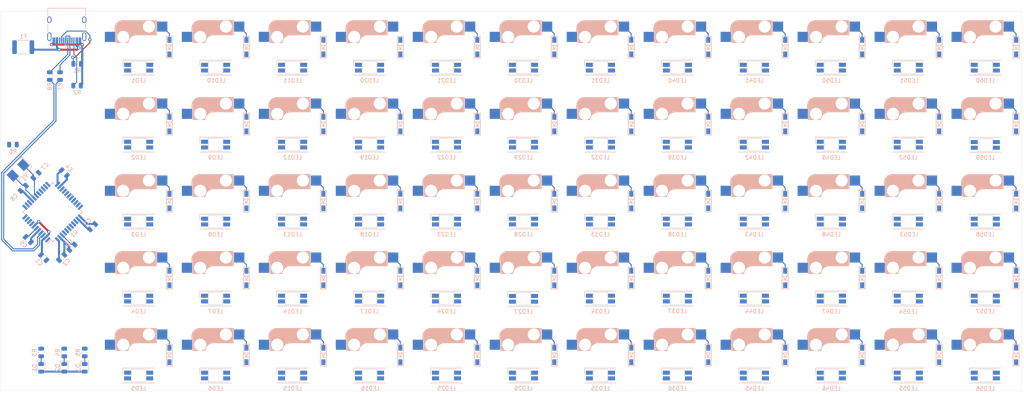
<source format=kicad_pcb>
(kicad_pcb (version 20171130) (host pcbnew 5.1.9-73d0e3b20d~88~ubuntu20.04.1)
  (layers (0 F.Cu signal) (31 B.Cu signal) (34 B.Paste user) (35 F.Paste user) (36 B.SilkS user) (37 F.SilkS user) (38 B.Mask user) (39 F.Mask user) (44 Edge.Cuts user))
  (net 0 "")
  (net 1 GND)
  (net 2 VBUS)
  (net 3 VCC)
  (net 4 N$11)
  (net 5 N$12)
  (net 6 N$13)
  (net 7 N$14)
  (net 8 N$5)
  (net 9 N$7)
  (net 10 N$3)
  (net 11 N$16)
  (net 12 N$17)
  (net 13 N$20)
  (net 14 N$23)
  (net 15 N$26)
  (net 16 N$29)
  (net 17 N$32)
  (net 18 N$35)
  (net 19 N$38)
  (net 20 N$41)
  (net 21 N$44)
  (net 22 N$47)
  (net 23 N$50)
  (net 24 N$53)
  (net 25 N$52)
  (net 26 N$55)
  (net 27 N$57)
  (net 28 N$59)
  (net 29 N$61)
  (net 30 N$63)
  (net 31 N$65)
  (net 32 N$67)
  (net 33 N$69)
  (net 34 N$71)
  (net 35 N$73)
  (net 36 N$75)
  (net 37 N$78)
  (net 38 N$77)
  (net 39 N$80)
  (net 40 N$82)
  (net 41 N$84)
  (net 42 N$86)
  (net 43 N$88)
  (net 44 N$90)
  (net 45 N$92)
  (net 46 N$94)
  (net 47 N$96)
  (net 48 N$98)
  (net 49 N$100)
  (net 50 N$103)
  (net 51 N$102)
  (net 52 N$105)
  (net 53 N$107)
  (net 54 N$109)
  (net 55 N$111)
  (net 56 N$113)
  (net 57 N$115)
  (net 58 N$117)
  (net 59 N$119)
  (net 60 N$121)
  (net 61 N$123)
  (net 62 N$125)
  (net 63 N$128)
  (net 64 N$127)
  (net 65 N$130)
  (net 66 N$132)
  (net 67 D+)
  (net 68 N$2)
  (net 69 D-)
  (net 70 N$1)
  (net 71 N$18)
  (net 72 N$21)
  (net 73 N$24)
  (net 74 N$27)
  (net 75 N$30)
  (net 76 N$33)
  (net 77 N$36)
  (net 78 N$39)
  (net 79 N$42)
  (net 80 N$45)
  (net 81 N$48)
  (net 82 N$51)
  (net 83 N$54)
  (net 84 N$56)
  (net 85 N$58)
  (net 86 N$60)
  (net 87 N$62)
  (net 88 N$64)
  (net 89 N$66)
  (net 90 N$68)
  (net 91 N$70)
  (net 92 N$72)
  (net 93 N$74)
  (net 94 N$76)
  (net 95 N$79)
  (net 96 N$81)
  (net 97 N$83)
  (net 98 N$85)
  (net 99 N$87)
  (net 100 N$89)
  (net 101 N$91)
  (net 102 N$93)
  (net 103 N$95)
  (net 104 N$97)
  (net 105 N$99)
  (net 106 N$101)
  (net 107 N$104)
  (net 108 N$106)
  (net 109 N$108)
  (net 110 N$110)
  (net 111 N$112)
  (net 112 N$114)
  (net 113 N$116)
  (net 114 N$118)
  (net 115 N$120)
  (net 116 N$122)
  (net 117 N$124)
  (net 118 N$126)
  (net 119 N$129)
  (net 120 N$131)
  (net 121 N$4)
  (net 122 N$6)
  (net 123 N$8)
  (net 124 N$9)
  (net 125 N$10)
  (net 126 N$15)
  (net 127 N$19)
  (net 128 N$22)
  (net 129 N$25)
  (net 130 N$28)
  (net 131 N$31)
  (net 132 N$34)
  (net 133 N$37)
  (net 134 N$40)
  (net 135 N$43)
  (net 136 N$46)
  (net 137 N$49)
  (net 138 ROW0)
  (net 139 ROW1)
  (net 140 ROW2)
  (net 141 ROW3)
  (net 142 ROW4)
  (net 143 COL0)
  (net 144 COL1)
  (net 145 COL2)
  (net 146 COL3)
  (net 147 COL4)
  (net 148 COL5)
  (net 149 COL6)
  (net 150 COL7)
  (net 151 COL8)
  (net 152 COL9)
  (net 153 COL10)
  (net 154 COL11)
  (net 155 RD+)
  (net 156 RD-)
  (module Resistor_SMD:R_0805_2012Metric (layer B.Cu) (at 36.426116 38.285987 90)
    (fp_text reference R7 (at -2.54 0 90) (layer B.SilkS) (effects (justify mirror)))
    (fp_text value 22)
    (pad 1 smd roundrect (at -0.9375 0 90) (size 0.975 1.4) (layers B.Cu B.Paste B.Mask) (net 155 RD+))
    (pad 2 smd roundrect (at 0.9375 0 90) (size 0.975 1.4) (layers B.Cu B.Paste B.Mask) (net 67 D+))
  )
  (module Capacitor_SMD:C_0805_2012Metric (layer B.Cu) (at 32.385 83.185 315)
    (fp_text reference C1 (at 0 1.65 135) (layer B.SilkS) (effects (justify mirror)))
    (fp_text value 1uF)
    (pad 2 smd roundrect (at 0.9375 0 315) (size 0.975 1.4) (layers B.Cu B.Paste B.Mask) (net 1 GND))
    (pad 1 smd roundrect (at -0.9375 0 315) (size 0.975 1.4) (layers B.Cu B.Paste B.Mask) (net 2 VBUS))
  )
  (module Capacitor_SMD:C_0805_2012Metric (layer B.Cu) (at 36.83 83.185 45)
    (fp_text reference C2 (at 0 1.65 45) (layer B.SilkS) (effects (justify mirror)))
    (fp_text value 10uF)
    (pad 1 smd roundrect (at -0.9375 0 45) (size 0.975 1.4) (layers B.Cu B.Paste B.Mask) (net 3 VCC))
    (pad 2 smd roundrect (at 0.9375 0 45) (size 0.975 1.4) (layers B.Cu B.Paste B.Mask) (net 1 GND))
  )
  (module Capacitor_SMD:C_0805_2012Metric (layer B.Cu) (at 44.45 75.565 225)
    (fp_text reference C3 (at 0 1.65 45) (layer B.SilkS) (effects (justify mirror)))
    (fp_text value 1uF)
    (pad 2 smd roundrect (at 0.9375 0 225) (size 0.975 1.4) (layers B.Cu B.Paste B.Mask) (net 1 GND))
    (pad 1 smd roundrect (at -0.9375 0 225) (size 0.975 1.4) (layers B.Cu B.Paste B.Mask) (net 3 VCC))
  )
  (module Capacitor_SMD:C_0805_2012Metric (layer B.Cu) (at 37.465 62.23 135)
    (fp_text reference C4 (at 0 1.65 135) (layer B.SilkS) (effects (justify mirror)))
    (fp_text value 100nF)
    (pad 1 smd roundrect (at -0.9375 0 135) (size 0.975 1.4) (layers B.Cu B.Paste B.Mask) (net 3 VCC))
    (pad 2 smd roundrect (at 0.9375 0 135) (size 0.975 1.4) (layers B.Cu B.Paste B.Mask) (net 1 GND))
  )
  (module Capacitor_SMD:C_0805_2012Metric (layer B.Cu) (at 28.575 78.74 315)
    (fp_text reference C5 (at 0 1.65 135) (layer B.SilkS) (effects (justify mirror)))
    (fp_text value 1uF)
    (pad 2 smd roundrect (at 0.9375 0 315) (size 0.975 1.4) (layers B.Cu B.Paste B.Mask) (net 1 GND))
    (pad 1 smd roundrect (at -0.9375 0 315) (size 0.975 1.4) (layers B.Cu B.Paste B.Mask) (net 124 N$9))
  )
  (module Capacitor_SMD:C_0805_2012Metric (layer B.Cu) (at 39.37 80.645 225)
    (fp_text reference C6 (at -0.204681 1.347038 45) (layer B.SilkS) (effects (justify mirror)))
    (fp_text value 100nF)
    (pad 1 smd roundrect (at -0.9375 0 225) (size 0.975 1.4) (layers B.Cu B.Paste B.Mask) (net 125 N$10))
    (pad 2 smd roundrect (at 0.9375 0 225) (size 0.975 1.4) (layers B.Cu B.Paste B.Mask) (net 1 GND))
  )
  (module Capacitor_SMD:C_0805_2012Metric (layer B.Cu) (at 30.48 62.865 45)
    (fp_text reference C7 (at 3.175 0 45) (layer B.SilkS) (effects (justify mirror)))
    (fp_text value 22pF)
    (pad 2 smd roundrect (at 0.9375 0 45) (size 0.975 1.4) (layers B.Cu B.Paste B.Mask) (net 1 GND))
    (pad 1 smd roundrect (at -0.9375 0 45) (size 0.975 1.4) (layers B.Cu B.Paste B.Mask) (net 4 N$11))
  )
  (module Capacitor_SMD:C_0805_2012Metric (layer B.Cu) (at 27.305 66.04 225)
    (fp_text reference C8 (at 3.175 0 45) (layer B.SilkS) (effects (justify mirror)))
    (fp_text value 22pF)
    (pad 1 smd roundrect (at -0.9375 0 225) (size 0.975 1.4) (layers B.Cu B.Paste B.Mask) (net 5 N$12))
    (pad 2 smd roundrect (at 0.9375 0 225) (size 0.975 1.4) (layers B.Cu B.Paste B.Mask) (net 1 GND))
  )
  (module LED_SMD:LED_0805_2012Metric (layer B.Cu) (at 31.75 110.49 270)
    (fp_text reference D1 (at 0 1.65 90) (layer B.SilkS) (effects (justify mirror)))
    (fp_text value Yellow)
    (pad 1 smd roundrect (at -0.9375 0 270) (size 0.975 1.4) (layers B.Cu B.Paste B.Mask) (net 8 N$5))
    (pad 2 smd roundrect (at 0.9375 0 270) (size 0.975 1.4) (layers B.Cu B.Paste B.Mask) (net 1 GND))
  )
  (module LED_SMD:LED_0805_2012Metric (layer B.Cu) (at 37.465 110.49 270)
    (fp_text reference D2 (at 0 1.65 90) (layer B.SilkS) (effects (justify mirror)))
    (fp_text value Green)
    (pad 2 smd roundrect (at 0.9375 0 270) (size 0.975 1.4) (layers B.Cu B.Paste B.Mask) (net 1 GND))
    (pad 1 smd roundrect (at -0.9375 0 270) (size 0.975 1.4) (layers B.Cu B.Paste B.Mask) (net 9 N$7))
  )
  (module LED_SMD:LED_0805_2012Metric (layer B.Cu) (at 42.545 110.49 270)
    (fp_text reference D3 (at 0 1.65 90) (layer B.SilkS) (effects (justify mirror)))
    (fp_text value Red)
    (pad 1 smd roundrect (at -0.9375 0 270) (size 0.975 1.4) (layers B.Cu B.Paste B.Mask) (net 10 N$3))
    (pad 2 smd roundrect (at 0.9375 0 270) (size 0.975 1.4) (layers B.Cu B.Paste B.Mask) (net 1 GND))
  )
  (module kbd:D3_SMD_v2 (layer B.Cu) (at 63.5 31.115 90)
    (fp_text reference D4 hide)
    (fp_text value D hide)
    (pad 1 smd rect (at -1.775 0 90) (size 1.4 1) (layers B.Cu B.Paste B.Mask) (net 138 ROW0))
    (pad 2 smd rect (at 1.775 0 90) (size 1.4 1) (layers B.Cu B.Paste B.Mask) (net 6 N$13))
  )
  (module kbd:D3_SMD_v2 (layer B.Cu) (at 82.55 31.115 90)
    (fp_text reference D5 hide)
    (fp_text value D hide)
    (pad 1 smd rect (at -1.775 0 90) (size 1.4 1) (layers B.Cu B.Paste B.Mask) (net 138 ROW0))
    (pad 2 smd rect (at 1.775 0 90) (size 1.4 1) (layers B.Cu B.Paste B.Mask) (net 126 N$15))
  )
  (module kbd:D3_SMD_v2 (layer B.Cu) (at 101.6 31.115 90)
    (fp_text reference D6 hide)
    (fp_text value D hide)
    (pad 1 smd rect (at -1.775 0 90) (size 1.4 1) (layers B.Cu B.Paste B.Mask) (net 138 ROW0))
    (pad 2 smd rect (at 1.775 0 90) (size 1.4 1) (layers B.Cu B.Paste B.Mask) (net 12 N$17))
  )
  (module kbd:D3_SMD_v2 (layer B.Cu) (at 120.65 31.115 90)
    (fp_text reference D7 hide)
    (fp_text value D hide)
    (pad 2 smd rect (at 1.775 0 90) (size 1.4 1) (layers B.Cu B.Paste B.Mask) (net 127 N$19))
    (pad 1 smd rect (at -1.775 0 90) (size 1.4 1) (layers B.Cu B.Paste B.Mask) (net 138 ROW0))
  )
  (module kbd:D3_SMD_v2 (layer B.Cu) (at 139.7 31.115 90)
    (fp_text reference D8 hide)
    (fp_text value D hide)
    (pad 1 smd rect (at -1.775 0 90) (size 1.4 1) (layers B.Cu B.Paste B.Mask) (net 138 ROW0))
    (pad 2 smd rect (at 1.775 0 90) (size 1.4 1) (layers B.Cu B.Paste B.Mask) (net 72 N$21))
  )
  (module kbd:D3_SMD_v2 (layer B.Cu) (at 158.75 31.115 90)
    (fp_text reference D9 hide)
    (fp_text value D hide)
    (pad 2 smd rect (at 1.775 0 90) (size 1.4 1) (layers B.Cu B.Paste B.Mask) (net 14 N$23))
    (pad 1 smd rect (at -1.775 0 90) (size 1.4 1) (layers B.Cu B.Paste B.Mask) (net 138 ROW0))
  )
  (module kbd:D3_SMD_v2 (layer B.Cu) (at 177.8 31.115 90)
    (fp_text reference D10 hide)
    (fp_text value D hide)
    (pad 2 smd rect (at 1.775 0 90) (size 1.4 1) (layers B.Cu B.Paste B.Mask) (net 129 N$25))
    (pad 1 smd rect (at -1.775 0 90) (size 1.4 1) (layers B.Cu B.Paste B.Mask) (net 138 ROW0))
  )
  (module kbd:D3_SMD_v2 (layer B.Cu) (at 196.85 31.115 90)
    (fp_text reference D11 hide)
    (fp_text value D hide)
    (pad 1 smd rect (at -1.775 0 90) (size 1.4 1) (layers B.Cu B.Paste B.Mask) (net 138 ROW0))
    (pad 2 smd rect (at 1.775 0 90) (size 1.4 1) (layers B.Cu B.Paste B.Mask) (net 74 N$27))
  )
  (module kbd:D3_SMD_v2 (layer B.Cu) (at 215.9 31.115 90)
    (fp_text reference D12 hide)
    (fp_text value D hide)
    (pad 2 smd rect (at 1.775 0 90) (size 1.4 1) (layers B.Cu B.Paste B.Mask) (net 16 N$29))
    (pad 1 smd rect (at -1.775 0 90) (size 1.4 1) (layers B.Cu B.Paste B.Mask) (net 138 ROW0))
  )
  (module kbd:D3_SMD_v2 (layer B.Cu) (at 234.95 31.115 90)
    (fp_text reference D13 hide)
    (fp_text value D hide)
    (pad 1 smd rect (at -1.775 0 90) (size 1.4 1) (layers B.Cu B.Paste B.Mask) (net 138 ROW0))
    (pad 2 smd rect (at 1.775 0 90) (size 1.4 1) (layers B.Cu B.Paste B.Mask) (net 131 N$31))
  )
  (module kbd:D3_SMD_v2 (layer B.Cu) (at 254 31.115 90)
    (fp_text reference D14 hide)
    (fp_text value D hide)
    (pad 2 smd rect (at 1.775 0 90) (size 1.4 1) (layers B.Cu B.Paste B.Mask) (net 76 N$33))
    (pad 1 smd rect (at -1.775 0 90) (size 1.4 1) (layers B.Cu B.Paste B.Mask) (net 138 ROW0))
  )
  (module kbd:D3_SMD_v2 (layer B.Cu) (at 273.05 31.115 90)
    (fp_text reference D15 hide)
    (fp_text value D hide)
    (pad 1 smd rect (at -1.775 0 90) (size 1.4 1) (layers B.Cu B.Paste B.Mask) (net 138 ROW0))
    (pad 2 smd rect (at 1.775 0 90) (size 1.4 1) (layers B.Cu B.Paste B.Mask) (net 18 N$35))
  )
  (module kbd:D3_SMD_v2 (layer B.Cu) (at 63.5 50.165 90)
    (fp_text reference D16 hide)
    (fp_text value D hide)
    (pad 2 smd rect (at 1.775 0 90) (size 1.4 1) (layers B.Cu B.Paste B.Mask) (net 133 N$37))
    (pad 1 smd rect (at -1.775 0 90) (size 1.4 1) (layers B.Cu B.Paste B.Mask) (net 139 ROW1))
  )
  (module kbd:D3_SMD_v2 (layer B.Cu) (at 82.55 50.165 90)
    (fp_text reference D17 hide)
    (fp_text value D hide)
    (pad 1 smd rect (at -1.775 0 90) (size 1.4 1) (layers B.Cu B.Paste B.Mask) (net 139 ROW1))
    (pad 2 smd rect (at 1.775 0 90) (size 1.4 1) (layers B.Cu B.Paste B.Mask) (net 78 N$39))
  )
  (module kbd:D3_SMD_v2 (layer B.Cu) (at 101.6 50.165 90)
    (fp_text reference D18 hide)
    (fp_text value D hide)
    (pad 2 smd rect (at 1.775 0 90) (size 1.4 1) (layers B.Cu B.Paste B.Mask) (net 20 N$41))
    (pad 1 smd rect (at -1.775 0 90) (size 1.4 1) (layers B.Cu B.Paste B.Mask) (net 139 ROW1))
  )
  (module kbd:D3_SMD_v2 (layer B.Cu) (at 120.65 50.165 90)
    (fp_text reference D19 hide)
    (fp_text value D hide)
    (pad 1 smd rect (at -1.775 0 90) (size 1.4 1) (layers B.Cu B.Paste B.Mask) (net 139 ROW1))
    (pad 2 smd rect (at 1.775 0 90) (size 1.4 1) (layers B.Cu B.Paste B.Mask) (net 135 N$43))
  )
  (module kbd:D3_SMD_v2 (layer B.Cu) (at 139.7 50.165 90)
    (fp_text reference D20 hide)
    (fp_text value D hide)
    (pad 2 smd rect (at 1.775 0 90) (size 1.4 1) (layers B.Cu B.Paste B.Mask) (net 80 N$45))
    (pad 1 smd rect (at -1.775 0 90) (size 1.4 1) (layers B.Cu B.Paste B.Mask) (net 139 ROW1))
  )
  (module kbd:D3_SMD_v2 (layer B.Cu) (at 158.75 50.165 90)
    (fp_text reference D21 hide)
    (fp_text value D hide)
    (pad 1 smd rect (at -1.775 0 90) (size 1.4 1) (layers B.Cu B.Paste B.Mask) (net 139 ROW1))
    (pad 2 smd rect (at 1.775 0 90) (size 1.4 1) (layers B.Cu B.Paste B.Mask) (net 22 N$47))
  )
  (module kbd:D3_SMD_v2 (layer B.Cu) (at 177.8 50.165 90)
    (fp_text reference D22 hide)
    (fp_text value D hide)
    (pad 2 smd rect (at 1.775 0 90) (size 1.4 1) (layers B.Cu B.Paste B.Mask) (net 137 N$49))
    (pad 1 smd rect (at -1.775 0 90) (size 1.4 1) (layers B.Cu B.Paste B.Mask) (net 139 ROW1))
  )
  (module kbd:D3_SMD_v2 (layer B.Cu) (at 196.85 50.165 90)
    (fp_text reference D23 hide)
    (fp_text value D hide)
    (pad 1 smd rect (at -1.775 0 90) (size 1.4 1) (layers B.Cu B.Paste B.Mask) (net 139 ROW1))
    (pad 2 smd rect (at 1.775 0 90) (size 1.4 1) (layers B.Cu B.Paste B.Mask) (net 82 N$51))
  )
  (module kbd:D3_SMD_v2 (layer B.Cu) (at 215.9 50.165 90)
    (fp_text reference D24 hide)
    (fp_text value D hide)
    (pad 2 smd rect (at 1.775 0 90) (size 1.4 1) (layers B.Cu B.Paste B.Mask) (net 24 N$53))
    (pad 1 smd rect (at -1.775 0 90) (size 1.4 1) (layers B.Cu B.Paste B.Mask) (net 139 ROW1))
  )
  (module kbd:D3_SMD_v2 (layer B.Cu) (at 234.95 50.165 90)
    (fp_text reference D25 hide)
    (fp_text value D hide)
    (pad 1 smd rect (at -1.775 0 90) (size 1.4 1) (layers B.Cu B.Paste B.Mask) (net 139 ROW1))
    (pad 2 smd rect (at 1.775 0 90) (size 1.4 1) (layers B.Cu B.Paste B.Mask) (net 26 N$55))
  )
  (module kbd:D3_SMD_v2 (layer B.Cu) (at 254 50.165 90)
    (fp_text reference D26 hide)
    (fp_text value D hide)
    (pad 2 smd rect (at 1.775 0 90) (size 1.4 1) (layers B.Cu B.Paste B.Mask) (net 27 N$57))
    (pad 1 smd rect (at -1.775 0 90) (size 1.4 1) (layers B.Cu B.Paste B.Mask) (net 139 ROW1))
  )
  (module kbd:D3_SMD_v2 (layer B.Cu) (at 273.05 50.165 90)
    (fp_text reference D27 hide)
    (fp_text value D hide)
    (pad 1 smd rect (at -1.775 0 90) (size 1.4 1) (layers B.Cu B.Paste B.Mask) (net 139 ROW1))
    (pad 2 smd rect (at 1.775 0 90) (size 1.4 1) (layers B.Cu B.Paste B.Mask) (net 28 N$59))
  )
  (module kbd:D3_SMD_v2 (layer B.Cu) (at 63.5 69.215 90)
    (fp_text reference D28 hide)
    (fp_text value D hide)
    (pad 2 smd rect (at 1.775 0 90) (size 1.4 1) (layers B.Cu B.Paste B.Mask) (net 29 N$61))
    (pad 1 smd rect (at -1.775 0 90) (size 1.4 1) (layers B.Cu B.Paste B.Mask) (net 140 ROW2))
  )
  (module kbd:D3_SMD_v2 (layer B.Cu) (at 82.55 69.215 90)
    (fp_text reference D29 hide)
    (fp_text value D hide)
    (pad 1 smd rect (at -1.775 0 90) (size 1.4 1) (layers B.Cu B.Paste B.Mask) (net 140 ROW2))
    (pad 2 smd rect (at 1.775 0 90) (size 1.4 1) (layers B.Cu B.Paste B.Mask) (net 30 N$63))
  )
  (module kbd:D3_SMD_v2 (layer B.Cu) (at 101.6 69.215 90)
    (fp_text reference D30 hide)
    (fp_text value D hide)
    (pad 2 smd rect (at 1.775 0 90) (size 1.4 1) (layers B.Cu B.Paste B.Mask) (net 31 N$65))
    (pad 1 smd rect (at -1.775 0 90) (size 1.4 1) (layers B.Cu B.Paste B.Mask) (net 140 ROW2))
  )
  (module kbd:D3_SMD_v2 (layer B.Cu) (at 120.65 69.215 90)
    (fp_text reference D31 hide)
    (fp_text value D hide)
    (pad 1 smd rect (at -1.775 0 90) (size 1.4 1) (layers B.Cu B.Paste B.Mask) (net 140 ROW2))
    (pad 2 smd rect (at 1.775 0 90) (size 1.4 1) (layers B.Cu B.Paste B.Mask) (net 32 N$67))
  )
  (module kbd:D3_SMD_v2 (layer B.Cu) (at 139.7 69.215 90)
    (fp_text reference D32 hide)
    (fp_text value D hide)
    (pad 2 smd rect (at 1.775 0 90) (size 1.4 1) (layers B.Cu B.Paste B.Mask) (net 33 N$69))
    (pad 1 smd rect (at -1.775 0 90) (size 1.4 1) (layers B.Cu B.Paste B.Mask) (net 140 ROW2))
  )
  (module kbd:D3_SMD_v2 (layer B.Cu) (at 158.75 69.215 90)
    (fp_text reference D33 hide)
    (fp_text value D hide)
    (pad 1 smd rect (at -1.775 0 90) (size 1.4 1) (layers B.Cu B.Paste B.Mask) (net 140 ROW2))
    (pad 2 smd rect (at 1.775 0 90) (size 1.4 1) (layers B.Cu B.Paste B.Mask) (net 34 N$71))
  )
  (module kbd:D3_SMD_v2 (layer B.Cu) (at 177.8 69.215 90)
    (fp_text reference D34 hide)
    (fp_text value D hide)
    (pad 2 smd rect (at 1.775 0 90) (size 1.4 1) (layers B.Cu B.Paste B.Mask) (net 35 N$73))
    (pad 1 smd rect (at -1.775 0 90) (size 1.4 1) (layers B.Cu B.Paste B.Mask) (net 140 ROW2))
  )
  (module kbd:D3_SMD_v2 (layer B.Cu) (at 196.85 69.215 90)
    (fp_text reference D35 hide)
    (fp_text value D hide)
    (pad 1 smd rect (at -1.775 0 90) (size 1.4 1) (layers B.Cu B.Paste B.Mask) (net 140 ROW2))
    (pad 2 smd rect (at 1.775 0 90) (size 1.4 1) (layers B.Cu B.Paste B.Mask) (net 36 N$75))
  )
  (module kbd:D3_SMD_v2 (layer B.Cu) (at 215.9 69.215 90)
    (fp_text reference D36 hide)
    (fp_text value D hide)
    (pad 2 smd rect (at 1.775 0 90) (size 1.4 1) (layers B.Cu B.Paste B.Mask) (net 38 N$77))
    (pad 1 smd rect (at -1.775 0 90) (size 1.4 1) (layers B.Cu B.Paste B.Mask) (net 140 ROW2))
  )
  (module kbd:D3_SMD_v2 (layer B.Cu) (at 234.95 69.215 90)
    (fp_text reference D37 hide)
    (fp_text value D hide)
    (pad 1 smd rect (at -1.775 0 90) (size 1.4 1) (layers B.Cu B.Paste B.Mask) (net 140 ROW2))
    (pad 2 smd rect (at 1.775 0 90) (size 1.4 1) (layers B.Cu B.Paste B.Mask) (net 95 N$79))
  )
  (module kbd:D3_SMD_v2 (layer B.Cu) (at 254 69.215 90)
    (fp_text reference D38 hide)
    (fp_text value D hide)
    (pad 1 smd rect (at -1.775 0 90) (size 1.4 1) (layers B.Cu B.Paste B.Mask) (net 140 ROW2))
    (pad 2 smd rect (at 1.775 0 90) (size 1.4 1) (layers B.Cu B.Paste B.Mask) (net 96 N$81))
  )
  (module kbd:D3_SMD_v2 (layer B.Cu) (at 273.05 69.215 90)
    (fp_text reference D39 hide)
    (fp_text value D hide)
    (pad 2 smd rect (at 1.775 0 90) (size 1.4 1) (layers B.Cu B.Paste B.Mask) (net 97 N$83))
    (pad 1 smd rect (at -1.775 0 90) (size 1.4 1) (layers B.Cu B.Paste B.Mask) (net 140 ROW2))
  )
  (module kbd:D3_SMD_v2 (layer B.Cu) (at 63.5 88.265 90)
    (fp_text reference D40 hide)
    (fp_text value D hide)
    (pad 2 smd rect (at 1.775 0 90) (size 1.4 1) (layers B.Cu B.Paste B.Mask) (net 98 N$85))
    (pad 1 smd rect (at -1.775 0 90) (size 1.4 1) (layers B.Cu B.Paste B.Mask) (net 141 ROW3))
  )
  (module kbd:D3_SMD_v2 (layer B.Cu) (at 82.55 88.265 90)
    (fp_text reference D41 hide)
    (fp_text value D hide)
    (pad 1 smd rect (at -1.775 0 90) (size 1.4 1) (layers B.Cu B.Paste B.Mask) (net 141 ROW3))
    (pad 2 smd rect (at 1.775 0 90) (size 1.4 1) (layers B.Cu B.Paste B.Mask) (net 99 N$87))
  )
  (module kbd:D3_SMD_v2 (layer B.Cu) (at 101.6 88.265 90)
    (fp_text reference D42 hide)
    (fp_text value D hide)
    (pad 2 smd rect (at 1.775 0 90) (size 1.4 1) (layers B.Cu B.Paste B.Mask) (net 100 N$89))
    (pad 1 smd rect (at -1.775 0 90) (size 1.4 1) (layers B.Cu B.Paste B.Mask) (net 141 ROW3))
  )
  (module kbd:D3_SMD_v2 (layer B.Cu) (at 120.65 88.265 90)
    (fp_text reference D43 hide)
    (fp_text value D hide)
    (pad 1 smd rect (at -1.775 0 90) (size 1.4 1) (layers B.Cu B.Paste B.Mask) (net 141 ROW3))
    (pad 2 smd rect (at 1.775 0 90) (size 1.4 1) (layers B.Cu B.Paste B.Mask) (net 101 N$91))
  )
  (module kbd:D3_SMD_v2 (layer B.Cu) (at 139.7 88.265 90)
    (fp_text reference D44 hide)
    (fp_text value D hide)
    (pad 2 smd rect (at 1.775 0 90) (size 1.4 1) (layers B.Cu B.Paste B.Mask) (net 102 N$93))
    (pad 1 smd rect (at -1.775 0 90) (size 1.4 1) (layers B.Cu B.Paste B.Mask) (net 141 ROW3))
  )
  (module kbd:D3_SMD_v2 (layer B.Cu) (at 158.75 88.265 90)
    (fp_text reference D45 hide)
    (fp_text value D hide)
    (pad 1 smd rect (at -1.775 0 90) (size 1.4 1) (layers B.Cu B.Paste B.Mask) (net 141 ROW3))
    (pad 2 smd rect (at 1.775 0 90) (size 1.4 1) (layers B.Cu B.Paste B.Mask) (net 103 N$95))
  )
  (module kbd:D3_SMD_v2 (layer B.Cu) (at 177.8 88.265 90)
    (fp_text reference D46 hide)
    (fp_text value D hide)
    (pad 2 smd rect (at 1.775 0 90) (size 1.4 1) (layers B.Cu B.Paste B.Mask) (net 104 N$97))
    (pad 1 smd rect (at -1.775 0 90) (size 1.4 1) (layers B.Cu B.Paste B.Mask) (net 141 ROW3))
  )
  (module kbd:D3_SMD_v2 (layer B.Cu) (at 196.85 88.265 90)
    (fp_text reference D47 hide)
    (fp_text value D hide)
    (pad 1 smd rect (at -1.775 0 90) (size 1.4 1) (layers B.Cu B.Paste B.Mask) (net 141 ROW3))
    (pad 2 smd rect (at 1.775 0 90) (size 1.4 1) (layers B.Cu B.Paste B.Mask) (net 105 N$99))
  )
  (module kbd:D3_SMD_v2 (layer B.Cu) (at 215.9 88.265 90)
    (fp_text reference D48 hide)
    (fp_text value D hide)
    (pad 2 smd rect (at 1.775 0 90) (size 1.4 1) (layers B.Cu B.Paste B.Mask) (net 106 N$101))
    (pad 1 smd rect (at -1.775 0 90) (size 1.4 1) (layers B.Cu B.Paste B.Mask) (net 141 ROW3))
  )
  (module kbd:D3_SMD_v2 (layer B.Cu) (at 234.95 88.265 90)
    (fp_text reference D49 hide)
    (fp_text value D hide)
    (pad 2 smd rect (at 1.775 0 90) (size 1.4 1) (layers B.Cu B.Paste B.Mask) (net 50 N$103))
    (pad 1 smd rect (at -1.775 0 90) (size 1.4 1) (layers B.Cu B.Paste B.Mask) (net 141 ROW3))
  )
  (module kbd:D3_SMD_v2 (layer B.Cu) (at 254 88.265 90)
    (fp_text reference D50 hide)
    (fp_text value D hide)
    (pad 2 smd rect (at 1.775 0 90) (size 1.4 1) (layers B.Cu B.Paste B.Mask) (net 52 N$105))
    (pad 1 smd rect (at -1.775 0 90) (size 1.4 1) (layers B.Cu B.Paste B.Mask) (net 141 ROW3))
  )
  (module kbd:D3_SMD_v2 (layer B.Cu) (at 273.05 88.265 90)
    (fp_text reference D51 hide)
    (fp_text value D hide)
    (pad 1 smd rect (at -1.775 0 90) (size 1.4 1) (layers B.Cu B.Paste B.Mask) (net 141 ROW3))
    (pad 2 smd rect (at 1.775 0 90) (size 1.4 1) (layers B.Cu B.Paste B.Mask) (net 53 N$107))
  )
  (module kbd:D3_SMD_v2 (layer B.Cu) (at 63.5 107.315 90)
    (fp_text reference D52 hide)
    (fp_text value D hide)
    (pad 2 smd rect (at 1.775 0 90) (size 1.4 1) (layers B.Cu B.Paste B.Mask) (net 54 N$109))
    (pad 1 smd rect (at -1.775 0 90) (size 1.4 1) (layers B.Cu B.Paste B.Mask) (net 142 ROW4))
  )
  (module kbd:D3_SMD_v2 (layer B.Cu) (at 82.55 107.315 90)
    (fp_text reference D53 hide)
    (fp_text value D hide)
    (pad 1 smd rect (at -1.775 0 90) (size 1.4 1) (layers B.Cu B.Paste B.Mask) (net 142 ROW4))
    (pad 2 smd rect (at 1.775 0 90) (size 1.4 1) (layers B.Cu B.Paste B.Mask) (net 55 N$111))
  )
  (module kbd:D3_SMD_v2 (layer B.Cu) (at 101.6 107.315 90)
    (fp_text reference D54 hide)
    (fp_text value D hide)
    (pad 2 smd rect (at 1.775 0 90) (size 1.4 1) (layers B.Cu B.Paste B.Mask) (net 56 N$113))
    (pad 1 smd rect (at -1.775 0 90) (size 1.4 1) (layers B.Cu B.Paste B.Mask) (net 142 ROW4))
  )
  (module kbd:D3_SMD_v2 (layer B.Cu) (at 120.65 107.315 90)
    (fp_text reference D55 hide)
    (fp_text value D hide)
    (pad 1 smd rect (at -1.775 0 90) (size 1.4 1) (layers B.Cu B.Paste B.Mask) (net 142 ROW4))
    (pad 2 smd rect (at 1.775 0 90) (size 1.4 1) (layers B.Cu B.Paste B.Mask) (net 57 N$115))
  )
  (module kbd:D3_SMD_v2 (layer B.Cu) (at 139.7 107.315 90)
    (fp_text reference D56 hide)
    (fp_text value D hide)
    (pad 2 smd rect (at 1.775 0 90) (size 1.4 1) (layers B.Cu B.Paste B.Mask) (net 58 N$117))
    (pad 1 smd rect (at -1.775 0 90) (size 1.4 1) (layers B.Cu B.Paste B.Mask) (net 142 ROW4))
  )
  (module kbd:D3_SMD_v2 (layer B.Cu) (at 158.75 107.315 90)
    (fp_text reference D57 hide)
    (fp_text value D hide)
    (pad 1 smd rect (at -1.775 0 90) (size 1.4 1) (layers B.Cu B.Paste B.Mask) (net 142 ROW4))
    (pad 2 smd rect (at 1.775 0 90) (size 1.4 1) (layers B.Cu B.Paste B.Mask) (net 59 N$119))
  )
  (module kbd:D3_SMD_v2 (layer B.Cu) (at 177.8 107.315 90)
    (fp_text reference D58 hide)
    (fp_text value D hide)
    (pad 2 smd rect (at 1.775 0 90) (size 1.4 1) (layers B.Cu B.Paste B.Mask) (net 60 N$121))
    (pad 1 smd rect (at -1.775 0 90) (size 1.4 1) (layers B.Cu B.Paste B.Mask) (net 142 ROW4))
  )
  (module kbd:D3_SMD_v2 (layer B.Cu) (at 196.85 107.315 90)
    (fp_text reference D59 hide)
    (fp_text value D hide)
    (pad 1 smd rect (at -1.775 0 90) (size 1.4 1) (layers B.Cu B.Paste B.Mask) (net 142 ROW4))
    (pad 2 smd rect (at 1.775 0 90) (size 1.4 1) (layers B.Cu B.Paste B.Mask) (net 61 N$123))
  )
  (module kbd:D3_SMD_v2 (layer B.Cu) (at 215.9 107.315 90)
    (fp_text reference D60 hide)
    (fp_text value D hide)
    (pad 1 smd rect (at -1.775 0 90) (size 1.4 1) (layers B.Cu B.Paste B.Mask) (net 142 ROW4))
    (pad 2 smd rect (at 1.775 0 90) (size 1.4 1) (layers B.Cu B.Paste B.Mask) (net 62 N$125))
  )
  (module kbd:D3_SMD_v2 (layer B.Cu) (at 234.95 107.315 90)
    (fp_text reference D61 hide)
    (fp_text value D hide)
    (pad 2 smd rect (at 1.775 0 90) (size 1.4 1) (layers B.Cu B.Paste B.Mask) (net 64 N$127))
    (pad 1 smd rect (at -1.775 0 90) (size 1.4 1) (layers B.Cu B.Paste B.Mask) (net 142 ROW4))
  )
  (module kbd:D3_SMD_v2 (layer B.Cu) (at 254 107.315 90)
    (fp_text reference D62 hide)
    (fp_text value D hide)
    (pad 2 smd rect (at 1.775 0 90) (size 1.4 1) (layers B.Cu B.Paste B.Mask) (net 119 N$129))
    (pad 1 smd rect (at -1.775 0 90) (size 1.4 1) (layers B.Cu B.Paste B.Mask) (net 142 ROW4))
  )
  (module kbd:D3_SMD_v2 (layer B.Cu) (at 273.05 107.315 90)
    (fp_text reference D63 hide)
    (fp_text value D hide)
    (pad 1 smd rect (at -1.775 0 90) (size 1.4 1) (layers B.Cu B.Paste B.Mask) (net 142 ROW4))
    (pad 2 smd rect (at 1.775 0 90) (size 1.4 1) (layers B.Cu B.Paste B.Mask) (net 120 N$131))
  )
  (module Fuse:Fuse_1812_4532Metric (layer B.Cu) (at 27.305 31.115 180)
    (fp_text reference F1 (at 0 2.65) (layer B.SilkS) (effects (justify mirror)))
    (fp_text value 500mA)
    (pad 1 smd roundrect (at -2.1375 0 180) (size 1.125 3.4) (layers B.Cu B.Paste B.Mask) (roundrect_rratio 0.222222) (net 2 VBUS))
    (pad 2 smd roundrect (at 2.1375 0 180) (size 1.125 3.4) (layers B.Cu B.Paste B.Mask) (roundrect_rratio 0.222222) (net 3 VCC))
  )
  (module USB_C_Receptacle_HRO_TYPE-C-31-M-12 (layer B.Cu) (at 38.1 25.4)
    (fp_text reference J1 (at 0 5.645) (layer B.SilkS) (effects (justify mirror)))
    (fp_text value USB_C_Receptacle_USB2.0)
    (pad S1 thru_hole oval (at 4.32 -1.05) (size 1 1.6) (drill oval 0.6 1.2) (layers *.Cu *.Mask))
    (pad "" np_thru_hole circle (at 2.89 2.6) (size 0.65 0.65) (drill 0.65) (layers *.Cu *.Mask))
    (pad S1 thru_hole oval (at -4.32 -1.05) (size 1 1.6) (drill oval 0.6 1.2) (layers *.Cu *.Mask))
    (pad "" np_thru_hole circle (at -2.89 2.6) (size 0.65 0.65) (drill 0.65) (layers *.Cu *.Mask))
    (pad S1 thru_hole oval (at -4.32 3.13) (size 1 2.1) (drill oval 0.6 1.7) (layers *.Cu *.Mask))
    (pad S1 thru_hole oval (at 4.32 3.13) (size 1 2.1) (drill oval 0.6 1.7) (layers *.Cu *.Mask))
    (pad A6 smd rect (at -0.25 4.045) (size 0.3 1.45) (layers B.Cu B.Paste B.Mask) (net 67 D+))
    (pad B5 smd rect (at 1.75 4.045) (size 0.3 1.45) (layers B.Cu B.Paste B.Mask) (net 68 N$2))
    (pad A8 smd rect (at 1.25 4.045) (size 0.3 1.45) (layers B.Cu B.Paste B.Mask))
    (pad B6 smd rect (at 0.75 4.045) (size 0.3 1.45) (layers B.Cu B.Paste B.Mask) (net 67 D+))
    (pad A7 smd rect (at 0.25 4.045) (size 0.3 1.45) (layers B.Cu B.Paste B.Mask) (net 69 D-))
    (pad B7 smd rect (at -0.75 4.045) (size 0.3 1.45) (layers B.Cu B.Paste B.Mask) (net 69 D-))
    (pad A5 smd rect (at -1.25 4.045) (size 0.3 1.45) (layers B.Cu B.Paste B.Mask) (net 70 N$1))
    (pad B8 smd rect (at -1.75 4.045) (size 0.3 1.45) (layers B.Cu B.Paste B.Mask))
    (pad A12 smd rect (at 3.25 4.045) (size 0.6 1.45) (layers B.Cu B.Paste B.Mask) (net 1 GND))
    (pad B4 smd rect (at 2.45 4.045) (size 0.6 1.45) (layers B.Cu B.Paste B.Mask) (net 2 VBUS))
    (pad A4 smd rect (at -2.45 4.045) (size 0.6 1.45) (layers B.Cu B.Paste B.Mask) (net 2 VBUS))
    (pad A1 smd rect (at -3.25 4.045) (size 0.6 1.45) (layers B.Cu B.Paste B.Mask) (net 1 GND))
    (pad B12 smd rect (at -3.25 4.045) (size 0.6 1.45) (layers B.Cu B.Paste B.Mask) (net 1 GND))
    (pad B9 smd rect (at -2.45 4.045) (size 0.6 1.45) (layers B.Cu B.Paste B.Mask) (net 2 VBUS))
    (pad A9 smd rect (at 2.45 4.045) (size 0.6 1.45) (layers B.Cu B.Paste B.Mask) (net 2 VBUS))
    (pad B1 smd rect (at 3.25 4.045) (size 0.6 1.45) (layers B.Cu B.Paste B.Mask) (net 1 GND))
  )
  (module kbd:YS-SK6812MINI-E (layer B.Cu) (at 55.88 36.195)
    (fp_text reference LED1 (at 0 3.175) (layer B.SilkS) (effects (justify mirror)))
    (fp_text value YS-SK6812MINI-E)
    (fp_line (start 1.8 1.55) (end -1.8 1.55) (layer Edge.Cuts) (width 0.12))
    (fp_line (start 1.8 -1.55) (end 1.8 1.55) (layer Edge.Cuts) (width 0.12))
    (fp_line (start -1.8 -1.55) (end 1.8 -1.55) (layer Edge.Cuts) (width 0.12))
    (fp_line (start -1.8 1.55) (end -1.8 -1.55) (layer Edge.Cuts) (width 0.12))
    (pad 2 smd rect (at 2.75 -0.7) (size 1.7 1) (layers B.Cu B.Paste B.Mask) (net 11 N$16))
    (pad 1 smd rect (at 2.75 0.7) (size 1.7 1) (layers B.Cu B.Paste B.Mask) (net 3 VCC))
    (pad 3 smd rect (at -2.75 -0.7) (size 1.7 1) (layers B.Cu B.Paste B.Mask) (net 1 GND))
    (pad 4 smd rect (at -2.75 0.7) (size 1.7 1) (layers B.Cu B.Paste B.Mask) (net 7 N$14))
  )
  (module kbd:YS-SK6812MINI-E (layer B.Cu) (at 55.88 55.245)
    (fp_text reference LED2 (at 0 3.175) (layer B.SilkS) (effects (justify mirror)))
    (fp_text value YS-SK6812MINI-E)
    (fp_line (start 1.8 1.55) (end -1.8 1.55) (layer Edge.Cuts) (width 0.12))
    (fp_line (start 1.8 -1.55) (end 1.8 1.55) (layer Edge.Cuts) (width 0.12))
    (fp_line (start -1.8 -1.55) (end 1.8 -1.55) (layer Edge.Cuts) (width 0.12))
    (fp_line (start -1.8 1.55) (end -1.8 -1.55) (layer Edge.Cuts) (width 0.12))
    (pad 2 smd rect (at 2.75 -0.7) (size 1.7 1) (layers B.Cu B.Paste B.Mask) (net 71 N$18))
    (pad 1 smd rect (at 2.75 0.7) (size 1.7 1) (layers B.Cu B.Paste B.Mask) (net 3 VCC))
    (pad 3 smd rect (at -2.75 -0.7) (size 1.7 1) (layers B.Cu B.Paste B.Mask) (net 1 GND))
    (pad 4 smd rect (at -2.75 0.7) (size 1.7 1) (layers B.Cu B.Paste B.Mask) (net 11 N$16))
  )
  (module kbd:YS-SK6812MINI-E (layer B.Cu) (at 55.88 74.295)
    (fp_text reference LED3 (at 0 3.175) (layer B.SilkS) (effects (justify mirror)))
    (fp_text value YS-SK6812MINI-E)
    (fp_line (start -1.8 1.55) (end -1.8 -1.55) (layer Edge.Cuts) (width 0.12))
    (fp_line (start -1.8 -1.55) (end 1.8 -1.55) (layer Edge.Cuts) (width 0.12))
    (fp_line (start 1.8 -1.55) (end 1.8 1.55) (layer Edge.Cuts) (width 0.12))
    (fp_line (start 1.8 1.55) (end -1.8 1.55) (layer Edge.Cuts) (width 0.12))
    (pad 4 smd rect (at -2.75 0.7) (size 1.7 1) (layers B.Cu B.Paste B.Mask) (net 71 N$18))
    (pad 3 smd rect (at -2.75 -0.7) (size 1.7 1) (layers B.Cu B.Paste B.Mask) (net 1 GND))
    (pad 1 smd rect (at 2.75 0.7) (size 1.7 1) (layers B.Cu B.Paste B.Mask) (net 3 VCC))
    (pad 2 smd rect (at 2.75 -0.7) (size 1.7 1) (layers B.Cu B.Paste B.Mask) (net 13 N$20))
  )
  (module kbd:YS-SK6812MINI-E (layer B.Cu) (at 55.88 93.345)
    (fp_text reference LED4 (at 0 3.175) (layer B.SilkS) (effects (justify mirror)))
    (fp_text value YS-SK6812MINI-E)
    (fp_line (start -1.8 1.55) (end -1.8 -1.55) (layer Edge.Cuts) (width 0.12))
    (fp_line (start -1.8 -1.55) (end 1.8 -1.55) (layer Edge.Cuts) (width 0.12))
    (fp_line (start 1.8 -1.55) (end 1.8 1.55) (layer Edge.Cuts) (width 0.12))
    (fp_line (start 1.8 1.55) (end -1.8 1.55) (layer Edge.Cuts) (width 0.12))
    (pad 4 smd rect (at -2.75 0.7) (size 1.7 1) (layers B.Cu B.Paste B.Mask) (net 13 N$20))
    (pad 3 smd rect (at -2.75 -0.7) (size 1.7 1) (layers B.Cu B.Paste B.Mask) (net 1 GND))
    (pad 1 smd rect (at 2.75 0.7) (size 1.7 1) (layers B.Cu B.Paste B.Mask) (net 3 VCC))
    (pad 2 smd rect (at 2.75 -0.7) (size 1.7 1) (layers B.Cu B.Paste B.Mask) (net 128 N$22))
  )
  (module kbd:YS-SK6812MINI-E (layer B.Cu) (at 55.88 112.395)
    (fp_text reference LED5 (at 0 3.175) (layer B.SilkS) (effects (justify mirror)))
    (fp_text value YS-SK6812MINI-E)
    (fp_line (start -1.8 1.55) (end -1.8 -1.55) (layer Edge.Cuts) (width 0.12))
    (fp_line (start -1.8 -1.55) (end 1.8 -1.55) (layer Edge.Cuts) (width 0.12))
    (fp_line (start 1.8 -1.55) (end 1.8 1.55) (layer Edge.Cuts) (width 0.12))
    (fp_line (start 1.8 1.55) (end -1.8 1.55) (layer Edge.Cuts) (width 0.12))
    (pad 4 smd rect (at -2.75 0.7) (size 1.7 1) (layers B.Cu B.Paste B.Mask) (net 128 N$22))
    (pad 3 smd rect (at -2.75 -0.7) (size 1.7 1) (layers B.Cu B.Paste B.Mask) (net 1 GND))
    (pad 1 smd rect (at 2.75 0.7) (size 1.7 1) (layers B.Cu B.Paste B.Mask) (net 3 VCC))
    (pad 2 smd rect (at 2.75 -0.7) (size 1.7 1) (layers B.Cu B.Paste B.Mask) (net 73 N$24))
  )
  (module kbd:YS-SK6812MINI-E (layer B.Cu) (at 74.93 112.395)
    (fp_text reference LED6 (at 0 3.175) (layer B.SilkS) (effects (justify mirror)))
    (fp_text value YS-SK6812MINI-E)
    (fp_line (start -1.8 1.55) (end -1.8 -1.55) (layer Edge.Cuts) (width 0.12))
    (fp_line (start -1.8 -1.55) (end 1.8 -1.55) (layer Edge.Cuts) (width 0.12))
    (fp_line (start 1.8 -1.55) (end 1.8 1.55) (layer Edge.Cuts) (width 0.12))
    (fp_line (start 1.8 1.55) (end -1.8 1.55) (layer Edge.Cuts) (width 0.12))
    (pad 4 smd rect (at -2.75 0.7) (size 1.7 1) (layers B.Cu B.Paste B.Mask) (net 73 N$24))
    (pad 3 smd rect (at -2.75 -0.7) (size 1.7 1) (layers B.Cu B.Paste B.Mask) (net 1 GND))
    (pad 1 smd rect (at 2.75 0.7) (size 1.7 1) (layers B.Cu B.Paste B.Mask) (net 3 VCC))
    (pad 2 smd rect (at 2.75 -0.7) (size 1.7 1) (layers B.Cu B.Paste B.Mask) (net 15 N$26))
  )
  (module kbd:YS-SK6812MINI-E (layer B.Cu) (at 74.93 93.345)
    (fp_text reference LED7 (at 0 3.175) (layer B.SilkS) (effects (justify mirror)))
    (fp_text value YS-SK6812MINI-E)
    (fp_line (start 1.8 1.55) (end -1.8 1.55) (layer Edge.Cuts) (width 0.12))
    (fp_line (start 1.8 -1.55) (end 1.8 1.55) (layer Edge.Cuts) (width 0.12))
    (fp_line (start -1.8 -1.55) (end 1.8 -1.55) (layer Edge.Cuts) (width 0.12))
    (fp_line (start -1.8 1.55) (end -1.8 -1.55) (layer Edge.Cuts) (width 0.12))
    (pad 2 smd rect (at 2.75 -0.7) (size 1.7 1) (layers B.Cu B.Paste B.Mask) (net 130 N$28))
    (pad 1 smd rect (at 2.75 0.7) (size 1.7 1) (layers B.Cu B.Paste B.Mask) (net 3 VCC))
    (pad 3 smd rect (at -2.75 -0.7) (size 1.7 1) (layers B.Cu B.Paste B.Mask) (net 1 GND))
    (pad 4 smd rect (at -2.75 0.7) (size 1.7 1) (layers B.Cu B.Paste B.Mask) (net 15 N$26))
  )
  (module kbd:YS-SK6812MINI-E (layer B.Cu) (at 74.93 74.295)
    (fp_text reference LED8 (at 0 3.175) (layer B.SilkS) (effects (justify mirror)))
    (fp_text value YS-SK6812MINI-E)
    (fp_line (start -1.8 1.55) (end -1.8 -1.55) (layer Edge.Cuts) (width 0.12))
    (fp_line (start -1.8 -1.55) (end 1.8 -1.55) (layer Edge.Cuts) (width 0.12))
    (fp_line (start 1.8 -1.55) (end 1.8 1.55) (layer Edge.Cuts) (width 0.12))
    (fp_line (start 1.8 1.55) (end -1.8 1.55) (layer Edge.Cuts) (width 0.12))
    (pad 4 smd rect (at -2.75 0.7) (size 1.7 1) (layers B.Cu B.Paste B.Mask) (net 130 N$28))
    (pad 3 smd rect (at -2.75 -0.7) (size 1.7 1) (layers B.Cu B.Paste B.Mask) (net 1 GND))
    (pad 1 smd rect (at 2.75 0.7) (size 1.7 1) (layers B.Cu B.Paste B.Mask) (net 3 VCC))
    (pad 2 smd rect (at 2.75 -0.7) (size 1.7 1) (layers B.Cu B.Paste B.Mask) (net 75 N$30))
  )
  (module kbd:YS-SK6812MINI-E (layer B.Cu) (at 74.93 55.245)
    (fp_text reference LED9 (at 0 3.175) (layer B.SilkS) (effects (justify mirror)))
    (fp_text value YS-SK6812MINI-E)
    (fp_line (start 1.8 1.55) (end -1.8 1.55) (layer Edge.Cuts) (width 0.12))
    (fp_line (start 1.8 -1.55) (end 1.8 1.55) (layer Edge.Cuts) (width 0.12))
    (fp_line (start -1.8 -1.55) (end 1.8 -1.55) (layer Edge.Cuts) (width 0.12))
    (fp_line (start -1.8 1.55) (end -1.8 -1.55) (layer Edge.Cuts) (width 0.12))
    (pad 2 smd rect (at 2.75 -0.7) (size 1.7 1) (layers B.Cu B.Paste B.Mask) (net 17 N$32))
    (pad 1 smd rect (at 2.75 0.7) (size 1.7 1) (layers B.Cu B.Paste B.Mask) (net 3 VCC))
    (pad 3 smd rect (at -2.75 -0.7) (size 1.7 1) (layers B.Cu B.Paste B.Mask) (net 1 GND))
    (pad 4 smd rect (at -2.75 0.7) (size 1.7 1) (layers B.Cu B.Paste B.Mask) (net 75 N$30))
  )
  (module kbd:YS-SK6812MINI-E (layer B.Cu) (at 74.93 36.195)
    (fp_text reference LED10 (at 0.2 3.175) (layer B.SilkS) (effects (justify mirror)))
    (fp_text value YS-SK6812MINI-E)
    (fp_line (start 1.8 1.55) (end -1.8 1.55) (layer Edge.Cuts) (width 0.12))
    (fp_line (start 1.8 -1.55) (end 1.8 1.55) (layer Edge.Cuts) (width 0.12))
    (fp_line (start -1.8 -1.55) (end 1.8 -1.55) (layer Edge.Cuts) (width 0.12))
    (fp_line (start -1.8 1.55) (end -1.8 -1.55) (layer Edge.Cuts) (width 0.12))
    (pad 2 smd rect (at 2.75 -0.7) (size 1.7 1) (layers B.Cu B.Paste B.Mask) (net 132 N$34))
    (pad 1 smd rect (at 2.75 0.7) (size 1.7 1) (layers B.Cu B.Paste B.Mask) (net 3 VCC))
    (pad 3 smd rect (at -2.75 -0.7) (size 1.7 1) (layers B.Cu B.Paste B.Mask) (net 1 GND))
    (pad 4 smd rect (at -2.75 0.7) (size 1.7 1) (layers B.Cu B.Paste B.Mask) (net 17 N$32))
  )
  (module kbd:YS-SK6812MINI-E (layer B.Cu) (at 93.98 36.195)
    (fp_text reference LED11 (at 0 3.175) (layer B.SilkS) (effects (justify mirror)))
    (fp_text value YS-SK6812MINI-E)
    (fp_line (start -1.8 1.55) (end -1.8 -1.55) (layer Edge.Cuts) (width 0.12))
    (fp_line (start -1.8 -1.55) (end 1.8 -1.55) (layer Edge.Cuts) (width 0.12))
    (fp_line (start 1.8 -1.55) (end 1.8 1.55) (layer Edge.Cuts) (width 0.12))
    (fp_line (start 1.8 1.55) (end -1.8 1.55) (layer Edge.Cuts) (width 0.12))
    (pad 4 smd rect (at -2.75 0.7) (size 1.7 1) (layers B.Cu B.Paste B.Mask) (net 132 N$34))
    (pad 3 smd rect (at -2.75 -0.7) (size 1.7 1) (layers B.Cu B.Paste B.Mask) (net 1 GND))
    (pad 1 smd rect (at 2.75 0.7) (size 1.7 1) (layers B.Cu B.Paste B.Mask) (net 3 VCC))
    (pad 2 smd rect (at 2.75 -0.7) (size 1.7 1) (layers B.Cu B.Paste B.Mask) (net 77 N$36))
  )
  (module kbd:YS-SK6812MINI-E (layer B.Cu) (at 93.98 55.245)
    (fp_text reference LED12 (at 0 3.175) (layer B.SilkS) (effects (justify mirror)))
    (fp_text value YS-SK6812MINI-E)
    (fp_line (start 1.8 1.55) (end -1.8 1.55) (layer Edge.Cuts) (width 0.12))
    (fp_line (start 1.8 -1.55) (end 1.8 1.55) (layer Edge.Cuts) (width 0.12))
    (fp_line (start -1.8 -1.55) (end 1.8 -1.55) (layer Edge.Cuts) (width 0.12))
    (fp_line (start -1.8 1.55) (end -1.8 -1.55) (layer Edge.Cuts) (width 0.12))
    (pad 2 smd rect (at 2.75 -0.7) (size 1.7 1) (layers B.Cu B.Paste B.Mask) (net 19 N$38))
    (pad 1 smd rect (at 2.75 0.7) (size 1.7 1) (layers B.Cu B.Paste B.Mask) (net 3 VCC))
    (pad 3 smd rect (at -2.75 -0.7) (size 1.7 1) (layers B.Cu B.Paste B.Mask) (net 1 GND))
    (pad 4 smd rect (at -2.75 0.7) (size 1.7 1) (layers B.Cu B.Paste B.Mask) (net 77 N$36))
  )
  (module kbd:YS-SK6812MINI-E (layer B.Cu) (at 93.98 74.295)
    (fp_text reference LED13 (at 0 3.175) (layer B.SilkS) (effects (justify mirror)))
    (fp_text value YS-SK6812MINI-E)
    (fp_line (start -1.8 1.55) (end -1.8 -1.55) (layer Edge.Cuts) (width 0.12))
    (fp_line (start -1.8 -1.55) (end 1.8 -1.55) (layer Edge.Cuts) (width 0.12))
    (fp_line (start 1.8 -1.55) (end 1.8 1.55) (layer Edge.Cuts) (width 0.12))
    (fp_line (start 1.8 1.55) (end -1.8 1.55) (layer Edge.Cuts) (width 0.12))
    (pad 4 smd rect (at -2.75 0.7) (size 1.7 1) (layers B.Cu B.Paste B.Mask) (net 19 N$38))
    (pad 3 smd rect (at -2.75 -0.7) (size 1.7 1) (layers B.Cu B.Paste B.Mask) (net 1 GND))
    (pad 1 smd rect (at 2.75 0.7) (size 1.7 1) (layers B.Cu B.Paste B.Mask) (net 3 VCC))
    (pad 2 smd rect (at 2.75 -0.7) (size 1.7 1) (layers B.Cu B.Paste B.Mask) (net 134 N$40))
  )
  (module kbd:YS-SK6812MINI-E (layer B.Cu) (at 93.98 93.345)
    (fp_text reference LED14 (at 0 3.175) (layer B.SilkS) (effects (justify mirror)))
    (fp_text value YS-SK6812MINI-E)
    (fp_line (start 1.8 1.55) (end -1.8 1.55) (layer Edge.Cuts) (width 0.12))
    (fp_line (start 1.8 -1.55) (end 1.8 1.55) (layer Edge.Cuts) (width 0.12))
    (fp_line (start -1.8 -1.55) (end 1.8 -1.55) (layer Edge.Cuts) (width 0.12))
    (fp_line (start -1.8 1.55) (end -1.8 -1.55) (layer Edge.Cuts) (width 0.12))
    (pad 2 smd rect (at 2.75 -0.7) (size 1.7 1) (layers B.Cu B.Paste B.Mask) (net 79 N$42))
    (pad 1 smd rect (at 2.75 0.7) (size 1.7 1) (layers B.Cu B.Paste B.Mask) (net 3 VCC))
    (pad 3 smd rect (at -2.75 -0.7) (size 1.7 1) (layers B.Cu B.Paste B.Mask) (net 1 GND))
    (pad 4 smd rect (at -2.75 0.7) (size 1.7 1) (layers B.Cu B.Paste B.Mask) (net 134 N$40))
  )
  (module kbd:YS-SK6812MINI-E (layer B.Cu) (at 93.98 112.395)
    (fp_text reference LED15 (at 0 3.175) (layer B.SilkS) (effects (justify mirror)))
    (fp_text value YS-SK6812MINI-E)
    (fp_line (start -1.8 1.55) (end -1.8 -1.55) (layer Edge.Cuts) (width 0.12))
    (fp_line (start -1.8 -1.55) (end 1.8 -1.55) (layer Edge.Cuts) (width 0.12))
    (fp_line (start 1.8 -1.55) (end 1.8 1.55) (layer Edge.Cuts) (width 0.12))
    (fp_line (start 1.8 1.55) (end -1.8 1.55) (layer Edge.Cuts) (width 0.12))
    (pad 4 smd rect (at -2.75 0.7) (size 1.7 1) (layers B.Cu B.Paste B.Mask) (net 79 N$42))
    (pad 3 smd rect (at -2.75 -0.7) (size 1.7 1) (layers B.Cu B.Paste B.Mask) (net 1 GND))
    (pad 1 smd rect (at 2.75 0.7) (size 1.7 1) (layers B.Cu B.Paste B.Mask) (net 3 VCC))
    (pad 2 smd rect (at 2.75 -0.7) (size 1.7 1) (layers B.Cu B.Paste B.Mask) (net 21 N$44))
  )
  (module kbd:YS-SK6812MINI-E (layer B.Cu) (at 113.03 112.395)
    (fp_text reference LED16 (at 0.2 3.175) (layer B.SilkS) (effects (justify mirror)))
    (fp_text value YS-SK6812MINI-E)
    (fp_line (start 1.8 1.55) (end -1.8 1.55) (layer Edge.Cuts) (width 0.12))
    (fp_line (start 1.8 -1.55) (end 1.8 1.55) (layer Edge.Cuts) (width 0.12))
    (fp_line (start -1.8 -1.55) (end 1.8 -1.55) (layer Edge.Cuts) (width 0.12))
    (fp_line (start -1.8 1.55) (end -1.8 -1.55) (layer Edge.Cuts) (width 0.12))
    (pad 2 smd rect (at 2.75 -0.7) (size 1.7 1) (layers B.Cu B.Paste B.Mask) (net 136 N$46))
    (pad 1 smd rect (at 2.75 0.7) (size 1.7 1) (layers B.Cu B.Paste B.Mask) (net 3 VCC))
    (pad 3 smd rect (at -2.75 -0.7) (size 1.7 1) (layers B.Cu B.Paste B.Mask) (net 1 GND))
    (pad 4 smd rect (at -2.75 0.7) (size 1.7 1) (layers B.Cu B.Paste B.Mask) (net 21 N$44))
  )
  (module kbd:YS-SK6812MINI-E (layer B.Cu) (at 113.03 93.345)
    (fp_text reference LED17 (at 0 3.175) (layer B.SilkS) (effects (justify mirror)))
    (fp_text value YS-SK6812MINI-E)
    (fp_line (start -1.8 1.55) (end -1.8 -1.55) (layer Edge.Cuts) (width 0.12))
    (fp_line (start -1.8 -1.55) (end 1.8 -1.55) (layer Edge.Cuts) (width 0.12))
    (fp_line (start 1.8 -1.55) (end 1.8 1.55) (layer Edge.Cuts) (width 0.12))
    (fp_line (start 1.8 1.55) (end -1.8 1.55) (layer Edge.Cuts) (width 0.12))
    (pad 4 smd rect (at -2.75 0.7) (size 1.7 1) (layers B.Cu B.Paste B.Mask) (net 136 N$46))
    (pad 3 smd rect (at -2.75 -0.7) (size 1.7 1) (layers B.Cu B.Paste B.Mask) (net 1 GND))
    (pad 1 smd rect (at 2.75 0.7) (size 1.7 1) (layers B.Cu B.Paste B.Mask) (net 3 VCC))
    (pad 2 smd rect (at 2.75 -0.7) (size 1.7 1) (layers B.Cu B.Paste B.Mask) (net 81 N$48))
  )
  (module kbd:YS-SK6812MINI-E (layer B.Cu) (at 113.03 74.295)
    (fp_text reference LED18 (at 0 3.175) (layer B.SilkS) (effects (justify mirror)))
    (fp_text value YS-SK6812MINI-E)
    (fp_line (start 1.8 1.55) (end -1.8 1.55) (layer Edge.Cuts) (width 0.12))
    (fp_line (start 1.8 -1.55) (end 1.8 1.55) (layer Edge.Cuts) (width 0.12))
    (fp_line (start -1.8 -1.55) (end 1.8 -1.55) (layer Edge.Cuts) (width 0.12))
    (fp_line (start -1.8 1.55) (end -1.8 -1.55) (layer Edge.Cuts) (width 0.12))
    (pad 2 smd rect (at 2.75 -0.7) (size 1.7 1) (layers B.Cu B.Paste B.Mask) (net 23 N$50))
    (pad 1 smd rect (at 2.75 0.7) (size 1.7 1) (layers B.Cu B.Paste B.Mask) (net 3 VCC))
    (pad 3 smd rect (at -2.75 -0.7) (size 1.7 1) (layers B.Cu B.Paste B.Mask) (net 1 GND))
    (pad 4 smd rect (at -2.75 0.7) (size 1.7 1) (layers B.Cu B.Paste B.Mask) (net 81 N$48))
  )
  (module kbd:YS-SK6812MINI-E (layer B.Cu) (at 113.03 55.245)
    (fp_text reference LED19 (at 0 3.175) (layer B.SilkS) (effects (justify mirror)))
    (fp_text value YS-SK6812MINI-E)
    (fp_line (start -1.8 1.55) (end -1.8 -1.55) (layer Edge.Cuts) (width 0.12))
    (fp_line (start -1.8 -1.55) (end 1.8 -1.55) (layer Edge.Cuts) (width 0.12))
    (fp_line (start 1.8 -1.55) (end 1.8 1.55) (layer Edge.Cuts) (width 0.12))
    (fp_line (start 1.8 1.55) (end -1.8 1.55) (layer Edge.Cuts) (width 0.12))
    (pad 4 smd rect (at -2.75 0.7) (size 1.7 1) (layers B.Cu B.Paste B.Mask) (net 23 N$50))
    (pad 3 smd rect (at -2.75 -0.7) (size 1.7 1) (layers B.Cu B.Paste B.Mask) (net 1 GND))
    (pad 1 smd rect (at 2.75 0.7) (size 1.7 1) (layers B.Cu B.Paste B.Mask) (net 3 VCC))
    (pad 2 smd rect (at 2.75 -0.7) (size 1.7 1) (layers B.Cu B.Paste B.Mask) (net 25 N$52))
  )
  (module kbd:YS-SK6812MINI-E (layer B.Cu) (at 113.03 36.195)
    (fp_text reference LED20 (at 0 3.175) (layer B.SilkS) (effects (justify mirror)))
    (fp_text value YS-SK6812MINI-E)
    (fp_line (start -1.8 1.55) (end -1.8 -1.55) (layer Edge.Cuts) (width 0.12))
    (fp_line (start -1.8 -1.55) (end 1.8 -1.55) (layer Edge.Cuts) (width 0.12))
    (fp_line (start 1.8 -1.55) (end 1.8 1.55) (layer Edge.Cuts) (width 0.12))
    (fp_line (start 1.8 1.55) (end -1.8 1.55) (layer Edge.Cuts) (width 0.12))
    (pad 4 smd rect (at -2.75 0.7) (size 1.7 1) (layers B.Cu B.Paste B.Mask) (net 25 N$52))
    (pad 3 smd rect (at -2.75 -0.7) (size 1.7 1) (layers B.Cu B.Paste B.Mask) (net 1 GND))
    (pad 1 smd rect (at 2.75 0.7) (size 1.7 1) (layers B.Cu B.Paste B.Mask) (net 3 VCC))
    (pad 2 smd rect (at 2.75 -0.7) (size 1.7 1) (layers B.Cu B.Paste B.Mask) (net 83 N$54))
  )
  (module kbd:YS-SK6812MINI-E (layer B.Cu) (at 132.08 36.195)
    (fp_text reference LED21 (at 0 3.175) (layer B.SilkS) (effects (justify mirror)))
    (fp_text value YS-SK6812MINI-E)
    (fp_line (start 1.8 1.55) (end -1.8 1.55) (layer Edge.Cuts) (width 0.12))
    (fp_line (start 1.8 -1.55) (end 1.8 1.55) (layer Edge.Cuts) (width 0.12))
    (fp_line (start -1.8 -1.55) (end 1.8 -1.55) (layer Edge.Cuts) (width 0.12))
    (fp_line (start -1.8 1.55) (end -1.8 -1.55) (layer Edge.Cuts) (width 0.12))
    (pad 2 smd rect (at 2.75 -0.7) (size 1.7 1) (layers B.Cu B.Paste B.Mask) (net 84 N$56))
    (pad 1 smd rect (at 2.75 0.7) (size 1.7 1) (layers B.Cu B.Paste B.Mask) (net 3 VCC))
    (pad 3 smd rect (at -2.75 -0.7) (size 1.7 1) (layers B.Cu B.Paste B.Mask) (net 1 GND))
    (pad 4 smd rect (at -2.75 0.7) (size 1.7 1) (layers B.Cu B.Paste B.Mask) (net 83 N$54))
  )
  (module kbd:YS-SK6812MINI-E (layer B.Cu) (at 132.08 55.245)
    (fp_text reference LED22 (at 0 3.175) (layer B.SilkS) (effects (justify mirror)))
    (fp_text value YS-SK6812MINI-E)
    (fp_line (start -1.8 1.55) (end -1.8 -1.55) (layer Edge.Cuts) (width 0.12))
    (fp_line (start -1.8 -1.55) (end 1.8 -1.55) (layer Edge.Cuts) (width 0.12))
    (fp_line (start 1.8 -1.55) (end 1.8 1.55) (layer Edge.Cuts) (width 0.12))
    (fp_line (start 1.8 1.55) (end -1.8 1.55) (layer Edge.Cuts) (width 0.12))
    (pad 4 smd rect (at -2.75 0.7) (size 1.7 1) (layers B.Cu B.Paste B.Mask) (net 84 N$56))
    (pad 3 smd rect (at -2.75 -0.7) (size 1.7 1) (layers B.Cu B.Paste B.Mask) (net 1 GND))
    (pad 1 smd rect (at 2.75 0.7) (size 1.7 1) (layers B.Cu B.Paste B.Mask) (net 3 VCC))
    (pad 2 smd rect (at 2.75 -0.7) (size 1.7 1) (layers B.Cu B.Paste B.Mask) (net 85 N$58))
  )
  (module kbd:YS-SK6812MINI-E (layer B.Cu) (at 132.08 74.295)
    (fp_text reference LED23 (at 0 3.175) (layer B.SilkS) (effects (justify mirror)))
    (fp_text value YS-SK6812MINI-E)
    (fp_line (start 1.8 1.55) (end -1.8 1.55) (layer Edge.Cuts) (width 0.12))
    (fp_line (start 1.8 -1.55) (end 1.8 1.55) (layer Edge.Cuts) (width 0.12))
    (fp_line (start -1.8 -1.55) (end 1.8 -1.55) (layer Edge.Cuts) (width 0.12))
    (fp_line (start -1.8 1.55) (end -1.8 -1.55) (layer Edge.Cuts) (width 0.12))
    (pad 2 smd rect (at 2.75 -0.7) (size 1.7 1) (layers B.Cu B.Paste B.Mask) (net 86 N$60))
    (pad 1 smd rect (at 2.75 0.7) (size 1.7 1) (layers B.Cu B.Paste B.Mask) (net 3 VCC))
    (pad 3 smd rect (at -2.75 -0.7) (size 1.7 1) (layers B.Cu B.Paste B.Mask) (net 1 GND))
    (pad 4 smd rect (at -2.75 0.7) (size 1.7 1) (layers B.Cu B.Paste B.Mask) (net 85 N$58))
  )
  (module kbd:YS-SK6812MINI-E (layer B.Cu) (at 132.08 93.345)
    (fp_text reference LED24 (at 0 3.175) (layer B.SilkS) (effects (justify mirror)))
    (fp_text value YS-SK6812MINI-E)
    (fp_line (start -1.8 1.55) (end -1.8 -1.55) (layer Edge.Cuts) (width 0.12))
    (fp_line (start -1.8 -1.55) (end 1.8 -1.55) (layer Edge.Cuts) (width 0.12))
    (fp_line (start 1.8 -1.55) (end 1.8 1.55) (layer Edge.Cuts) (width 0.12))
    (fp_line (start 1.8 1.55) (end -1.8 1.55) (layer Edge.Cuts) (width 0.12))
    (pad 4 smd rect (at -2.75 0.7) (size 1.7 1) (layers B.Cu B.Paste B.Mask) (net 86 N$60))
    (pad 3 smd rect (at -2.75 -0.7) (size 1.7 1) (layers B.Cu B.Paste B.Mask) (net 1 GND))
    (pad 1 smd rect (at 2.75 0.7) (size 1.7 1) (layers B.Cu B.Paste B.Mask) (net 3 VCC))
    (pad 2 smd rect (at 2.75 -0.7) (size 1.7 1) (layers B.Cu B.Paste B.Mask) (net 87 N$62))
  )
  (module kbd:YS-SK6812MINI-E (layer B.Cu) (at 132.08 112.395)
    (fp_text reference LED25 (at 0 3.175) (layer B.SilkS) (effects (justify mirror)))
    (fp_text value YS-SK6812MINI-E)
    (fp_line (start 1.8 1.55) (end -1.8 1.55) (layer Edge.Cuts) (width 0.12))
    (fp_line (start 1.8 -1.55) (end 1.8 1.55) (layer Edge.Cuts) (width 0.12))
    (fp_line (start -1.8 -1.55) (end 1.8 -1.55) (layer Edge.Cuts) (width 0.12))
    (fp_line (start -1.8 1.55) (end -1.8 -1.55) (layer Edge.Cuts) (width 0.12))
    (pad 2 smd rect (at 2.75 -0.7) (size 1.7 1) (layers B.Cu B.Paste B.Mask) (net 88 N$64))
    (pad 1 smd rect (at 2.75 0.7) (size 1.7 1) (layers B.Cu B.Paste B.Mask) (net 3 VCC))
    (pad 3 smd rect (at -2.75 -0.7) (size 1.7 1) (layers B.Cu B.Paste B.Mask) (net 1 GND))
    (pad 4 smd rect (at -2.75 0.7) (size 1.7 1) (layers B.Cu B.Paste B.Mask) (net 87 N$62))
  )
  (module kbd:YS-SK6812MINI-E (layer B.Cu) (at 151.13 112.395)
    (fp_text reference LED26 (at 0 3.175) (layer B.SilkS) (effects (justify mirror)))
    (fp_text value YS-SK6812MINI-E)
    (fp_line (start -1.8 1.55) (end -1.8 -1.55) (layer Edge.Cuts) (width 0.12))
    (fp_line (start -1.8 -1.55) (end 1.8 -1.55) (layer Edge.Cuts) (width 0.12))
    (fp_line (start 1.8 -1.55) (end 1.8 1.55) (layer Edge.Cuts) (width 0.12))
    (fp_line (start 1.8 1.55) (end -1.8 1.55) (layer Edge.Cuts) (width 0.12))
    (pad 4 smd rect (at -2.75 0.7) (size 1.7 1) (layers B.Cu B.Paste B.Mask) (net 88 N$64))
    (pad 3 smd rect (at -2.75 -0.7) (size 1.7 1) (layers B.Cu B.Paste B.Mask) (net 1 GND))
    (pad 1 smd rect (at 2.75 0.7) (size 1.7 1) (layers B.Cu B.Paste B.Mask) (net 3 VCC))
    (pad 2 smd rect (at 2.75 -0.7) (size 1.7 1) (layers B.Cu B.Paste B.Mask) (net 89 N$66))
  )
  (module kbd:YS-SK6812MINI-E (layer B.Cu) (at 151.13 93.41)
    (fp_text reference LED27 (at 0 3.175) (layer B.SilkS) (effects (justify mirror)))
    (fp_text value YS-SK6812MINI-E)
    (fp_line (start 1.8 1.55) (end -1.8 1.55) (layer Edge.Cuts) (width 0.12))
    (fp_line (start 1.8 -1.55) (end 1.8 1.55) (layer Edge.Cuts) (width 0.12))
    (fp_line (start -1.8 -1.55) (end 1.8 -1.55) (layer Edge.Cuts) (width 0.12))
    (fp_line (start -1.8 1.55) (end -1.8 -1.55) (layer Edge.Cuts) (width 0.12))
    (pad 2 smd rect (at 2.75 -0.7) (size 1.7 1) (layers B.Cu B.Paste B.Mask) (net 90 N$68))
    (pad 1 smd rect (at 2.75 0.7) (size 1.7 1) (layers B.Cu B.Paste B.Mask) (net 3 VCC))
    (pad 3 smd rect (at -2.75 -0.7) (size 1.7 1) (layers B.Cu B.Paste B.Mask) (net 1 GND))
    (pad 4 smd rect (at -2.75 0.7) (size 1.7 1) (layers B.Cu B.Paste B.Mask) (net 89 N$66))
  )
  (module kbd:YS-SK6812MINI-E (layer B.Cu) (at 151.13 74.295)
    (fp_text reference LED28 (at 0 3.175) (layer B.SilkS) (effects (justify mirror)))
    (fp_text value YS-SK6812MINI-E)
    (fp_line (start -1.8 1.55) (end -1.8 -1.55) (layer Edge.Cuts) (width 0.12))
    (fp_line (start -1.8 -1.55) (end 1.8 -1.55) (layer Edge.Cuts) (width 0.12))
    (fp_line (start 1.8 -1.55) (end 1.8 1.55) (layer Edge.Cuts) (width 0.12))
    (fp_line (start 1.8 1.55) (end -1.8 1.55) (layer Edge.Cuts) (width 0.12))
    (pad 4 smd rect (at -2.75 0.7) (size 1.7 1) (layers B.Cu B.Paste B.Mask) (net 90 N$68))
    (pad 3 smd rect (at -2.75 -0.7) (size 1.7 1) (layers B.Cu B.Paste B.Mask) (net 1 GND))
    (pad 1 smd rect (at 2.75 0.7) (size 1.7 1) (layers B.Cu B.Paste B.Mask) (net 3 VCC))
    (pad 2 smd rect (at 2.75 -0.7) (size 1.7 1) (layers B.Cu B.Paste B.Mask) (net 91 N$70))
  )
  (module kbd:YS-SK6812MINI-E (layer B.Cu) (at 151.13 55.245)
    (fp_text reference LED29 (at 0 3.175) (layer B.SilkS) (effects (justify mirror)))
    (fp_text value YS-SK6812MINI-E)
    (fp_line (start 1.8 1.55) (end -1.8 1.55) (layer Edge.Cuts) (width 0.12))
    (fp_line (start 1.8 -1.55) (end 1.8 1.55) (layer Edge.Cuts) (width 0.12))
    (fp_line (start -1.8 -1.55) (end 1.8 -1.55) (layer Edge.Cuts) (width 0.12))
    (fp_line (start -1.8 1.55) (end -1.8 -1.55) (layer Edge.Cuts) (width 0.12))
    (pad 2 smd rect (at 2.75 -0.7) (size 1.7 1) (layers B.Cu B.Paste B.Mask) (net 92 N$72))
    (pad 1 smd rect (at 2.75 0.7) (size 1.7 1) (layers B.Cu B.Paste B.Mask) (net 3 VCC))
    (pad 3 smd rect (at -2.75 -0.7) (size 1.7 1) (layers B.Cu B.Paste B.Mask) (net 1 GND))
    (pad 4 smd rect (at -2.75 0.7) (size 1.7 1) (layers B.Cu B.Paste B.Mask) (net 91 N$70))
  )
  (module kbd:YS-SK6812MINI-E (layer B.Cu) (at 151.13 36.195)
    (fp_text reference LED30 (at 0 3.175) (layer B.SilkS) (effects (justify mirror)))
    (fp_text value YS-SK6812MINI-E)
    (fp_line (start 1.8 1.55) (end -1.8 1.55) (layer Edge.Cuts) (width 0.12))
    (fp_line (start 1.8 -1.55) (end 1.8 1.55) (layer Edge.Cuts) (width 0.12))
    (fp_line (start -1.8 -1.55) (end 1.8 -1.55) (layer Edge.Cuts) (width 0.12))
    (fp_line (start -1.8 1.55) (end -1.8 -1.55) (layer Edge.Cuts) (width 0.12))
    (pad 2 smd rect (at 2.75 -0.7) (size 1.7 1) (layers B.Cu B.Paste B.Mask) (net 93 N$74))
    (pad 1 smd rect (at 2.75 0.7) (size 1.7 1) (layers B.Cu B.Paste B.Mask) (net 3 VCC))
    (pad 3 smd rect (at -2.75 -0.7) (size 1.7 1) (layers B.Cu B.Paste B.Mask) (net 1 GND))
    (pad 4 smd rect (at -2.75 0.7) (size 1.7 1) (layers B.Cu B.Paste B.Mask) (net 92 N$72))
  )
  (module kbd:YS-SK6812MINI-E (layer B.Cu) (at 170.18 36.195)
    (fp_text reference LED31 (at 0 3.175) (layer B.SilkS) (effects (justify mirror)))
    (fp_text value YS-SK6812MINI-E)
    (fp_line (start -1.8 1.55) (end -1.8 -1.55) (layer Edge.Cuts) (width 0.12))
    (fp_line (start -1.8 -1.55) (end 1.8 -1.55) (layer Edge.Cuts) (width 0.12))
    (fp_line (start 1.8 -1.55) (end 1.8 1.55) (layer Edge.Cuts) (width 0.12))
    (fp_line (start 1.8 1.55) (end -1.8 1.55) (layer Edge.Cuts) (width 0.12))
    (pad 4 smd rect (at -2.75 0.7) (size 1.7 1) (layers B.Cu B.Paste B.Mask) (net 93 N$74))
    (pad 3 smd rect (at -2.75 -0.7) (size 1.7 1) (layers B.Cu B.Paste B.Mask) (net 1 GND))
    (pad 1 smd rect (at 2.75 0.7) (size 1.7 1) (layers B.Cu B.Paste B.Mask) (net 3 VCC))
    (pad 2 smd rect (at 2.75 -0.7) (size 1.7 1) (layers B.Cu B.Paste B.Mask) (net 94 N$76))
  )
  (module kbd:YS-SK6812MINI-E (layer B.Cu) (at 170.18 55.245)
    (fp_text reference LED32 (at 0 3.175) (layer B.SilkS) (effects (justify mirror)))
    (fp_text value YS-SK6812MINI-E)
    (fp_line (start 1.8 1.55) (end -1.8 1.55) (layer Edge.Cuts) (width 0.12))
    (fp_line (start 1.8 -1.55) (end 1.8 1.55) (layer Edge.Cuts) (width 0.12))
    (fp_line (start -1.8 -1.55) (end 1.8 -1.55) (layer Edge.Cuts) (width 0.12))
    (fp_line (start -1.8 1.55) (end -1.8 -1.55) (layer Edge.Cuts) (width 0.12))
    (pad 2 smd rect (at 2.75 -0.7) (size 1.7 1) (layers B.Cu B.Paste B.Mask) (net 37 N$78))
    (pad 1 smd rect (at 2.75 0.7) (size 1.7 1) (layers B.Cu B.Paste B.Mask) (net 3 VCC))
    (pad 3 smd rect (at -2.75 -0.7) (size 1.7 1) (layers B.Cu B.Paste B.Mask) (net 1 GND))
    (pad 4 smd rect (at -2.75 0.7) (size 1.7 1) (layers B.Cu B.Paste B.Mask) (net 94 N$76))
  )
  (module kbd:YS-SK6812MINI-E (layer B.Cu) (at 170.18 74.295)
    (fp_text reference LED33 (at 0 3.175) (layer B.SilkS) (effects (justify mirror)))
    (fp_text value YS-SK6812MINI-E)
    (fp_line (start -1.8 1.55) (end -1.8 -1.55) (layer Edge.Cuts) (width 0.12))
    (fp_line (start -1.8 -1.55) (end 1.8 -1.55) (layer Edge.Cuts) (width 0.12))
    (fp_line (start 1.8 -1.55) (end 1.8 1.55) (layer Edge.Cuts) (width 0.12))
    (fp_line (start 1.8 1.55) (end -1.8 1.55) (layer Edge.Cuts) (width 0.12))
    (pad 4 smd rect (at -2.75 0.7) (size 1.7 1) (layers B.Cu B.Paste B.Mask) (net 37 N$78))
    (pad 3 smd rect (at -2.75 -0.7) (size 1.7 1) (layers B.Cu B.Paste B.Mask) (net 1 GND))
    (pad 1 smd rect (at 2.75 0.7) (size 1.7 1) (layers B.Cu B.Paste B.Mask) (net 3 VCC))
    (pad 2 smd rect (at 2.75 -0.7) (size 1.7 1) (layers B.Cu B.Paste B.Mask) (net 39 N$80))
  )
  (module kbd:YS-SK6812MINI-E (layer B.Cu) (at 170.18 93.345)
    (fp_text reference LED34 (at 0 3.175) (layer B.SilkS) (effects (justify mirror)))
    (fp_text value YS-SK6812MINI-E)
    (fp_line (start 1.8 1.55) (end -1.8 1.55) (layer Edge.Cuts) (width 0.12))
    (fp_line (start 1.8 -1.55) (end 1.8 1.55) (layer Edge.Cuts) (width 0.12))
    (fp_line (start -1.8 -1.55) (end 1.8 -1.55) (layer Edge.Cuts) (width 0.12))
    (fp_line (start -1.8 1.55) (end -1.8 -1.55) (layer Edge.Cuts) (width 0.12))
    (pad 2 smd rect (at 2.75 -0.7) (size 1.7 1) (layers B.Cu B.Paste B.Mask) (net 40 N$82))
    (pad 1 smd rect (at 2.75 0.7) (size 1.7 1) (layers B.Cu B.Paste B.Mask) (net 3 VCC))
    (pad 3 smd rect (at -2.75 -0.7) (size 1.7 1) (layers B.Cu B.Paste B.Mask) (net 1 GND))
    (pad 4 smd rect (at -2.75 0.7) (size 1.7 1) (layers B.Cu B.Paste B.Mask) (net 39 N$80))
  )
  (module kbd:YS-SK6812MINI-E (layer B.Cu) (at 170.18 112.395)
    (fp_text reference LED35 (at 0 3.175) (layer B.SilkS) (effects (justify mirror)))
    (fp_text value YS-SK6812MINI-E)
    (fp_line (start 1.8 1.55) (end -1.8 1.55) (layer Edge.Cuts) (width 0.12))
    (fp_line (start 1.8 -1.55) (end 1.8 1.55) (layer Edge.Cuts) (width 0.12))
    (fp_line (start -1.8 -1.55) (end 1.8 -1.55) (layer Edge.Cuts) (width 0.12))
    (fp_line (start -1.8 1.55) (end -1.8 -1.55) (layer Edge.Cuts) (width 0.12))
    (pad 2 smd rect (at 2.75 -0.7) (size 1.7 1) (layers B.Cu B.Paste B.Mask) (net 41 N$84))
    (pad 1 smd rect (at 2.75 0.7) (size 1.7 1) (layers B.Cu B.Paste B.Mask) (net 3 VCC))
    (pad 3 smd rect (at -2.75 -0.7) (size 1.7 1) (layers B.Cu B.Paste B.Mask) (net 1 GND))
    (pad 4 smd rect (at -2.75 0.7) (size 1.7 1) (layers B.Cu B.Paste B.Mask) (net 40 N$82))
  )
  (module kbd:YS-SK6812MINI-E (layer B.Cu) (at 189.23 112.395)
    (fp_text reference LED36 (at 0 3.175) (layer B.SilkS) (effects (justify mirror)))
    (fp_text value YS-SK6812MINI-E)
    (fp_line (start -1.8 1.55) (end -1.8 -1.55) (layer Edge.Cuts) (width 0.12))
    (fp_line (start -1.8 -1.55) (end 1.8 -1.55) (layer Edge.Cuts) (width 0.12))
    (fp_line (start 1.8 -1.55) (end 1.8 1.55) (layer Edge.Cuts) (width 0.12))
    (fp_line (start 1.8 1.55) (end -1.8 1.55) (layer Edge.Cuts) (width 0.12))
    (pad 4 smd rect (at -2.75 0.7) (size 1.7 1) (layers B.Cu B.Paste B.Mask) (net 41 N$84))
    (pad 3 smd rect (at -2.75 -0.7) (size 1.7 1) (layers B.Cu B.Paste B.Mask) (net 1 GND))
    (pad 1 smd rect (at 2.75 0.7) (size 1.7 1) (layers B.Cu B.Paste B.Mask) (net 3 VCC))
    (pad 2 smd rect (at 2.75 -0.7) (size 1.7 1) (layers B.Cu B.Paste B.Mask) (net 42 N$86))
  )
  (module kbd:YS-SK6812MINI-E (layer B.Cu) (at 189.23 93.345)
    (fp_text reference LED37 (at 0 3.11) (layer B.SilkS) (effects (justify mirror)))
    (fp_text value YS-SK6812MINI-E)
    (fp_line (start 1.8 1.55) (end -1.8 1.55) (layer Edge.Cuts) (width 0.12))
    (fp_line (start 1.8 -1.55) (end 1.8 1.55) (layer Edge.Cuts) (width 0.12))
    (fp_line (start -1.8 -1.55) (end 1.8 -1.55) (layer Edge.Cuts) (width 0.12))
    (fp_line (start -1.8 1.55) (end -1.8 -1.55) (layer Edge.Cuts) (width 0.12))
    (pad 2 smd rect (at 2.75 -0.7) (size 1.7 1) (layers B.Cu B.Paste B.Mask) (net 43 N$88))
    (pad 1 smd rect (at 2.75 0.7) (size 1.7 1) (layers B.Cu B.Paste B.Mask) (net 3 VCC))
    (pad 3 smd rect (at -2.75 -0.7) (size 1.7 1) (layers B.Cu B.Paste B.Mask) (net 1 GND))
    (pad 4 smd rect (at -2.75 0.7) (size 1.7 1) (layers B.Cu B.Paste B.Mask) (net 42 N$86))
  )
  (module kbd:YS-SK6812MINI-E (layer B.Cu) (at 189.23 74.295)
    (fp_text reference LED38 (at 0 3.175) (layer B.SilkS) (effects (justify mirror)))
    (fp_text value YS-SK6812MINI-E)
    (fp_line (start -1.8 1.55) (end -1.8 -1.55) (layer Edge.Cuts) (width 0.12))
    (fp_line (start -1.8 -1.55) (end 1.8 -1.55) (layer Edge.Cuts) (width 0.12))
    (fp_line (start 1.8 -1.55) (end 1.8 1.55) (layer Edge.Cuts) (width 0.12))
    (fp_line (start 1.8 1.55) (end -1.8 1.55) (layer Edge.Cuts) (width 0.12))
    (pad 4 smd rect (at -2.75 0.7) (size 1.7 1) (layers B.Cu B.Paste B.Mask) (net 43 N$88))
    (pad 3 smd rect (at -2.75 -0.7) (size 1.7 1) (layers B.Cu B.Paste B.Mask) (net 1 GND))
    (pad 1 smd rect (at 2.75 0.7) (size 1.7 1) (layers B.Cu B.Paste B.Mask) (net 3 VCC))
    (pad 2 smd rect (at 2.75 -0.7) (size 1.7 1) (layers B.Cu B.Paste B.Mask) (net 44 N$90))
  )
  (module kbd:YS-SK6812MINI-E (layer B.Cu) (at 189.23 55.245)
    (fp_text reference LED39 (at 0 3.175) (layer B.SilkS) (effects (justify mirror)))
    (fp_text value YS-SK6812MINI-E)
    (fp_line (start 1.8 1.55) (end -1.8 1.55) (layer Edge.Cuts) (width 0.12))
    (fp_line (start 1.8 -1.55) (end 1.8 1.55) (layer Edge.Cuts) (width 0.12))
    (fp_line (start -1.8 -1.55) (end 1.8 -1.55) (layer Edge.Cuts) (width 0.12))
    (fp_line (start -1.8 1.55) (end -1.8 -1.55) (layer Edge.Cuts) (width 0.12))
    (pad 2 smd rect (at 2.75 -0.7) (size 1.7 1) (layers B.Cu B.Paste B.Mask) (net 45 N$92))
    (pad 1 smd rect (at 2.75 0.7) (size 1.7 1) (layers B.Cu B.Paste B.Mask) (net 3 VCC))
    (pad 3 smd rect (at -2.75 -0.7) (size 1.7 1) (layers B.Cu B.Paste B.Mask) (net 1 GND))
    (pad 4 smd rect (at -2.75 0.7) (size 1.7 1) (layers B.Cu B.Paste B.Mask) (net 44 N$90))
  )
  (module kbd:YS-SK6812MINI-E (layer B.Cu) (at 189.23 36.195)
    (fp_text reference LED40 (at 0 3.175) (layer B.SilkS) (effects (justify mirror)))
    (fp_text value YS-SK6812MINI-E)
    (fp_line (start 1.8 1.55) (end -1.8 1.55) (layer Edge.Cuts) (width 0.12))
    (fp_line (start 1.8 -1.55) (end 1.8 1.55) (layer Edge.Cuts) (width 0.12))
    (fp_line (start -1.8 -1.55) (end 1.8 -1.55) (layer Edge.Cuts) (width 0.12))
    (fp_line (start -1.8 1.55) (end -1.8 -1.55) (layer Edge.Cuts) (width 0.12))
    (pad 2 smd rect (at 2.75 -0.7) (size 1.7 1) (layers B.Cu B.Paste B.Mask) (net 46 N$94))
    (pad 1 smd rect (at 2.75 0.7) (size 1.7 1) (layers B.Cu B.Paste B.Mask) (net 3 VCC))
    (pad 3 smd rect (at -2.75 -0.7) (size 1.7 1) (layers B.Cu B.Paste B.Mask) (net 1 GND))
    (pad 4 smd rect (at -2.75 0.7) (size 1.7 1) (layers B.Cu B.Paste B.Mask) (net 45 N$92))
  )
  (module kbd:YS-SK6812MINI-E (layer B.Cu) (at 208.28 36.195)
    (fp_text reference LED41 (at 0 3.175) (layer B.SilkS) (effects (justify mirror)))
    (fp_text value YS-SK6812MINI-E)
    (fp_line (start -1.8 1.55) (end -1.8 -1.55) (layer Edge.Cuts) (width 0.12))
    (fp_line (start -1.8 -1.55) (end 1.8 -1.55) (layer Edge.Cuts) (width 0.12))
    (fp_line (start 1.8 -1.55) (end 1.8 1.55) (layer Edge.Cuts) (width 0.12))
    (fp_line (start 1.8 1.55) (end -1.8 1.55) (layer Edge.Cuts) (width 0.12))
    (pad 4 smd rect (at -2.75 0.7) (size 1.7 1) (layers B.Cu B.Paste B.Mask) (net 46 N$94))
    (pad 3 smd rect (at -2.75 -0.7) (size 1.7 1) (layers B.Cu B.Paste B.Mask) (net 1 GND))
    (pad 1 smd rect (at 2.75 0.7) (size 1.7 1) (layers B.Cu B.Paste B.Mask) (net 3 VCC))
    (pad 2 smd rect (at 2.75 -0.7) (size 1.7 1) (layers B.Cu B.Paste B.Mask) (net 47 N$96))
  )
  (module kbd:YS-SK6812MINI-E (layer B.Cu) (at 208.28 55.245)
    (fp_text reference LED42 (at 0 3.175) (layer B.SilkS) (effects (justify mirror)))
    (fp_text value YS-SK6812MINI-E)
    (fp_line (start 1.8 1.55) (end -1.8 1.55) (layer Edge.Cuts) (width 0.12))
    (fp_line (start 1.8 -1.55) (end 1.8 1.55) (layer Edge.Cuts) (width 0.12))
    (fp_line (start -1.8 -1.55) (end 1.8 -1.55) (layer Edge.Cuts) (width 0.12))
    (fp_line (start -1.8 1.55) (end -1.8 -1.55) (layer Edge.Cuts) (width 0.12))
    (pad 2 smd rect (at 2.75 -0.7) (size 1.7 1) (layers B.Cu B.Paste B.Mask) (net 48 N$98))
    (pad 1 smd rect (at 2.75 0.7) (size 1.7 1) (layers B.Cu B.Paste B.Mask) (net 3 VCC))
    (pad 3 smd rect (at -2.75 -0.7) (size 1.7 1) (layers B.Cu B.Paste B.Mask) (net 1 GND))
    (pad 4 smd rect (at -2.75 0.7) (size 1.7 1) (layers B.Cu B.Paste B.Mask) (net 47 N$96))
  )
  (module kbd:YS-SK6812MINI-E (layer B.Cu) (at 208.28 74.295)
    (fp_text reference LED43 (at 0 3.175) (layer B.SilkS) (effects (justify mirror)))
    (fp_text value YS-SK6812MINI-E)
    (fp_line (start -1.8 1.55) (end -1.8 -1.55) (layer Edge.Cuts) (width 0.12))
    (fp_line (start -1.8 -1.55) (end 1.8 -1.55) (layer Edge.Cuts) (width 0.12))
    (fp_line (start 1.8 -1.55) (end 1.8 1.55) (layer Edge.Cuts) (width 0.12))
    (fp_line (start 1.8 1.55) (end -1.8 1.55) (layer Edge.Cuts) (width 0.12))
    (pad 4 smd rect (at -2.75 0.7) (size 1.7 1) (layers B.Cu B.Paste B.Mask) (net 48 N$98))
    (pad 3 smd rect (at -2.75 -0.7) (size 1.7 1) (layers B.Cu B.Paste B.Mask) (net 1 GND))
    (pad 1 smd rect (at 2.75 0.7) (size 1.7 1) (layers B.Cu B.Paste B.Mask) (net 3 VCC))
    (pad 2 smd rect (at 2.75 -0.7) (size 1.7 1) (layers B.Cu B.Paste B.Mask) (net 49 N$100))
  )
  (module kbd:YS-SK6812MINI-E (layer B.Cu) (at 208.28 93.345)
    (fp_text reference LED44 (at 0 3.175) (layer B.SilkS) (effects (justify mirror)))
    (fp_text value YS-SK6812MINI-E)
    (fp_line (start -1.8 1.55) (end -1.8 -1.55) (layer Edge.Cuts) (width 0.12))
    (fp_line (start -1.8 -1.55) (end 1.8 -1.55) (layer Edge.Cuts) (width 0.12))
    (fp_line (start 1.8 -1.55) (end 1.8 1.55) (layer Edge.Cuts) (width 0.12))
    (fp_line (start 1.8 1.55) (end -1.8 1.55) (layer Edge.Cuts) (width 0.12))
    (pad 4 smd rect (at -2.75 0.7) (size 1.7 1) (layers B.Cu B.Paste B.Mask) (net 49 N$100))
    (pad 3 smd rect (at -2.75 -0.7) (size 1.7 1) (layers B.Cu B.Paste B.Mask) (net 1 GND))
    (pad 1 smd rect (at 2.75 0.7) (size 1.7 1) (layers B.Cu B.Paste B.Mask) (net 3 VCC))
    (pad 2 smd rect (at 2.75 -0.7) (size 1.7 1) (layers B.Cu B.Paste B.Mask) (net 51 N$102))
  )
  (module kbd:YS-SK6812MINI-E (layer B.Cu) (at 208.28 112.395)
    (fp_text reference LED45 (at 0 3.175) (layer B.SilkS) (effects (justify mirror)))
    (fp_text value YS-SK6812MINI-E)
    (fp_line (start -1.8 1.55) (end -1.8 -1.55) (layer Edge.Cuts) (width 0.12))
    (fp_line (start -1.8 -1.55) (end 1.8 -1.55) (layer Edge.Cuts) (width 0.12))
    (fp_line (start 1.8 -1.55) (end 1.8 1.55) (layer Edge.Cuts) (width 0.12))
    (fp_line (start 1.8 1.55) (end -1.8 1.55) (layer Edge.Cuts) (width 0.12))
    (pad 4 smd rect (at -2.75 0.7) (size 1.7 1) (layers B.Cu B.Paste B.Mask) (net 51 N$102))
    (pad 3 smd rect (at -2.75 -0.7) (size 1.7 1) (layers B.Cu B.Paste B.Mask) (net 1 GND))
    (pad 1 smd rect (at 2.75 0.7) (size 1.7 1) (layers B.Cu B.Paste B.Mask) (net 3 VCC))
    (pad 2 smd rect (at 2.75 -0.7) (size 1.7 1) (layers B.Cu B.Paste B.Mask) (net 107 N$104))
  )
  (module kbd:YS-SK6812MINI-E (layer B.Cu) (at 227.33 112.395)
    (fp_text reference LED46 (at 0 3.175) (layer B.SilkS) (effects (justify mirror)))
    (fp_text value YS-SK6812MINI-E)
    (fp_line (start 1.8 1.55) (end -1.8 1.55) (layer Edge.Cuts) (width 0.12))
    (fp_line (start 1.8 -1.55) (end 1.8 1.55) (layer Edge.Cuts) (width 0.12))
    (fp_line (start -1.8 -1.55) (end 1.8 -1.55) (layer Edge.Cuts) (width 0.12))
    (fp_line (start -1.8 1.55) (end -1.8 -1.55) (layer Edge.Cuts) (width 0.12))
    (pad 2 smd rect (at 2.75 -0.7) (size 1.7 1) (layers B.Cu B.Paste B.Mask) (net 108 N$106))
    (pad 1 smd rect (at 2.75 0.7) (size 1.7 1) (layers B.Cu B.Paste B.Mask) (net 3 VCC))
    (pad 3 smd rect (at -2.75 -0.7) (size 1.7 1) (layers B.Cu B.Paste B.Mask) (net 1 GND))
    (pad 4 smd rect (at -2.75 0.7) (size 1.7 1) (layers B.Cu B.Paste B.Mask) (net 107 N$104))
  )
  (module kbd:YS-SK6812MINI-E (layer B.Cu) (at 227.33 93.345)
    (fp_text reference LED47 (at 0 3.175) (layer B.SilkS) (effects (justify mirror)))
    (fp_text value YS-SK6812MINI-E)
    (fp_line (start 1.8 1.55) (end -1.8 1.55) (layer Edge.Cuts) (width 0.12))
    (fp_line (start 1.8 -1.55) (end 1.8 1.55) (layer Edge.Cuts) (width 0.12))
    (fp_line (start -1.8 -1.55) (end 1.8 -1.55) (layer Edge.Cuts) (width 0.12))
    (fp_line (start -1.8 1.55) (end -1.8 -1.55) (layer Edge.Cuts) (width 0.12))
    (pad 2 smd rect (at 2.75 -0.7) (size 1.7 1) (layers B.Cu B.Paste B.Mask) (net 109 N$108))
    (pad 1 smd rect (at 2.75 0.7) (size 1.7 1) (layers B.Cu B.Paste B.Mask) (net 3 VCC))
    (pad 3 smd rect (at -2.75 -0.7) (size 1.7 1) (layers B.Cu B.Paste B.Mask) (net 1 GND))
    (pad 4 smd rect (at -2.75 0.7) (size 1.7 1) (layers B.Cu B.Paste B.Mask) (net 108 N$106))
  )
  (module kbd:YS-SK6812MINI-E (layer B.Cu) (at 227.33 74.295)
    (fp_text reference LED48 (at 0 3.175) (layer B.SilkS) (effects (justify mirror)))
    (fp_text value YS-SK6812MINI-E)
    (fp_line (start -1.8 1.55) (end -1.8 -1.55) (layer Edge.Cuts) (width 0.12))
    (fp_line (start -1.8 -1.55) (end 1.8 -1.55) (layer Edge.Cuts) (width 0.12))
    (fp_line (start 1.8 -1.55) (end 1.8 1.55) (layer Edge.Cuts) (width 0.12))
    (fp_line (start 1.8 1.55) (end -1.8 1.55) (layer Edge.Cuts) (width 0.12))
    (pad 4 smd rect (at -2.75 0.7) (size 1.7 1) (layers B.Cu B.Paste B.Mask) (net 109 N$108))
    (pad 3 smd rect (at -2.75 -0.7) (size 1.7 1) (layers B.Cu B.Paste B.Mask) (net 1 GND))
    (pad 1 smd rect (at 2.75 0.7) (size 1.7 1) (layers B.Cu B.Paste B.Mask) (net 3 VCC))
    (pad 2 smd rect (at 2.75 -0.7) (size 1.7 1) (layers B.Cu B.Paste B.Mask) (net 110 N$110))
  )
  (module kbd:YS-SK6812MINI-E (layer B.Cu) (at 227.33 55.245)
    (fp_text reference LED49 (at 0 3.24) (layer B.SilkS) (effects (justify mirror)))
    (fp_text value YS-SK6812MINI-E)
    (fp_line (start 1.8 1.55) (end -1.8 1.55) (layer Edge.Cuts) (width 0.12))
    (fp_line (start 1.8 -1.55) (end 1.8 1.55) (layer Edge.Cuts) (width 0.12))
    (fp_line (start -1.8 -1.55) (end 1.8 -1.55) (layer Edge.Cuts) (width 0.12))
    (fp_line (start -1.8 1.55) (end -1.8 -1.55) (layer Edge.Cuts) (width 0.12))
    (pad 2 smd rect (at 2.75 -0.7) (size 1.7 1) (layers B.Cu B.Paste B.Mask) (net 111 N$112))
    (pad 1 smd rect (at 2.75 0.7) (size 1.7 1) (layers B.Cu B.Paste B.Mask) (net 3 VCC))
    (pad 3 smd rect (at -2.75 -0.7) (size 1.7 1) (layers B.Cu B.Paste B.Mask) (net 1 GND))
    (pad 4 smd rect (at -2.75 0.7) (size 1.7 1) (layers B.Cu B.Paste B.Mask) (net 110 N$110))
  )
  (module kbd:YS-SK6812MINI-E (layer B.Cu) (at 227.33 36.195)
    (fp_text reference LED50 (at 0 3.175) (layer B.SilkS) (effects (justify mirror)))
    (fp_text value YS-SK6812MINI-E)
    (fp_line (start 1.8 1.55) (end -1.8 1.55) (layer Edge.Cuts) (width 0.12))
    (fp_line (start 1.8 -1.55) (end 1.8 1.55) (layer Edge.Cuts) (width 0.12))
    (fp_line (start -1.8 -1.55) (end 1.8 -1.55) (layer Edge.Cuts) (width 0.12))
    (fp_line (start -1.8 1.55) (end -1.8 -1.55) (layer Edge.Cuts) (width 0.12))
    (pad 2 smd rect (at 2.75 -0.7) (size 1.7 1) (layers B.Cu B.Paste B.Mask) (net 112 N$114))
    (pad 1 smd rect (at 2.75 0.7) (size 1.7 1) (layers B.Cu B.Paste B.Mask) (net 3 VCC))
    (pad 3 smd rect (at -2.75 -0.7) (size 1.7 1) (layers B.Cu B.Paste B.Mask) (net 1 GND))
    (pad 4 smd rect (at -2.75 0.7) (size 1.7 1) (layers B.Cu B.Paste B.Mask) (net 111 N$112))
  )
  (module kbd:YS-SK6812MINI-E (layer B.Cu) (at 246.38 36.195)
    (fp_text reference LED51 (at 0.2 3.175) (layer B.SilkS) (effects (justify mirror)))
    (fp_text value YS-SK6812MINI-E)
    (fp_line (start -1.8 1.55) (end -1.8 -1.55) (layer Edge.Cuts) (width 0.12))
    (fp_line (start -1.8 -1.55) (end 1.8 -1.55) (layer Edge.Cuts) (width 0.12))
    (fp_line (start 1.8 -1.55) (end 1.8 1.55) (layer Edge.Cuts) (width 0.12))
    (fp_line (start 1.8 1.55) (end -1.8 1.55) (layer Edge.Cuts) (width 0.12))
    (pad 4 smd rect (at -2.75 0.7) (size 1.7 1) (layers B.Cu B.Paste B.Mask) (net 112 N$114))
    (pad 3 smd rect (at -2.75 -0.7) (size 1.7 1) (layers B.Cu B.Paste B.Mask) (net 1 GND))
    (pad 1 smd rect (at 2.75 0.7) (size 1.7 1) (layers B.Cu B.Paste B.Mask) (net 3 VCC))
    (pad 2 smd rect (at 2.75 -0.7) (size 1.7 1) (layers B.Cu B.Paste B.Mask) (net 113 N$116))
  )
  (module kbd:YS-SK6812MINI-E (layer B.Cu) (at 246.38 55.245)
    (fp_text reference LED52 (at 0 3.175) (layer B.SilkS) (effects (justify mirror)))
    (fp_text value YS-SK6812MINI-E)
    (fp_line (start 1.8 1.55) (end -1.8 1.55) (layer Edge.Cuts) (width 0.12))
    (fp_line (start 1.8 -1.55) (end 1.8 1.55) (layer Edge.Cuts) (width 0.12))
    (fp_line (start -1.8 -1.55) (end 1.8 -1.55) (layer Edge.Cuts) (width 0.12))
    (fp_line (start -1.8 1.55) (end -1.8 -1.55) (layer Edge.Cuts) (width 0.12))
    (pad 2 smd rect (at 2.75 -0.7) (size 1.7 1) (layers B.Cu B.Paste B.Mask) (net 114 N$118))
    (pad 1 smd rect (at 2.75 0.7) (size 1.7 1) (layers B.Cu B.Paste B.Mask) (net 3 VCC))
    (pad 3 smd rect (at -2.75 -0.7) (size 1.7 1) (layers B.Cu B.Paste B.Mask) (net 1 GND))
    (pad 4 smd rect (at -2.75 0.7) (size 1.7 1) (layers B.Cu B.Paste B.Mask) (net 113 N$116))
  )
  (module kbd:YS-SK6812MINI-E (layer B.Cu) (at 246.38 74.295)
    (fp_text reference LED53 (at 0.2 3.175) (layer B.SilkS) (effects (justify mirror)))
    (fp_text value YS-SK6812MINI-E)
    (fp_line (start -1.8 1.55) (end -1.8 -1.55) (layer Edge.Cuts) (width 0.12))
    (fp_line (start -1.8 -1.55) (end 1.8 -1.55) (layer Edge.Cuts) (width 0.12))
    (fp_line (start 1.8 -1.55) (end 1.8 1.55) (layer Edge.Cuts) (width 0.12))
    (fp_line (start 1.8 1.55) (end -1.8 1.55) (layer Edge.Cuts) (width 0.12))
    (pad 4 smd rect (at -2.75 0.7) (size 1.7 1) (layers B.Cu B.Paste B.Mask) (net 114 N$118))
    (pad 3 smd rect (at -2.75 -0.7) (size 1.7 1) (layers B.Cu B.Paste B.Mask) (net 1 GND))
    (pad 1 smd rect (at 2.75 0.7) (size 1.7 1) (layers B.Cu B.Paste B.Mask) (net 3 VCC))
    (pad 2 smd rect (at 2.75 -0.7) (size 1.7 1) (layers B.Cu B.Paste B.Mask) (net 115 N$120))
  )
  (module kbd:YS-SK6812MINI-E (layer B.Cu) (at 246.38 93.345)
    (fp_text reference LED54 (at 0 3.24) (layer B.SilkS) (effects (justify mirror)))
    (fp_text value YS-SK6812MINI-E)
    (fp_line (start 1.8 1.55) (end -1.8 1.55) (layer Edge.Cuts) (width 0.12))
    (fp_line (start 1.8 -1.55) (end 1.8 1.55) (layer Edge.Cuts) (width 0.12))
    (fp_line (start -1.8 -1.55) (end 1.8 -1.55) (layer Edge.Cuts) (width 0.12))
    (fp_line (start -1.8 1.55) (end -1.8 -1.55) (layer Edge.Cuts) (width 0.12))
    (pad 2 smd rect (at 2.75 -0.7) (size 1.7 1) (layers B.Cu B.Paste B.Mask) (net 116 N$122))
    (pad 1 smd rect (at 2.75 0.7) (size 1.7 1) (layers B.Cu B.Paste B.Mask) (net 3 VCC))
    (pad 3 smd rect (at -2.75 -0.7) (size 1.7 1) (layers B.Cu B.Paste B.Mask) (net 1 GND))
    (pad 4 smd rect (at -2.75 0.7) (size 1.7 1) (layers B.Cu B.Paste B.Mask) (net 115 N$120))
  )
  (module kbd:YS-SK6812MINI-E (layer B.Cu) (at 246.38 112.395)
    (fp_text reference LED55 (at 0 3.175) (layer B.SilkS) (effects (justify mirror)))
    (fp_text value YS-SK6812MINI-E)
    (fp_line (start -1.8 1.55) (end -1.8 -1.55) (layer Edge.Cuts) (width 0.12))
    (fp_line (start -1.8 -1.55) (end 1.8 -1.55) (layer Edge.Cuts) (width 0.12))
    (fp_line (start 1.8 -1.55) (end 1.8 1.55) (layer Edge.Cuts) (width 0.12))
    (fp_line (start 1.8 1.55) (end -1.8 1.55) (layer Edge.Cuts) (width 0.12))
    (pad 4 smd rect (at -2.75 0.7) (size 1.7 1) (layers B.Cu B.Paste B.Mask) (net 116 N$122))
    (pad 3 smd rect (at -2.75 -0.7) (size 1.7 1) (layers B.Cu B.Paste B.Mask) (net 1 GND))
    (pad 1 smd rect (at 2.75 0.7) (size 1.7 1) (layers B.Cu B.Paste B.Mask) (net 3 VCC))
    (pad 2 smd rect (at 2.75 -0.7) (size 1.7 1) (layers B.Cu B.Paste B.Mask) (net 117 N$124))
  )
  (module kbd:YS-SK6812MINI-E (layer B.Cu) (at 265.43 112.395)
    (fp_text reference LED56 (at 0 3.24) (layer B.SilkS) (effects (justify mirror)))
    (fp_text value YS-SK6812MINI-E)
    (fp_line (start 1.8 1.55) (end -1.8 1.55) (layer Edge.Cuts) (width 0.12))
    (fp_line (start 1.8 -1.55) (end 1.8 1.55) (layer Edge.Cuts) (width 0.12))
    (fp_line (start -1.8 -1.55) (end 1.8 -1.55) (layer Edge.Cuts) (width 0.12))
    (fp_line (start -1.8 1.55) (end -1.8 -1.55) (layer Edge.Cuts) (width 0.12))
    (pad 2 smd rect (at 2.75 -0.7) (size 1.7 1) (layers B.Cu B.Paste B.Mask) (net 118 N$126))
    (pad 1 smd rect (at 2.75 0.7) (size 1.7 1) (layers B.Cu B.Paste B.Mask) (net 3 VCC))
    (pad 3 smd rect (at -2.75 -0.7) (size 1.7 1) (layers B.Cu B.Paste B.Mask) (net 1 GND))
    (pad 4 smd rect (at -2.75 0.7) (size 1.7 1) (layers B.Cu B.Paste B.Mask) (net 117 N$124))
  )
  (module kbd:YS-SK6812MINI-E (layer B.Cu) (at 265.43 93.345)
    (fp_text reference LED57 (at 0 3.175) (layer B.SilkS) (effects (justify mirror)))
    (fp_text value YS-SK6812MINI-E)
    (fp_line (start -1.8 1.55) (end -1.8 -1.55) (layer Edge.Cuts) (width 0.12))
    (fp_line (start -1.8 -1.55) (end 1.8 -1.55) (layer Edge.Cuts) (width 0.12))
    (fp_line (start 1.8 -1.55) (end 1.8 1.55) (layer Edge.Cuts) (width 0.12))
    (fp_line (start 1.8 1.55) (end -1.8 1.55) (layer Edge.Cuts) (width 0.12))
    (pad 4 smd rect (at -2.75 0.7) (size 1.7 1) (layers B.Cu B.Paste B.Mask) (net 118 N$126))
    (pad 3 smd rect (at -2.75 -0.7) (size 1.7 1) (layers B.Cu B.Paste B.Mask) (net 1 GND))
    (pad 1 smd rect (at 2.75 0.7) (size 1.7 1) (layers B.Cu B.Paste B.Mask) (net 3 VCC))
    (pad 2 smd rect (at 2.75 -0.7) (size 1.7 1) (layers B.Cu B.Paste B.Mask) (net 63 N$128))
  )
  (module kbd:YS-SK6812MINI-E (layer B.Cu) (at 265.43 74.295)
    (fp_text reference LED58 (at 0 3.175) (layer B.SilkS) (effects (justify mirror)))
    (fp_text value YS-SK6812MINI-E)
    (fp_line (start 1.8 1.55) (end -1.8 1.55) (layer Edge.Cuts) (width 0.12))
    (fp_line (start 1.8 -1.55) (end 1.8 1.55) (layer Edge.Cuts) (width 0.12))
    (fp_line (start -1.8 -1.55) (end 1.8 -1.55) (layer Edge.Cuts) (width 0.12))
    (fp_line (start -1.8 1.55) (end -1.8 -1.55) (layer Edge.Cuts) (width 0.12))
    (pad 2 smd rect (at 2.75 -0.7) (size 1.7 1) (layers B.Cu B.Paste B.Mask) (net 65 N$130))
    (pad 1 smd rect (at 2.75 0.7) (size 1.7 1) (layers B.Cu B.Paste B.Mask) (net 3 VCC))
    (pad 3 smd rect (at -2.75 -0.7) (size 1.7 1) (layers B.Cu B.Paste B.Mask) (net 1 GND))
    (pad 4 smd rect (at -2.75 0.7) (size 1.7 1) (layers B.Cu B.Paste B.Mask) (net 63 N$128))
  )
  (module kbd:YS-SK6812MINI-E (layer B.Cu) (at 265.43 55.31)
    (fp_text reference LED59 (at 0 3.175) (layer B.SilkS) (effects (justify mirror)))
    (fp_text value YS-SK6812MINI-E)
    (fp_line (start -1.8 1.55) (end -1.8 -1.55) (layer Edge.Cuts) (width 0.12))
    (fp_line (start -1.8 -1.55) (end 1.8 -1.55) (layer Edge.Cuts) (width 0.12))
    (fp_line (start 1.8 -1.55) (end 1.8 1.55) (layer Edge.Cuts) (width 0.12))
    (fp_line (start 1.8 1.55) (end -1.8 1.55) (layer Edge.Cuts) (width 0.12))
    (pad 4 smd rect (at -2.75 0.7) (size 1.7 1) (layers B.Cu B.Paste B.Mask) (net 65 N$130))
    (pad 3 smd rect (at -2.75 -0.7) (size 1.7 1) (layers B.Cu B.Paste B.Mask) (net 1 GND))
    (pad 1 smd rect (at 2.75 0.7) (size 1.7 1) (layers B.Cu B.Paste B.Mask) (net 3 VCC))
    (pad 2 smd rect (at 2.75 -0.7) (size 1.7 1) (layers B.Cu B.Paste B.Mask) (net 66 N$132))
  )
  (module kbd:YS-SK6812MINI-E (layer B.Cu) (at 265.43 36.195)
    (fp_text reference LED60 (at 0 3.175) (layer B.SilkS) (effects (justify mirror)))
    (fp_text value YS-SK6812MINI-E)
    (fp_line (start -1.8 1.55) (end -1.8 -1.55) (layer Edge.Cuts) (width 0.12))
    (fp_line (start -1.8 -1.55) (end 1.8 -1.55) (layer Edge.Cuts) (width 0.12))
    (fp_line (start 1.8 -1.55) (end 1.8 1.55) (layer Edge.Cuts) (width 0.12))
    (fp_line (start 1.8 1.55) (end -1.8 1.55) (layer Edge.Cuts) (width 0.12))
    (pad 4 smd rect (at -2.75 0.7) (size 1.7 1) (layers B.Cu B.Paste B.Mask) (net 66 N$132))
    (pad 3 smd rect (at -2.75 -0.7) (size 1.7 1) (layers B.Cu B.Paste B.Mask) (net 1 GND))
    (pad 1 smd rect (at 2.75 0.7) (size 1.7 1) (layers B.Cu B.Paste B.Mask) (net 3 VCC))
    (pad 2 smd rect (at 2.75 -0.7) (size 1.7 1) (layers B.Cu B.Paste B.Mask))
  )
  (module Resistor_SMD:R_0805_2012Metric (layer B.Cu) (at 40.660001 35.265001)
    (fp_text reference R1 (at 0 1.65) (layer B.SilkS) (effects (justify mirror)))
    (fp_text value 5.1K)
    (pad 2 smd roundrect (at 0.9375 0) (size 0.975 1.4) (layers B.Cu B.Paste B.Mask) (net 1 GND))
    (pad 1 smd roundrect (at -0.9375 0) (size 0.975 1.4) (layers B.Cu B.Paste B.Mask) (net 70 N$1))
  )
  (module Resistor_SMD:R_0805_2012Metric (layer B.Cu) (at 40.64 40.64)
    (fp_text reference R2 (at 0 1.65) (layer B.SilkS) (effects (justify mirror)))
    (fp_text value 5.1K)
    (pad 1 smd roundrect (at -0.9375 0) (size 0.975 1.4) (layers B.Cu B.Paste B.Mask) (net 68 N$2))
    (pad 2 smd roundrect (at 0.9375 0) (size 0.975 1.4) (layers B.Cu B.Paste B.Mask) (net 1 GND))
  )
  (module Resistor_SMD:R_0805_2012Metric (layer B.Cu) (at 31.75 106.68 270)
    (fp_text reference R3 (at 0 1.65 90) (layer B.SilkS) (effects (justify mirror)))
    (fp_text value 330)
    (pad 2 smd roundrect (at 0.9375 0 270) (size 0.975 1.4) (layers B.Cu B.Paste B.Mask) (net 8 N$5))
    (pad 1 smd roundrect (at -0.9375 0 270) (size 0.975 1.4) (layers B.Cu B.Paste B.Mask) (net 121 N$4))
  )
  (module Resistor_SMD:R_0805_2012Metric (layer B.Cu) (at 37.465 106.68 270)
    (fp_text reference R4 (at 0 1.65 90) (layer B.SilkS) (effects (justify mirror)))
    (fp_text value 330)
    (pad 1 smd roundrect (at -0.9375 0 270) (size 0.975 1.4) (layers B.Cu B.Paste B.Mask) (net 122 N$6))
    (pad 2 smd roundrect (at 0.9375 0 270) (size 0.975 1.4) (layers B.Cu B.Paste B.Mask) (net 9 N$7))
  )
  (module Resistor_SMD:R_0805_2012Metric (layer B.Cu) (at 42.545 106.68 270)
    (fp_text reference R5 (at 0 1.65 90) (layer B.SilkS) (effects (justify mirror)))
    (fp_text value 1K)
    (pad 2 smd roundrect (at 0.9375 0 270) (size 0.975 1.4) (layers B.Cu B.Paste B.Mask) (net 10 N$3))
    (pad 1 smd roundrect (at -0.9375 0 270) (size 0.975 1.4) (layers B.Cu B.Paste B.Mask) (net 3 VCC))
  )
  (module Resistor_SMD:R_0805_2012Metric (layer B.Cu) (at 24.765 55.245)
    (fp_text reference R6 (at 0 1.65) (layer B.SilkS) (effects (justify mirror)))
    (fp_text value 10K)
    (pad 1 smd roundrect (at -0.9375 0) (size 0.975 1.4) (layers B.Cu B.Paste B.Mask) (net 123 N$8))
    (pad 2 smd roundrect (at 0.9375 0) (size 0.975 1.4) (layers B.Cu B.Paste B.Mask) (net 3 VCC))
  )
  (module Resistor_SMD:R_0805_2012Metric (layer B.Cu) (at 33.886115 38.285987 90)
    (fp_text reference R8 (at -2.54 0 90) (layer B.SilkS) (effects (justify mirror)))
    (fp_text value 22)
    (pad 2 smd roundrect (at 0.9375 0 90) (size 0.975 1.4) (layers B.Cu B.Paste B.Mask) (net 69 D-))
    (pad 1 smd roundrect (at -0.9375 0 90) (size 0.975 1.4) (layers B.Cu B.Paste B.Mask) (net 156 RD-))
  )
  (module kbd:CherryMX_Hotswap (layer F.Cu) (at 55.88 31.115)
    (fp_text reference SW1 hide)
    (fp_text value SW_PUSH hide)
    (pad 1 smd rect (at -7.085 -2.54 180) (size 2.55 2.5) (layers B.Cu B.Paste B.Mask) (net 143 COL0))
    (pad "" np_thru_hole circle (at 0 0 90) (size 4.1 4.1) (drill 4.1) (layers *.Cu *.Mask))
    (pad "" np_thru_hole circle (at 5.08 0) (size 1.9 1.9) (drill 1.9) (layers *.Cu *.Mask))
    (pad "" np_thru_hole circle (at -5.08 0) (size 1.9 1.9) (drill 1.9) (layers *.Cu *.Mask))
    (pad 2 smd rect (at 5.842 -5.08 180) (size 2.55 2.5) (layers B.Cu B.Paste B.Mask) (net 6 N$13))
    (pad "" np_thru_hole circle (at -3.81 -2.54) (size 3 3) (drill 3) (layers *.Cu *.Mask))
    (pad "" np_thru_hole circle (at 2.54 -5.08) (size 3 3) (drill 3) (layers *.Cu *.Mask))
  )
  (module kbd:CherryMX_Hotswap (layer F.Cu) (at 74.93 31.115)
    (fp_text reference SW2 hide)
    (fp_text value SW_PUSH hide)
    (pad 1 smd rect (at -7.085 -2.54 180) (size 2.55 2.5) (layers B.Cu B.Paste B.Mask) (net 144 COL1))
    (pad "" np_thru_hole circle (at 0 0 90) (size 4.1 4.1) (drill 4.1) (layers *.Cu *.Mask))
    (pad "" np_thru_hole circle (at 5.08 0) (size 1.9 1.9) (drill 1.9) (layers *.Cu *.Mask))
    (pad "" np_thru_hole circle (at -5.08 0) (size 1.9 1.9) (drill 1.9) (layers *.Cu *.Mask))
    (pad 2 smd rect (at 5.842 -5.08 180) (size 2.55 2.5) (layers B.Cu B.Paste B.Mask) (net 126 N$15))
    (pad "" np_thru_hole circle (at -3.81 -2.54) (size 3 3) (drill 3) (layers *.Cu *.Mask))
    (pad "" np_thru_hole circle (at 2.54 -5.08) (size 3 3) (drill 3) (layers *.Cu *.Mask))
  )
  (module kbd:CherryMX_Hotswap (layer F.Cu) (at 93.98 31.115)
    (fp_text reference SW3 hide)
    (fp_text value SW_PUSH hide)
    (pad 1 smd rect (at -7.085 -2.54 180) (size 2.55 2.5) (layers B.Cu B.Paste B.Mask) (net 145 COL2))
    (pad "" np_thru_hole circle (at 0 0 90) (size 4.1 4.1) (drill 4.1) (layers *.Cu *.Mask))
    (pad "" np_thru_hole circle (at 5.08 0) (size 1.9 1.9) (drill 1.9) (layers *.Cu *.Mask))
    (pad "" np_thru_hole circle (at -5.08 0) (size 1.9 1.9) (drill 1.9) (layers *.Cu *.Mask))
    (pad 2 smd rect (at 5.842 -5.08 180) (size 2.55 2.5) (layers B.Cu B.Paste B.Mask) (net 12 N$17))
    (pad "" np_thru_hole circle (at -3.81 -2.54) (size 3 3) (drill 3) (layers *.Cu *.Mask))
    (pad "" np_thru_hole circle (at 2.54 -5.08) (size 3 3) (drill 3) (layers *.Cu *.Mask))
  )
  (module kbd:CherryMX_Hotswap (layer F.Cu) (at 113.03 31.115)
    (fp_text reference SW4 hide)
    (fp_text value SW_PUSH hide)
    (pad 1 smd rect (at -7.085 -2.54 180) (size 2.55 2.5) (layers B.Cu B.Paste B.Mask) (net 146 COL3))
    (pad "" np_thru_hole circle (at 0 0 90) (size 4.1 4.1) (drill 4.1) (layers *.Cu *.Mask))
    (pad "" np_thru_hole circle (at 5.08 0) (size 1.9 1.9) (drill 1.9) (layers *.Cu *.Mask))
    (pad "" np_thru_hole circle (at -5.08 0) (size 1.9 1.9) (drill 1.9) (layers *.Cu *.Mask))
    (pad 2 smd rect (at 5.842 -5.08 180) (size 2.55 2.5) (layers B.Cu B.Paste B.Mask) (net 127 N$19))
    (pad "" np_thru_hole circle (at -3.81 -2.54) (size 3 3) (drill 3) (layers *.Cu *.Mask))
    (pad "" np_thru_hole circle (at 2.54 -5.08) (size 3 3) (drill 3) (layers *.Cu *.Mask))
  )
  (module kbd:CherryMX_Hotswap (layer F.Cu) (at 132.08 31.115)
    (fp_text reference SW5 hide)
    (fp_text value SW_PUSH hide)
    (pad "" np_thru_hole circle (at 2.54 -5.08) (size 3 3) (drill 3) (layers *.Cu *.Mask))
    (pad "" np_thru_hole circle (at -3.81 -2.54) (size 3 3) (drill 3) (layers *.Cu *.Mask))
    (pad 2 smd rect (at 5.842 -5.08 180) (size 2.55 2.5) (layers B.Cu B.Paste B.Mask) (net 72 N$21))
    (pad "" np_thru_hole circle (at -5.08 0) (size 1.9 1.9) (drill 1.9) (layers *.Cu *.Mask))
    (pad "" np_thru_hole circle (at 5.08 0) (size 1.9 1.9) (drill 1.9) (layers *.Cu *.Mask))
    (pad "" np_thru_hole circle (at 0 0 90) (size 4.1 4.1) (drill 4.1) (layers *.Cu *.Mask))
    (pad 1 smd rect (at -7.085 -2.54 180) (size 2.55 2.5) (layers B.Cu B.Paste B.Mask) (net 147 COL4))
  )
  (module kbd:CherryMX_Hotswap (layer F.Cu) (at 151.13 31.115)
    (fp_text reference SW6 hide)
    (fp_text value SW_PUSH hide)
    (pad 1 smd rect (at -7.085 -2.54 180) (size 2.55 2.5) (layers B.Cu B.Paste B.Mask) (net 148 COL5))
    (pad "" np_thru_hole circle (at 0 0 90) (size 4.1 4.1) (drill 4.1) (layers *.Cu *.Mask))
    (pad "" np_thru_hole circle (at 5.08 0) (size 1.9 1.9) (drill 1.9) (layers *.Cu *.Mask))
    (pad "" np_thru_hole circle (at -5.08 0) (size 1.9 1.9) (drill 1.9) (layers *.Cu *.Mask))
    (pad 2 smd rect (at 5.842 -5.08 180) (size 2.55 2.5) (layers B.Cu B.Paste B.Mask) (net 14 N$23))
    (pad "" np_thru_hole circle (at -3.81 -2.54) (size 3 3) (drill 3) (layers *.Cu *.Mask))
    (pad "" np_thru_hole circle (at 2.54 -5.08) (size 3 3) (drill 3) (layers *.Cu *.Mask))
  )
  (module kbd:CherryMX_Hotswap (layer F.Cu) (at 170.18 31.115)
    (fp_text reference SW7 hide)
    (fp_text value SW_PUSH hide)
    (pad 1 smd rect (at -7.085 -2.54 180) (size 2.55 2.5) (layers B.Cu B.Paste B.Mask) (net 149 COL6))
    (pad "" np_thru_hole circle (at 0 0 90) (size 4.1 4.1) (drill 4.1) (layers *.Cu *.Mask))
    (pad "" np_thru_hole circle (at 5.08 0) (size 1.9 1.9) (drill 1.9) (layers *.Cu *.Mask))
    (pad "" np_thru_hole circle (at -5.08 0) (size 1.9 1.9) (drill 1.9) (layers *.Cu *.Mask))
    (pad 2 smd rect (at 5.842 -5.08 180) (size 2.55 2.5) (layers B.Cu B.Paste B.Mask) (net 129 N$25))
    (pad "" np_thru_hole circle (at -3.81 -2.54) (size 3 3) (drill 3) (layers *.Cu *.Mask))
    (pad "" np_thru_hole circle (at 2.54 -5.08) (size 3 3) (drill 3) (layers *.Cu *.Mask))
  )
  (module kbd:CherryMX_Hotswap (layer F.Cu) (at 189.23 31.115)
    (fp_text reference SW8 hide)
    (fp_text value SW_PUSH hide)
    (pad 1 smd rect (at -7.085 -2.54 180) (size 2.55 2.5) (layers B.Cu B.Paste B.Mask) (net 150 COL7))
    (pad "" np_thru_hole circle (at 0 0 90) (size 4.1 4.1) (drill 4.1) (layers *.Cu *.Mask))
    (pad "" np_thru_hole circle (at 5.08 0) (size 1.9 1.9) (drill 1.9) (layers *.Cu *.Mask))
    (pad "" np_thru_hole circle (at -5.08 0) (size 1.9 1.9) (drill 1.9) (layers *.Cu *.Mask))
    (pad 2 smd rect (at 5.842 -5.08 180) (size 2.55 2.5) (layers B.Cu B.Paste B.Mask) (net 74 N$27))
    (pad "" np_thru_hole circle (at -3.81 -2.54) (size 3 3) (drill 3) (layers *.Cu *.Mask))
    (pad "" np_thru_hole circle (at 2.54 -5.08) (size 3 3) (drill 3) (layers *.Cu *.Mask))
  )
  (module kbd:CherryMX_Hotswap (layer F.Cu) (at 208.28 31.115)
    (fp_text reference SW9 hide)
    (fp_text value SW_PUSH hide)
    (pad "" np_thru_hole circle (at 2.54 -5.08) (size 3 3) (drill 3) (layers *.Cu *.Mask))
    (pad "" np_thru_hole circle (at -3.81 -2.54) (size 3 3) (drill 3) (layers *.Cu *.Mask))
    (pad 2 smd rect (at 5.842 -5.08 180) (size 2.55 2.5) (layers B.Cu B.Paste B.Mask) (net 16 N$29))
    (pad "" np_thru_hole circle (at -5.08 0) (size 1.9 1.9) (drill 1.9) (layers *.Cu *.Mask))
    (pad "" np_thru_hole circle (at 5.08 0) (size 1.9 1.9) (drill 1.9) (layers *.Cu *.Mask))
    (pad "" np_thru_hole circle (at 0 0 90) (size 4.1 4.1) (drill 4.1) (layers *.Cu *.Mask))
    (pad 1 smd rect (at -7.085 -2.54 180) (size 2.55 2.5) (layers B.Cu B.Paste B.Mask) (net 151 COL8))
  )
  (module kbd:CherryMX_Hotswap (layer F.Cu) (at 227.33 31.115)
    (fp_text reference SW10 hide)
    (fp_text value SW_PUSH hide)
    (pad "" np_thru_hole circle (at 2.54 -5.08) (size 3 3) (drill 3) (layers *.Cu *.Mask))
    (pad "" np_thru_hole circle (at -3.81 -2.54) (size 3 3) (drill 3) (layers *.Cu *.Mask))
    (pad 2 smd rect (at 5.842 -5.08 180) (size 2.55 2.5) (layers B.Cu B.Paste B.Mask) (net 131 N$31))
    (pad "" np_thru_hole circle (at -5.08 0) (size 1.9 1.9) (drill 1.9) (layers *.Cu *.Mask))
    (pad "" np_thru_hole circle (at 5.08 0) (size 1.9 1.9) (drill 1.9) (layers *.Cu *.Mask))
    (pad "" np_thru_hole circle (at 0 0 90) (size 4.1 4.1) (drill 4.1) (layers *.Cu *.Mask))
    (pad 1 smd rect (at -7.085 -2.54 180) (size 2.55 2.5) (layers B.Cu B.Paste B.Mask) (net 152 COL9))
  )
  (module kbd:CherryMX_Hotswap (layer F.Cu) (at 246.38 31.115)
    (fp_text reference SW11 hide)
    (fp_text value SW_PUSH hide)
    (pad 1 smd rect (at -7.085 -2.54 180) (size 2.55 2.5) (layers B.Cu B.Paste B.Mask) (net 153 COL10))
    (pad "" np_thru_hole circle (at 0 0 90) (size 4.1 4.1) (drill 4.1) (layers *.Cu *.Mask))
    (pad "" np_thru_hole circle (at 5.08 0) (size 1.9 1.9) (drill 1.9) (layers *.Cu *.Mask))
    (pad "" np_thru_hole circle (at -5.08 0) (size 1.9 1.9) (drill 1.9) (layers *.Cu *.Mask))
    (pad 2 smd rect (at 5.842 -5.08 180) (size 2.55 2.5) (layers B.Cu B.Paste B.Mask) (net 76 N$33))
    (pad "" np_thru_hole circle (at -3.81 -2.54) (size 3 3) (drill 3) (layers *.Cu *.Mask))
    (pad "" np_thru_hole circle (at 2.54 -5.08) (size 3 3) (drill 3) (layers *.Cu *.Mask))
  )
  (module kbd:CherryMX_Hotswap (layer F.Cu) (at 265.43 31.115)
    (fp_text reference SW12 hide)
    (fp_text value SW_PUSH hide)
    (pad "" np_thru_hole circle (at 2.54 -5.08) (size 3 3) (drill 3) (layers *.Cu *.Mask))
    (pad "" np_thru_hole circle (at -3.81 -2.54) (size 3 3) (drill 3) (layers *.Cu *.Mask))
    (pad 2 smd rect (at 5.842 -5.08 180) (size 2.55 2.5) (layers B.Cu B.Paste B.Mask) (net 18 N$35))
    (pad "" np_thru_hole circle (at -5.08 0) (size 1.9 1.9) (drill 1.9) (layers *.Cu *.Mask))
    (pad "" np_thru_hole circle (at 5.08 0) (size 1.9 1.9) (drill 1.9) (layers *.Cu *.Mask))
    (pad "" np_thru_hole circle (at 0 0 90) (size 4.1 4.1) (drill 4.1) (layers *.Cu *.Mask))
    (pad 1 smd rect (at -7.085 -2.54 180) (size 2.55 2.5) (layers B.Cu B.Paste B.Mask) (net 154 COL11))
  )
  (module kbd:CherryMX_Hotswap (layer F.Cu) (at 55.88 50.165)
    (fp_text reference SW13 hide)
    (fp_text value SW_PUSH hide)
    (pad "" np_thru_hole circle (at 2.54 -5.08) (size 3 3) (drill 3) (layers *.Cu *.Mask))
    (pad "" np_thru_hole circle (at -3.81 -2.54) (size 3 3) (drill 3) (layers *.Cu *.Mask))
    (pad 2 smd rect (at 5.842 -5.08 180) (size 2.55 2.5) (layers B.Cu B.Paste B.Mask) (net 133 N$37))
    (pad "" np_thru_hole circle (at -5.08 0) (size 1.9 1.9) (drill 1.9) (layers *.Cu *.Mask))
    (pad "" np_thru_hole circle (at 5.08 0) (size 1.9 1.9) (drill 1.9) (layers *.Cu *.Mask))
    (pad "" np_thru_hole circle (at 0 0 90) (size 4.1 4.1) (drill 4.1) (layers *.Cu *.Mask))
    (pad 1 smd rect (at -7.085 -2.54 180) (size 2.55 2.5) (layers B.Cu B.Paste B.Mask) (net 143 COL0))
  )
  (module kbd:CherryMX_Hotswap (layer F.Cu) (at 74.93 50.165)
    (fp_text reference SW14 hide)
    (fp_text value SW_PUSH hide)
    (pad 1 smd rect (at -7.085 -2.54 180) (size 2.55 2.5) (layers B.Cu B.Paste B.Mask) (net 144 COL1))
    (pad "" np_thru_hole circle (at 0 0 90) (size 4.1 4.1) (drill 4.1) (layers *.Cu *.Mask))
    (pad "" np_thru_hole circle (at 5.08 0) (size 1.9 1.9) (drill 1.9) (layers *.Cu *.Mask))
    (pad "" np_thru_hole circle (at -5.08 0) (size 1.9 1.9) (drill 1.9) (layers *.Cu *.Mask))
    (pad 2 smd rect (at 5.842 -5.08 180) (size 2.55 2.5) (layers B.Cu B.Paste B.Mask) (net 78 N$39))
    (pad "" np_thru_hole circle (at -3.81 -2.54) (size 3 3) (drill 3) (layers *.Cu *.Mask))
    (pad "" np_thru_hole circle (at 2.54 -5.08) (size 3 3) (drill 3) (layers *.Cu *.Mask))
  )
  (module kbd:CherryMX_Hotswap (layer F.Cu) (at 93.98 50.165)
    (fp_text reference SW15 hide)
    (fp_text value SW_PUSH hide)
    (pad "" np_thru_hole circle (at 2.54 -5.08) (size 3 3) (drill 3) (layers *.Cu *.Mask))
    (pad "" np_thru_hole circle (at -3.81 -2.54) (size 3 3) (drill 3) (layers *.Cu *.Mask))
    (pad 2 smd rect (at 5.842 -5.08 180) (size 2.55 2.5) (layers B.Cu B.Paste B.Mask) (net 20 N$41))
    (pad "" np_thru_hole circle (at -5.08 0) (size 1.9 1.9) (drill 1.9) (layers *.Cu *.Mask))
    (pad "" np_thru_hole circle (at 5.08 0) (size 1.9 1.9) (drill 1.9) (layers *.Cu *.Mask))
    (pad "" np_thru_hole circle (at 0 0 90) (size 4.1 4.1) (drill 4.1) (layers *.Cu *.Mask))
    (pad 1 smd rect (at -7.085 -2.54 180) (size 2.55 2.5) (layers B.Cu B.Paste B.Mask) (net 145 COL2))
  )
  (module kbd:CherryMX_Hotswap (layer F.Cu) (at 113.03 50.165)
    (fp_text reference SW16 hide)
    (fp_text value SW_PUSH hide)
    (pad 1 smd rect (at -7.085 -2.54 180) (size 2.55 2.5) (layers B.Cu B.Paste B.Mask) (net 146 COL3))
    (pad "" np_thru_hole circle (at 0 0 90) (size 4.1 4.1) (drill 4.1) (layers *.Cu *.Mask))
    (pad "" np_thru_hole circle (at 5.08 0) (size 1.9 1.9) (drill 1.9) (layers *.Cu *.Mask))
    (pad "" np_thru_hole circle (at -5.08 0) (size 1.9 1.9) (drill 1.9) (layers *.Cu *.Mask))
    (pad 2 smd rect (at 5.842 -5.08 180) (size 2.55 2.5) (layers B.Cu B.Paste B.Mask) (net 135 N$43))
    (pad "" np_thru_hole circle (at -3.81 -2.54) (size 3 3) (drill 3) (layers *.Cu *.Mask))
    (pad "" np_thru_hole circle (at 2.54 -5.08) (size 3 3) (drill 3) (layers *.Cu *.Mask))
  )
  (module kbd:CherryMX_Hotswap (layer F.Cu) (at 132.08 50.165)
    (fp_text reference SW17 hide)
    (fp_text value SW_PUSH hide)
    (pad "" np_thru_hole circle (at 2.54 -5.08) (size 3 3) (drill 3) (layers *.Cu *.Mask))
    (pad "" np_thru_hole circle (at -3.81 -2.54) (size 3 3) (drill 3) (layers *.Cu *.Mask))
    (pad 2 smd rect (at 5.842 -5.08 180) (size 2.55 2.5) (layers B.Cu B.Paste B.Mask) (net 80 N$45))
    (pad "" np_thru_hole circle (at -5.08 0) (size 1.9 1.9) (drill 1.9) (layers *.Cu *.Mask))
    (pad "" np_thru_hole circle (at 5.08 0) (size 1.9 1.9) (drill 1.9) (layers *.Cu *.Mask))
    (pad "" np_thru_hole circle (at 0 0 90) (size 4.1 4.1) (drill 4.1) (layers *.Cu *.Mask))
    (pad 1 smd rect (at -7.085 -2.54 180) (size 2.55 2.5) (layers B.Cu B.Paste B.Mask) (net 147 COL4))
  )
  (module kbd:CherryMX_Hotswap (layer F.Cu) (at 151.13 50.165)
    (fp_text reference SW18 hide)
    (fp_text value SW_PUSH hide)
    (pad 1 smd rect (at -7.085 -2.54 180) (size 2.55 2.5) (layers B.Cu B.Paste B.Mask) (net 148 COL5))
    (pad "" np_thru_hole circle (at 0 0 90) (size 4.1 4.1) (drill 4.1) (layers *.Cu *.Mask))
    (pad "" np_thru_hole circle (at 5.08 0) (size 1.9 1.9) (drill 1.9) (layers *.Cu *.Mask))
    (pad "" np_thru_hole circle (at -5.08 0) (size 1.9 1.9) (drill 1.9) (layers *.Cu *.Mask))
    (pad 2 smd rect (at 5.842 -5.08 180) (size 2.55 2.5) (layers B.Cu B.Paste B.Mask) (net 22 N$47))
    (pad "" np_thru_hole circle (at -3.81 -2.54) (size 3 3) (drill 3) (layers *.Cu *.Mask))
    (pad "" np_thru_hole circle (at 2.54 -5.08) (size 3 3) (drill 3) (layers *.Cu *.Mask))
  )
  (module kbd:CherryMX_Hotswap (layer F.Cu) (at 170.18 50.165)
    (fp_text reference SW19 hide)
    (fp_text value SW_PUSH hide)
    (pad "" np_thru_hole circle (at 2.54 -5.08) (size 3 3) (drill 3) (layers *.Cu *.Mask))
    (pad "" np_thru_hole circle (at -3.81 -2.54) (size 3 3) (drill 3) (layers *.Cu *.Mask))
    (pad 2 smd rect (at 5.842 -5.08 180) (size 2.55 2.5) (layers B.Cu B.Paste B.Mask) (net 137 N$49))
    (pad "" np_thru_hole circle (at -5.08 0) (size 1.9 1.9) (drill 1.9) (layers *.Cu *.Mask))
    (pad "" np_thru_hole circle (at 5.08 0) (size 1.9 1.9) (drill 1.9) (layers *.Cu *.Mask))
    (pad "" np_thru_hole circle (at 0 0 90) (size 4.1 4.1) (drill 4.1) (layers *.Cu *.Mask))
    (pad 1 smd rect (at -7.085 -2.54 180) (size 2.55 2.5) (layers B.Cu B.Paste B.Mask) (net 149 COL6))
  )
  (module kbd:CherryMX_Hotswap (layer F.Cu) (at 189.23 50.165)
    (fp_text reference SW20 hide)
    (fp_text value SW_PUSH hide)
    (pad "" np_thru_hole circle (at 2.54 -5.08) (size 3 3) (drill 3) (layers *.Cu *.Mask))
    (pad "" np_thru_hole circle (at -3.81 -2.54) (size 3 3) (drill 3) (layers *.Cu *.Mask))
    (pad 2 smd rect (at 5.842 -5.08 180) (size 2.55 2.5) (layers B.Cu B.Paste B.Mask) (net 82 N$51))
    (pad "" np_thru_hole circle (at -5.08 0) (size 1.9 1.9) (drill 1.9) (layers *.Cu *.Mask))
    (pad "" np_thru_hole circle (at 5.08 0) (size 1.9 1.9) (drill 1.9) (layers *.Cu *.Mask))
    (pad "" np_thru_hole circle (at 0 0 90) (size 4.1 4.1) (drill 4.1) (layers *.Cu *.Mask))
    (pad 1 smd rect (at -7.085 -2.54 180) (size 2.55 2.5) (layers B.Cu B.Paste B.Mask) (net 150 COL7))
  )
  (module kbd:CherryMX_Hotswap (layer F.Cu) (at 208.28 50.165)
    (fp_text reference SW21 hide)
    (fp_text value SW_PUSH hide)
    (pad 1 smd rect (at -7.085 -2.54 180) (size 2.55 2.5) (layers B.Cu B.Paste B.Mask) (net 151 COL8))
    (pad "" np_thru_hole circle (at 0 0 90) (size 4.1 4.1) (drill 4.1) (layers *.Cu *.Mask))
    (pad "" np_thru_hole circle (at 5.08 0) (size 1.9 1.9) (drill 1.9) (layers *.Cu *.Mask))
    (pad "" np_thru_hole circle (at -5.08 0) (size 1.9 1.9) (drill 1.9) (layers *.Cu *.Mask))
    (pad 2 smd rect (at 5.842 -5.08 180) (size 2.55 2.5) (layers B.Cu B.Paste B.Mask) (net 24 N$53))
    (pad "" np_thru_hole circle (at -3.81 -2.54) (size 3 3) (drill 3) (layers *.Cu *.Mask))
    (pad "" np_thru_hole circle (at 2.54 -5.08) (size 3 3) (drill 3) (layers *.Cu *.Mask))
  )
  (module kbd:CherryMX_Hotswap (layer F.Cu) (at 227.33 50.165)
    (fp_text reference SW22 hide)
    (fp_text value SW_PUSH hide)
    (pad "" np_thru_hole circle (at 2.54 -5.08) (size 3 3) (drill 3) (layers *.Cu *.Mask))
    (pad "" np_thru_hole circle (at -3.81 -2.54) (size 3 3) (drill 3) (layers *.Cu *.Mask))
    (pad 2 smd rect (at 5.842 -5.08 180) (size 2.55 2.5) (layers B.Cu B.Paste B.Mask) (net 26 N$55))
    (pad "" np_thru_hole circle (at -5.08 0) (size 1.9 1.9) (drill 1.9) (layers *.Cu *.Mask))
    (pad "" np_thru_hole circle (at 5.08 0) (size 1.9 1.9) (drill 1.9) (layers *.Cu *.Mask))
    (pad "" np_thru_hole circle (at 0 0 90) (size 4.1 4.1) (drill 4.1) (layers *.Cu *.Mask))
    (pad 1 smd rect (at -7.085 -2.54 180) (size 2.55 2.5) (layers B.Cu B.Paste B.Mask) (net 152 COL9))
  )
  (module kbd:CherryMX_Hotswap (layer F.Cu) (at 246.38 50.165)
    (fp_text reference SW23 hide)
    (fp_text value SW_PUSH hide)
    (pad "" np_thru_hole circle (at 2.54 -5.08) (size 3 3) (drill 3) (layers *.Cu *.Mask))
    (pad "" np_thru_hole circle (at -3.81 -2.54) (size 3 3) (drill 3) (layers *.Cu *.Mask))
    (pad 2 smd rect (at 5.842 -5.08 180) (size 2.55 2.5) (layers B.Cu B.Paste B.Mask) (net 27 N$57))
    (pad "" np_thru_hole circle (at -5.08 0) (size 1.9 1.9) (drill 1.9) (layers *.Cu *.Mask))
    (pad "" np_thru_hole circle (at 5.08 0) (size 1.9 1.9) (drill 1.9) (layers *.Cu *.Mask))
    (pad "" np_thru_hole circle (at 0 0 90) (size 4.1 4.1) (drill 4.1) (layers *.Cu *.Mask))
    (pad 1 smd rect (at -7.085 -2.54 180) (size 2.55 2.5) (layers B.Cu B.Paste B.Mask) (net 153 COL10))
  )
  (module kbd:CherryMX_Hotswap (layer F.Cu) (at 265.43 50.165)
    (fp_text reference SW24 hide)
    (fp_text value SW_PUSH hide)
    (pad 1 smd rect (at -7.085 -2.54 180) (size 2.55 2.5) (layers B.Cu B.Paste B.Mask) (net 154 COL11))
    (pad "" np_thru_hole circle (at 0 0 90) (size 4.1 4.1) (drill 4.1) (layers *.Cu *.Mask))
    (pad "" np_thru_hole circle (at 5.08 0) (size 1.9 1.9) (drill 1.9) (layers *.Cu *.Mask))
    (pad "" np_thru_hole circle (at -5.08 0) (size 1.9 1.9) (drill 1.9) (layers *.Cu *.Mask))
    (pad 2 smd rect (at 5.842 -5.08 180) (size 2.55 2.5) (layers B.Cu B.Paste B.Mask) (net 28 N$59))
    (pad "" np_thru_hole circle (at -3.81 -2.54) (size 3 3) (drill 3) (layers *.Cu *.Mask))
    (pad "" np_thru_hole circle (at 2.54 -5.08) (size 3 3) (drill 3) (layers *.Cu *.Mask))
  )
  (module kbd:CherryMX_Hotswap (layer F.Cu) (at 55.88 69.215)
    (fp_text reference SW25 hide)
    (fp_text value SW_PUSH hide)
    (pad "" np_thru_hole circle (at 2.54 -5.08) (size 3 3) (drill 3) (layers *.Cu *.Mask))
    (pad "" np_thru_hole circle (at -3.81 -2.54) (size 3 3) (drill 3) (layers *.Cu *.Mask))
    (pad 2 smd rect (at 5.842 -5.08 180) (size 2.55 2.5) (layers B.Cu B.Paste B.Mask) (net 29 N$61))
    (pad "" np_thru_hole circle (at -5.08 0) (size 1.9 1.9) (drill 1.9) (layers *.Cu *.Mask))
    (pad "" np_thru_hole circle (at 5.08 0) (size 1.9 1.9) (drill 1.9) (layers *.Cu *.Mask))
    (pad "" np_thru_hole circle (at 0 0 90) (size 4.1 4.1) (drill 4.1) (layers *.Cu *.Mask))
    (pad 1 smd rect (at -7.085 -2.54 180) (size 2.55 2.5) (layers B.Cu B.Paste B.Mask) (net 143 COL0))
  )
  (module kbd:CherryMX_Hotswap (layer F.Cu) (at 74.93 69.215)
    (fp_text reference SW26 hide)
    (fp_text value SW_PUSH hide)
    (pad 1 smd rect (at -7.085 -2.54 180) (size 2.55 2.5) (layers B.Cu B.Paste B.Mask) (net 144 COL1))
    (pad "" np_thru_hole circle (at 0 0 90) (size 4.1 4.1) (drill 4.1) (layers *.Cu *.Mask))
    (pad "" np_thru_hole circle (at 5.08 0) (size 1.9 1.9) (drill 1.9) (layers *.Cu *.Mask))
    (pad "" np_thru_hole circle (at -5.08 0) (size 1.9 1.9) (drill 1.9) (layers *.Cu *.Mask))
    (pad 2 smd rect (at 5.842 -5.08 180) (size 2.55 2.5) (layers B.Cu B.Paste B.Mask) (net 30 N$63))
    (pad "" np_thru_hole circle (at -3.81 -2.54) (size 3 3) (drill 3) (layers *.Cu *.Mask))
    (pad "" np_thru_hole circle (at 2.54 -5.08) (size 3 3) (drill 3) (layers *.Cu *.Mask))
  )
  (module kbd:CherryMX_Hotswap (layer F.Cu) (at 93.98 69.215)
    (fp_text reference SW27 hide)
    (fp_text value SW_PUSH hide)
    (pad "" np_thru_hole circle (at 2.54 -5.08) (size 3 3) (drill 3) (layers *.Cu *.Mask))
    (pad "" np_thru_hole circle (at -3.81 -2.54) (size 3 3) (drill 3) (layers *.Cu *.Mask))
    (pad 2 smd rect (at 5.842 -5.08 180) (size 2.55 2.5) (layers B.Cu B.Paste B.Mask) (net 31 N$65))
    (pad "" np_thru_hole circle (at -5.08 0) (size 1.9 1.9) (drill 1.9) (layers *.Cu *.Mask))
    (pad "" np_thru_hole circle (at 5.08 0) (size 1.9 1.9) (drill 1.9) (layers *.Cu *.Mask))
    (pad "" np_thru_hole circle (at 0 0 90) (size 4.1 4.1) (drill 4.1) (layers *.Cu *.Mask))
    (pad 1 smd rect (at -7.085 -2.54 180) (size 2.55 2.5) (layers B.Cu B.Paste B.Mask) (net 145 COL2))
  )
  (module kbd:CherryMX_Hotswap (layer F.Cu) (at 113.03 69.215)
    (fp_text reference SW28 hide)
    (fp_text value SW_PUSH hide)
    (pad 1 smd rect (at -7.085 -2.54 180) (size 2.55 2.5) (layers B.Cu B.Paste B.Mask) (net 146 COL3))
    (pad "" np_thru_hole circle (at 0 0 90) (size 4.1 4.1) (drill 4.1) (layers *.Cu *.Mask))
    (pad "" np_thru_hole circle (at 5.08 0) (size 1.9 1.9) (drill 1.9) (layers *.Cu *.Mask))
    (pad "" np_thru_hole circle (at -5.08 0) (size 1.9 1.9) (drill 1.9) (layers *.Cu *.Mask))
    (pad 2 smd rect (at 5.842 -5.08 180) (size 2.55 2.5) (layers B.Cu B.Paste B.Mask) (net 32 N$67))
    (pad "" np_thru_hole circle (at -3.81 -2.54) (size 3 3) (drill 3) (layers *.Cu *.Mask))
    (pad "" np_thru_hole circle (at 2.54 -5.08) (size 3 3) (drill 3) (layers *.Cu *.Mask))
  )
  (module kbd:CherryMX_Hotswap (layer F.Cu) (at 132.08 69.215)
    (fp_text reference SW29 hide)
    (fp_text value SW_PUSH hide)
    (pad "" np_thru_hole circle (at 2.54 -5.08) (size 3 3) (drill 3) (layers *.Cu *.Mask))
    (pad "" np_thru_hole circle (at -3.81 -2.54) (size 3 3) (drill 3) (layers *.Cu *.Mask))
    (pad 2 smd rect (at 5.842 -5.08 180) (size 2.55 2.5) (layers B.Cu B.Paste B.Mask) (net 33 N$69))
    (pad "" np_thru_hole circle (at -5.08 0) (size 1.9 1.9) (drill 1.9) (layers *.Cu *.Mask))
    (pad "" np_thru_hole circle (at 5.08 0) (size 1.9 1.9) (drill 1.9) (layers *.Cu *.Mask))
    (pad "" np_thru_hole circle (at 0 0 90) (size 4.1 4.1) (drill 4.1) (layers *.Cu *.Mask))
    (pad 1 smd rect (at -7.085 -2.54 180) (size 2.55 2.5) (layers B.Cu B.Paste B.Mask) (net 147 COL4))
  )
  (module kbd:CherryMX_Hotswap (layer F.Cu) (at 151.13 69.215)
    (fp_text reference SW30 hide)
    (fp_text value SW_PUSH hide)
    (pad "" np_thru_hole circle (at 2.54 -5.08) (size 3 3) (drill 3) (layers *.Cu *.Mask))
    (pad "" np_thru_hole circle (at -3.81 -2.54) (size 3 3) (drill 3) (layers *.Cu *.Mask))
    (pad 2 smd rect (at 5.842 -5.08 180) (size 2.55 2.5) (layers B.Cu B.Paste B.Mask) (net 34 N$71))
    (pad "" np_thru_hole circle (at -5.08 0) (size 1.9 1.9) (drill 1.9) (layers *.Cu *.Mask))
    (pad "" np_thru_hole circle (at 5.08 0) (size 1.9 1.9) (drill 1.9) (layers *.Cu *.Mask))
    (pad "" np_thru_hole circle (at 0 0 90) (size 4.1 4.1) (drill 4.1) (layers *.Cu *.Mask))
    (pad 1 smd rect (at -7.085 -2.54 180) (size 2.55 2.5) (layers B.Cu B.Paste B.Mask) (net 148 COL5))
  )
  (module kbd:CherryMX_Hotswap (layer F.Cu) (at 170.18 69.215)
    (fp_text reference SW31 hide)
    (fp_text value SW_PUSH hide)
    (pad 1 smd rect (at -7.085 -2.54 180) (size 2.55 2.5) (layers B.Cu B.Paste B.Mask) (net 149 COL6))
    (pad "" np_thru_hole circle (at 0 0 90) (size 4.1 4.1) (drill 4.1) (layers *.Cu *.Mask))
    (pad "" np_thru_hole circle (at 5.08 0) (size 1.9 1.9) (drill 1.9) (layers *.Cu *.Mask))
    (pad "" np_thru_hole circle (at -5.08 0) (size 1.9 1.9) (drill 1.9) (layers *.Cu *.Mask))
    (pad 2 smd rect (at 5.842 -5.08 180) (size 2.55 2.5) (layers B.Cu B.Paste B.Mask) (net 35 N$73))
    (pad "" np_thru_hole circle (at -3.81 -2.54) (size 3 3) (drill 3) (layers *.Cu *.Mask))
    (pad "" np_thru_hole circle (at 2.54 -5.08) (size 3 3) (drill 3) (layers *.Cu *.Mask))
  )
  (module kbd:CherryMX_Hotswap (layer F.Cu) (at 189.23 69.215)
    (fp_text reference SW32 hide)
    (fp_text value SW_PUSH hide)
    (pad "" np_thru_hole circle (at 2.54 -5.08) (size 3 3) (drill 3) (layers *.Cu *.Mask))
    (pad "" np_thru_hole circle (at -3.81 -2.54) (size 3 3) (drill 3) (layers *.Cu *.Mask))
    (pad 2 smd rect (at 5.842 -5.08 180) (size 2.55 2.5) (layers B.Cu B.Paste B.Mask) (net 36 N$75))
    (pad "" np_thru_hole circle (at -5.08 0) (size 1.9 1.9) (drill 1.9) (layers *.Cu *.Mask))
    (pad "" np_thru_hole circle (at 5.08 0) (size 1.9 1.9) (drill 1.9) (layers *.Cu *.Mask))
    (pad "" np_thru_hole circle (at 0 0 90) (size 4.1 4.1) (drill 4.1) (layers *.Cu *.Mask))
    (pad 1 smd rect (at -7.085 -2.54 180) (size 2.55 2.5) (layers B.Cu B.Paste B.Mask) (net 150 COL7))
  )
  (module kbd:CherryMX_Hotswap (layer F.Cu) (at 208.28 69.215)
    (fp_text reference SW33 hide)
    (fp_text value SW_PUSH hide)
    (pad 1 smd rect (at -7.085 -2.54 180) (size 2.55 2.5) (layers B.Cu B.Paste B.Mask) (net 151 COL8))
    (pad "" np_thru_hole circle (at 0 0 90) (size 4.1 4.1) (drill 4.1) (layers *.Cu *.Mask))
    (pad "" np_thru_hole circle (at 5.08 0) (size 1.9 1.9) (drill 1.9) (layers *.Cu *.Mask))
    (pad "" np_thru_hole circle (at -5.08 0) (size 1.9 1.9) (drill 1.9) (layers *.Cu *.Mask))
    (pad 2 smd rect (at 5.842 -5.08 180) (size 2.55 2.5) (layers B.Cu B.Paste B.Mask) (net 38 N$77))
    (pad "" np_thru_hole circle (at -3.81 -2.54) (size 3 3) (drill 3) (layers *.Cu *.Mask))
    (pad "" np_thru_hole circle (at 2.54 -5.08) (size 3 3) (drill 3) (layers *.Cu *.Mask))
  )
  (module kbd:CherryMX_Hotswap (layer F.Cu) (at 227.33 69.215)
    (fp_text reference SW34 hide)
    (fp_text value SW_PUSH hide)
    (pad "" np_thru_hole circle (at 2.54 -5.08) (size 3 3) (drill 3) (layers *.Cu *.Mask))
    (pad "" np_thru_hole circle (at -3.81 -2.54) (size 3 3) (drill 3) (layers *.Cu *.Mask))
    (pad 2 smd rect (at 5.842 -5.08 180) (size 2.55 2.5) (layers B.Cu B.Paste B.Mask) (net 95 N$79))
    (pad "" np_thru_hole circle (at -5.08 0) (size 1.9 1.9) (drill 1.9) (layers *.Cu *.Mask))
    (pad "" np_thru_hole circle (at 5.08 0) (size 1.9 1.9) (drill 1.9) (layers *.Cu *.Mask))
    (pad "" np_thru_hole circle (at 0 0 90) (size 4.1 4.1) (drill 4.1) (layers *.Cu *.Mask))
    (pad 1 smd rect (at -7.085 -2.54 180) (size 2.55 2.5) (layers B.Cu B.Paste B.Mask) (net 152 COL9))
  )
  (module kbd:CherryMX_Hotswap (layer F.Cu) (at 246.38 69.215)
    (fp_text reference SW35 hide)
    (fp_text value SW_PUSH hide)
    (pad "" np_thru_hole circle (at 2.54 -5.08) (size 3 3) (drill 3) (layers *.Cu *.Mask))
    (pad "" np_thru_hole circle (at -3.81 -2.54) (size 3 3) (drill 3) (layers *.Cu *.Mask))
    (pad 2 smd rect (at 5.842 -5.08 180) (size 2.55 2.5) (layers B.Cu B.Paste B.Mask) (net 96 N$81))
    (pad "" np_thru_hole circle (at -5.08 0) (size 1.9 1.9) (drill 1.9) (layers *.Cu *.Mask))
    (pad "" np_thru_hole circle (at 5.08 0) (size 1.9 1.9) (drill 1.9) (layers *.Cu *.Mask))
    (pad "" np_thru_hole circle (at 0 0 90) (size 4.1 4.1) (drill 4.1) (layers *.Cu *.Mask))
    (pad 1 smd rect (at -7.085 -2.54 180) (size 2.55 2.5) (layers B.Cu B.Paste B.Mask) (net 153 COL10))
  )
  (module kbd:CherryMX_Hotswap (layer F.Cu) (at 265.43 69.215)
    (fp_text reference SW36 hide)
    (fp_text value SW_PUSH hide)
    (pad 1 smd rect (at -7.085 -2.54 180) (size 2.55 2.5) (layers B.Cu B.Paste B.Mask) (net 154 COL11))
    (pad "" np_thru_hole circle (at 0 0 90) (size 4.1 4.1) (drill 4.1) (layers *.Cu *.Mask))
    (pad "" np_thru_hole circle (at 5.08 0) (size 1.9 1.9) (drill 1.9) (layers *.Cu *.Mask))
    (pad "" np_thru_hole circle (at -5.08 0) (size 1.9 1.9) (drill 1.9) (layers *.Cu *.Mask))
    (pad 2 smd rect (at 5.842 -5.08 180) (size 2.55 2.5) (layers B.Cu B.Paste B.Mask) (net 97 N$83))
    (pad "" np_thru_hole circle (at -3.81 -2.54) (size 3 3) (drill 3) (layers *.Cu *.Mask))
    (pad "" np_thru_hole circle (at 2.54 -5.08) (size 3 3) (drill 3) (layers *.Cu *.Mask))
  )
  (module kbd:CherryMX_Hotswap (layer F.Cu) (at 55.88 88.265)
    (fp_text reference SW37 hide)
    (fp_text value SW_PUSH hide)
    (pad "" np_thru_hole circle (at 2.54 -5.08) (size 3 3) (drill 3) (layers *.Cu *.Mask))
    (pad "" np_thru_hole circle (at -3.81 -2.54) (size 3 3) (drill 3) (layers *.Cu *.Mask))
    (pad 2 smd rect (at 5.842 -5.08 180) (size 2.55 2.5) (layers B.Cu B.Paste B.Mask) (net 98 N$85))
    (pad "" np_thru_hole circle (at -5.08 0) (size 1.9 1.9) (drill 1.9) (layers *.Cu *.Mask))
    (pad "" np_thru_hole circle (at 5.08 0) (size 1.9 1.9) (drill 1.9) (layers *.Cu *.Mask))
    (pad "" np_thru_hole circle (at 0 0 90) (size 4.1 4.1) (drill 4.1) (layers *.Cu *.Mask))
    (pad 1 smd rect (at -7.085 -2.54 180) (size 2.55 2.5) (layers B.Cu B.Paste B.Mask) (net 143 COL0))
  )
  (module kbd:CherryMX_Hotswap (layer F.Cu) (at 74.93 88.265)
    (fp_text reference SW38 hide)
    (fp_text value SW_PUSH hide)
    (pad 1 smd rect (at -7.085 -2.54 180) (size 2.55 2.5) (layers B.Cu B.Paste B.Mask) (net 144 COL1))
    (pad "" np_thru_hole circle (at 0 0 90) (size 4.1 4.1) (drill 4.1) (layers *.Cu *.Mask))
    (pad "" np_thru_hole circle (at 5.08 0) (size 1.9 1.9) (drill 1.9) (layers *.Cu *.Mask))
    (pad "" np_thru_hole circle (at -5.08 0) (size 1.9 1.9) (drill 1.9) (layers *.Cu *.Mask))
    (pad 2 smd rect (at 5.842 -5.08 180) (size 2.55 2.5) (layers B.Cu B.Paste B.Mask) (net 99 N$87))
    (pad "" np_thru_hole circle (at -3.81 -2.54) (size 3 3) (drill 3) (layers *.Cu *.Mask))
    (pad "" np_thru_hole circle (at 2.54 -5.08) (size 3 3) (drill 3) (layers *.Cu *.Mask))
  )
  (module kbd:CherryMX_Hotswap (layer F.Cu) (at 93.98 88.265)
    (fp_text reference SW39 hide)
    (fp_text value SW_PUSH hide)
    (pad "" np_thru_hole circle (at 2.54 -5.08) (size 3 3) (drill 3) (layers *.Cu *.Mask))
    (pad "" np_thru_hole circle (at -3.81 -2.54) (size 3 3) (drill 3) (layers *.Cu *.Mask))
    (pad 2 smd rect (at 5.842 -5.08 180) (size 2.55 2.5) (layers B.Cu B.Paste B.Mask) (net 100 N$89))
    (pad "" np_thru_hole circle (at -5.08 0) (size 1.9 1.9) (drill 1.9) (layers *.Cu *.Mask))
    (pad "" np_thru_hole circle (at 5.08 0) (size 1.9 1.9) (drill 1.9) (layers *.Cu *.Mask))
    (pad "" np_thru_hole circle (at 0 0 90) (size 4.1 4.1) (drill 4.1) (layers *.Cu *.Mask))
    (pad 1 smd rect (at -7.085 -2.54 180) (size 2.55 2.5) (layers B.Cu B.Paste B.Mask) (net 145 COL2))
  )
  (module kbd:CherryMX_Hotswap (layer F.Cu) (at 113.03 88.265)
    (fp_text reference SW40 hide)
    (fp_text value SW_PUSH hide)
    (pad 1 smd rect (at -7.085 -2.54 180) (size 2.55 2.5) (layers B.Cu B.Paste B.Mask) (net 146 COL3))
    (pad "" np_thru_hole circle (at 0 0 90) (size 4.1 4.1) (drill 4.1) (layers *.Cu *.Mask))
    (pad "" np_thru_hole circle (at 5.08 0) (size 1.9 1.9) (drill 1.9) (layers *.Cu *.Mask))
    (pad "" np_thru_hole circle (at -5.08 0) (size 1.9 1.9) (drill 1.9) (layers *.Cu *.Mask))
    (pad 2 smd rect (at 5.842 -5.08 180) (size 2.55 2.5) (layers B.Cu B.Paste B.Mask) (net 101 N$91))
    (pad "" np_thru_hole circle (at -3.81 -2.54) (size 3 3) (drill 3) (layers *.Cu *.Mask))
    (pad "" np_thru_hole circle (at 2.54 -5.08) (size 3 3) (drill 3) (layers *.Cu *.Mask))
  )
  (module kbd:CherryMX_Hotswap (layer F.Cu) (at 132.08 88.265)
    (fp_text reference SW41 hide)
    (fp_text value SW_PUSH hide)
    (pad 1 smd rect (at -7.085 -2.54 180) (size 2.55 2.5) (layers B.Cu B.Paste B.Mask) (net 147 COL4))
    (pad "" np_thru_hole circle (at 0 0 90) (size 4.1 4.1) (drill 4.1) (layers *.Cu *.Mask))
    (pad "" np_thru_hole circle (at 5.08 0) (size 1.9 1.9) (drill 1.9) (layers *.Cu *.Mask))
    (pad "" np_thru_hole circle (at -5.08 0) (size 1.9 1.9) (drill 1.9) (layers *.Cu *.Mask))
    (pad 2 smd rect (at 5.842 -5.08 180) (size 2.55 2.5) (layers B.Cu B.Paste B.Mask) (net 102 N$93))
    (pad "" np_thru_hole circle (at -3.81 -2.54) (size 3 3) (drill 3) (layers *.Cu *.Mask))
    (pad "" np_thru_hole circle (at 2.54 -5.08) (size 3 3) (drill 3) (layers *.Cu *.Mask))
  )
  (module kbd:CherryMX_Hotswap (layer F.Cu) (at 151.13 88.265)
    (fp_text reference SW42 hide)
    (fp_text value SW_PUSH hide)
    (pad "" np_thru_hole circle (at 2.54 -5.08) (size 3 3) (drill 3) (layers *.Cu *.Mask))
    (pad "" np_thru_hole circle (at -3.81 -2.54) (size 3 3) (drill 3) (layers *.Cu *.Mask))
    (pad 2 smd rect (at 5.842 -5.08 180) (size 2.55 2.5) (layers B.Cu B.Paste B.Mask) (net 103 N$95))
    (pad "" np_thru_hole circle (at -5.08 0) (size 1.9 1.9) (drill 1.9) (layers *.Cu *.Mask))
    (pad "" np_thru_hole circle (at 5.08 0) (size 1.9 1.9) (drill 1.9) (layers *.Cu *.Mask))
    (pad "" np_thru_hole circle (at 0 0 90) (size 4.1 4.1) (drill 4.1) (layers *.Cu *.Mask))
    (pad 1 smd rect (at -7.085 -2.54 180) (size 2.55 2.5) (layers B.Cu B.Paste B.Mask) (net 148 COL5))
  )
  (module kbd:CherryMX_Hotswap (layer F.Cu) (at 170.18 88.265)
    (fp_text reference SW43 hide)
    (fp_text value SW_PUSH hide)
    (pad 1 smd rect (at -7.085 -2.54 180) (size 2.55 2.5) (layers B.Cu B.Paste B.Mask) (net 149 COL6))
    (pad "" np_thru_hole circle (at 0 0 90) (size 4.1 4.1) (drill 4.1) (layers *.Cu *.Mask))
    (pad "" np_thru_hole circle (at 5.08 0) (size 1.9 1.9) (drill 1.9) (layers *.Cu *.Mask))
    (pad "" np_thru_hole circle (at -5.08 0) (size 1.9 1.9) (drill 1.9) (layers *.Cu *.Mask))
    (pad 2 smd rect (at 5.842 -5.08 180) (size 2.55 2.5) (layers B.Cu B.Paste B.Mask) (net 104 N$97))
    (pad "" np_thru_hole circle (at -3.81 -2.54) (size 3 3) (drill 3) (layers *.Cu *.Mask))
    (pad "" np_thru_hole circle (at 2.54 -5.08) (size 3 3) (drill 3) (layers *.Cu *.Mask))
  )
  (module kbd:CherryMX_Hotswap (layer F.Cu) (at 189.23 88.265)
    (fp_text reference SW44 hide)
    (fp_text value SW_PUSH hide)
    (pad "" np_thru_hole circle (at 2.54 -5.08) (size 3 3) (drill 3) (layers *.Cu *.Mask))
    (pad "" np_thru_hole circle (at -3.81 -2.54) (size 3 3) (drill 3) (layers *.Cu *.Mask))
    (pad 2 smd rect (at 5.842 -5.08 180) (size 2.55 2.5) (layers B.Cu B.Paste B.Mask) (net 105 N$99))
    (pad "" np_thru_hole circle (at -5.08 0) (size 1.9 1.9) (drill 1.9) (layers *.Cu *.Mask))
    (pad "" np_thru_hole circle (at 5.08 0) (size 1.9 1.9) (drill 1.9) (layers *.Cu *.Mask))
    (pad "" np_thru_hole circle (at 0 0 90) (size 4.1 4.1) (drill 4.1) (layers *.Cu *.Mask))
    (pad 1 smd rect (at -7.085 -2.54 180) (size 2.55 2.5) (layers B.Cu B.Paste B.Mask) (net 150 COL7))
  )
  (module kbd:CherryMX_Hotswap (layer F.Cu) (at 208.28 88.265)
    (fp_text reference SW45 hide)
    (fp_text value SW_PUSH hide)
    (pad 1 smd rect (at -7.085 -2.54 180) (size 2.55 2.5) (layers B.Cu B.Paste B.Mask) (net 151 COL8))
    (pad "" np_thru_hole circle (at 0 0 90) (size 4.1 4.1) (drill 4.1) (layers *.Cu *.Mask))
    (pad "" np_thru_hole circle (at 5.08 0) (size 1.9 1.9) (drill 1.9) (layers *.Cu *.Mask))
    (pad "" np_thru_hole circle (at -5.08 0) (size 1.9 1.9) (drill 1.9) (layers *.Cu *.Mask))
    (pad 2 smd rect (at 5.842 -5.08 180) (size 2.55 2.5) (layers B.Cu B.Paste B.Mask) (net 106 N$101))
    (pad "" np_thru_hole circle (at -3.81 -2.54) (size 3 3) (drill 3) (layers *.Cu *.Mask))
    (pad "" np_thru_hole circle (at 2.54 -5.08) (size 3 3) (drill 3) (layers *.Cu *.Mask))
  )
  (module kbd:CherryMX_Hotswap (layer F.Cu) (at 227.33 88.265)
    (fp_text reference SW46 hide)
    (fp_text value SW_PUSH hide)
    (pad "" np_thru_hole circle (at 2.54 -5.08) (size 3 3) (drill 3) (layers *.Cu *.Mask))
    (pad "" np_thru_hole circle (at -3.81 -2.54) (size 3 3) (drill 3) (layers *.Cu *.Mask))
    (pad 2 smd rect (at 5.842 -5.08 180) (size 2.55 2.5) (layers B.Cu B.Paste B.Mask) (net 50 N$103))
    (pad "" np_thru_hole circle (at -5.08 0) (size 1.9 1.9) (drill 1.9) (layers *.Cu *.Mask))
    (pad "" np_thru_hole circle (at 5.08 0) (size 1.9 1.9) (drill 1.9) (layers *.Cu *.Mask))
    (pad "" np_thru_hole circle (at 0 0 90) (size 4.1 4.1) (drill 4.1) (layers *.Cu *.Mask))
    (pad 1 smd rect (at -7.085 -2.54 180) (size 2.55 2.5) (layers B.Cu B.Paste B.Mask) (net 152 COL9))
  )
  (module kbd:CherryMX_Hotswap (layer F.Cu) (at 246.38 88.265)
    (fp_text reference SW47 hide)
    (fp_text value SW_PUSH hide)
    (pad 1 smd rect (at -7.085 -2.54 180) (size 2.55 2.5) (layers B.Cu B.Paste B.Mask) (net 153 COL10))
    (pad "" np_thru_hole circle (at 0 0 90) (size 4.1 4.1) (drill 4.1) (layers *.Cu *.Mask))
    (pad "" np_thru_hole circle (at 5.08 0) (size 1.9 1.9) (drill 1.9) (layers *.Cu *.Mask))
    (pad "" np_thru_hole circle (at -5.08 0) (size 1.9 1.9) (drill 1.9) (layers *.Cu *.Mask))
    (pad 2 smd rect (at 5.842 -5.08 180) (size 2.55 2.5) (layers B.Cu B.Paste B.Mask) (net 52 N$105))
    (pad "" np_thru_hole circle (at -3.81 -2.54) (size 3 3) (drill 3) (layers *.Cu *.Mask))
    (pad "" np_thru_hole circle (at 2.54 -5.08) (size 3 3) (drill 3) (layers *.Cu *.Mask))
  )
  (module kbd:CherryMX_Hotswap (layer F.Cu) (at 265.43 88.265)
    (fp_text reference SW48 hide)
    (fp_text value SW_PUSH hide)
    (pad "" np_thru_hole circle (at 2.54 -5.08) (size 3 3) (drill 3) (layers *.Cu *.Mask))
    (pad "" np_thru_hole circle (at -3.81 -2.54) (size 3 3) (drill 3) (layers *.Cu *.Mask))
    (pad 2 smd rect (at 5.842 -5.08 180) (size 2.55 2.5) (layers B.Cu B.Paste B.Mask) (net 53 N$107))
    (pad "" np_thru_hole circle (at -5.08 0) (size 1.9 1.9) (drill 1.9) (layers *.Cu *.Mask))
    (pad "" np_thru_hole circle (at 5.08 0) (size 1.9 1.9) (drill 1.9) (layers *.Cu *.Mask))
    (pad "" np_thru_hole circle (at 0 0 90) (size 4.1 4.1) (drill 4.1) (layers *.Cu *.Mask))
    (pad 1 smd rect (at -7.085 -2.54 180) (size 2.55 2.5) (layers B.Cu B.Paste B.Mask) (net 154 COL11))
  )
  (module kbd:CherryMX_Hotswap (layer F.Cu) (at 55.88 107.315)
    (fp_text reference SW49 hide)
    (fp_text value SW_PUSH hide)
    (pad "" np_thru_hole circle (at 2.54 -5.08) (size 3 3) (drill 3) (layers *.Cu *.Mask))
    (pad "" np_thru_hole circle (at -3.81 -2.54) (size 3 3) (drill 3) (layers *.Cu *.Mask))
    (pad 2 smd rect (at 5.842 -5.08 180) (size 2.55 2.5) (layers B.Cu B.Paste B.Mask) (net 54 N$109))
    (pad "" np_thru_hole circle (at -5.08 0) (size 1.9 1.9) (drill 1.9) (layers *.Cu *.Mask))
    (pad "" np_thru_hole circle (at 5.08 0) (size 1.9 1.9) (drill 1.9) (layers *.Cu *.Mask))
    (pad "" np_thru_hole circle (at 0 0 90) (size 4.1 4.1) (drill 4.1) (layers *.Cu *.Mask))
    (pad 1 smd rect (at -7.085 -2.54 180) (size 2.55 2.5) (layers B.Cu B.Paste B.Mask) (net 143 COL0))
  )
  (module kbd:CherryMX_Hotswap (layer F.Cu) (at 74.93 107.315)
    (fp_text reference SW50 hide)
    (fp_text value SW_PUSH hide)
    (pad 1 smd rect (at -7.085 -2.54 180) (size 2.55 2.5) (layers B.Cu B.Paste B.Mask) (net 144 COL1))
    (pad "" np_thru_hole circle (at 0 0 90) (size 4.1 4.1) (drill 4.1) (layers *.Cu *.Mask))
    (pad "" np_thru_hole circle (at 5.08 0) (size 1.9 1.9) (drill 1.9) (layers *.Cu *.Mask))
    (pad "" np_thru_hole circle (at -5.08 0) (size 1.9 1.9) (drill 1.9) (layers *.Cu *.Mask))
    (pad 2 smd rect (at 5.842 -5.08 180) (size 2.55 2.5) (layers B.Cu B.Paste B.Mask) (net 55 N$111))
    (pad "" np_thru_hole circle (at -3.81 -2.54) (size 3 3) (drill 3) (layers *.Cu *.Mask))
    (pad "" np_thru_hole circle (at 2.54 -5.08) (size 3 3) (drill 3) (layers *.Cu *.Mask))
  )
  (module kbd:CherryMX_Hotswap (layer F.Cu) (at 93.98 107.315)
    (fp_text reference SW51 hide)
    (fp_text value SW_PUSH hide)
    (pad "" np_thru_hole circle (at 2.54 -5.08) (size 3 3) (drill 3) (layers *.Cu *.Mask))
    (pad "" np_thru_hole circle (at -3.81 -2.54) (size 3 3) (drill 3) (layers *.Cu *.Mask))
    (pad 2 smd rect (at 5.842 -5.08 180) (size 2.55 2.5) (layers B.Cu B.Paste B.Mask) (net 56 N$113))
    (pad "" np_thru_hole circle (at -5.08 0) (size 1.9 1.9) (drill 1.9) (layers *.Cu *.Mask))
    (pad "" np_thru_hole circle (at 5.08 0) (size 1.9 1.9) (drill 1.9) (layers *.Cu *.Mask))
    (pad "" np_thru_hole circle (at 0 0 90) (size 4.1 4.1) (drill 4.1) (layers *.Cu *.Mask))
    (pad 1 smd rect (at -7.085 -2.54 180) (size 2.55 2.5) (layers B.Cu B.Paste B.Mask) (net 145 COL2))
  )
  (module kbd:CherryMX_Hotswap (layer F.Cu) (at 113.03 107.315)
    (fp_text reference SW52 hide)
    (fp_text value SW_PUSH hide)
    (pad 1 smd rect (at -7.085 -2.54 180) (size 2.55 2.5) (layers B.Cu B.Paste B.Mask) (net 146 COL3))
    (pad "" np_thru_hole circle (at 0 0 90) (size 4.1 4.1) (drill 4.1) (layers *.Cu *.Mask))
    (pad "" np_thru_hole circle (at 5.08 0) (size 1.9 1.9) (drill 1.9) (layers *.Cu *.Mask))
    (pad "" np_thru_hole circle (at -5.08 0) (size 1.9 1.9) (drill 1.9) (layers *.Cu *.Mask))
    (pad 2 smd rect (at 5.842 -5.08 180) (size 2.55 2.5) (layers B.Cu B.Paste B.Mask) (net 57 N$115))
    (pad "" np_thru_hole circle (at -3.81 -2.54) (size 3 3) (drill 3) (layers *.Cu *.Mask))
    (pad "" np_thru_hole circle (at 2.54 -5.08) (size 3 3) (drill 3) (layers *.Cu *.Mask))
  )
  (module kbd:CherryMX_Hotswap (layer F.Cu) (at 132.08 107.315)
    (fp_text reference SW53 hide)
    (fp_text value SW_PUSH hide)
    (pad "" np_thru_hole circle (at 2.54 -5.08) (size 3 3) (drill 3) (layers *.Cu *.Mask))
    (pad "" np_thru_hole circle (at -3.81 -2.54) (size 3 3) (drill 3) (layers *.Cu *.Mask))
    (pad 2 smd rect (at 5.842 -5.08 180) (size 2.55 2.5) (layers B.Cu B.Paste B.Mask) (net 58 N$117))
    (pad "" np_thru_hole circle (at -5.08 0) (size 1.9 1.9) (drill 1.9) (layers *.Cu *.Mask))
    (pad "" np_thru_hole circle (at 5.08 0) (size 1.9 1.9) (drill 1.9) (layers *.Cu *.Mask))
    (pad "" np_thru_hole circle (at 0 0 90) (size 4.1 4.1) (drill 4.1) (layers *.Cu *.Mask))
    (pad 1 smd rect (at -7.085 -2.54 180) (size 2.55 2.5) (layers B.Cu B.Paste B.Mask) (net 147 COL4))
  )
  (module kbd:CherryMX_Hotswap (layer F.Cu) (at 151.13 107.315)
    (fp_text reference SW54 hide)
    (fp_text value SW_PUSH hide)
    (pad 1 smd rect (at -7.085 -2.54 180) (size 2.55 2.5) (layers B.Cu B.Paste B.Mask) (net 148 COL5))
    (pad "" np_thru_hole circle (at 0 0 90) (size 4.1 4.1) (drill 4.1) (layers *.Cu *.Mask))
    (pad "" np_thru_hole circle (at 5.08 0) (size 1.9 1.9) (drill 1.9) (layers *.Cu *.Mask))
    (pad "" np_thru_hole circle (at -5.08 0) (size 1.9 1.9) (drill 1.9) (layers *.Cu *.Mask))
    (pad 2 smd rect (at 5.842 -5.08 180) (size 2.55 2.5) (layers B.Cu B.Paste B.Mask) (net 59 N$119))
    (pad "" np_thru_hole circle (at -3.81 -2.54) (size 3 3) (drill 3) (layers *.Cu *.Mask))
    (pad "" np_thru_hole circle (at 2.54 -5.08) (size 3 3) (drill 3) (layers *.Cu *.Mask))
  )
  (module kbd:CherryMX_Hotswap (layer F.Cu) (at 170.18 107.315)
    (fp_text reference SW55 hide)
    (fp_text value SW_PUSH hide)
    (pad "" np_thru_hole circle (at 2.54 -5.08) (size 3 3) (drill 3) (layers *.Cu *.Mask))
    (pad "" np_thru_hole circle (at -3.81 -2.54) (size 3 3) (drill 3) (layers *.Cu *.Mask))
    (pad 2 smd rect (at 5.842 -5.08 180) (size 2.55 2.5) (layers B.Cu B.Paste B.Mask) (net 60 N$121))
    (pad "" np_thru_hole circle (at -5.08 0) (size 1.9 1.9) (drill 1.9) (layers *.Cu *.Mask))
    (pad "" np_thru_hole circle (at 5.08 0) (size 1.9 1.9) (drill 1.9) (layers *.Cu *.Mask))
    (pad "" np_thru_hole circle (at 0 0 90) (size 4.1 4.1) (drill 4.1) (layers *.Cu *.Mask))
    (pad 1 smd rect (at -7.085 -2.54 180) (size 2.55 2.5) (layers B.Cu B.Paste B.Mask) (net 149 COL6))
  )
  (module kbd:CherryMX_Hotswap (layer F.Cu) (at 189.23 107.315)
    (fp_text reference SW56 hide)
    (fp_text value SW_PUSH hide)
    (pad 1 smd rect (at -7.085 -2.54 180) (size 2.55 2.5) (layers B.Cu B.Paste B.Mask) (net 150 COL7))
    (pad "" np_thru_hole circle (at 0 0 90) (size 4.1 4.1) (drill 4.1) (layers *.Cu *.Mask))
    (pad "" np_thru_hole circle (at 5.08 0) (size 1.9 1.9) (drill 1.9) (layers *.Cu *.Mask))
    (pad "" np_thru_hole circle (at -5.08 0) (size 1.9 1.9) (drill 1.9) (layers *.Cu *.Mask))
    (pad 2 smd rect (at 5.842 -5.08 180) (size 2.55 2.5) (layers B.Cu B.Paste B.Mask) (net 61 N$123))
    (pad "" np_thru_hole circle (at -3.81 -2.54) (size 3 3) (drill 3) (layers *.Cu *.Mask))
    (pad "" np_thru_hole circle (at 2.54 -5.08) (size 3 3) (drill 3) (layers *.Cu *.Mask))
  )
  (module kbd:CherryMX_Hotswap (layer F.Cu) (at 208.28 107.315)
    (fp_text reference SW57 hide)
    (fp_text value SW_PUSH hide)
    (pad 1 smd rect (at -7.085 -2.54 180) (size 2.55 2.5) (layers B.Cu B.Paste B.Mask) (net 151 COL8))
    (pad "" np_thru_hole circle (at 0 0 90) (size 4.1 4.1) (drill 4.1) (layers *.Cu *.Mask))
    (pad "" np_thru_hole circle (at 5.08 0) (size 1.9 1.9) (drill 1.9) (layers *.Cu *.Mask))
    (pad "" np_thru_hole circle (at -5.08 0) (size 1.9 1.9) (drill 1.9) (layers *.Cu *.Mask))
    (pad 2 smd rect (at 5.842 -5.08 180) (size 2.55 2.5) (layers B.Cu B.Paste B.Mask) (net 62 N$125))
    (pad "" np_thru_hole circle (at -3.81 -2.54) (size 3 3) (drill 3) (layers *.Cu *.Mask))
    (pad "" np_thru_hole circle (at 2.54 -5.08) (size 3 3) (drill 3) (layers *.Cu *.Mask))
  )
  (module kbd:CherryMX_Hotswap (layer F.Cu) (at 227.33 107.315)
    (fp_text reference SW58 hide)
    (fp_text value SW_PUSH hide)
    (pad 1 smd rect (at -7.085 -2.54 180) (size 2.55 2.5) (layers B.Cu B.Paste B.Mask) (net 152 COL9))
    (pad "" np_thru_hole circle (at 0 0 90) (size 4.1 4.1) (drill 4.1) (layers *.Cu *.Mask))
    (pad "" np_thru_hole circle (at 5.08 0) (size 1.9 1.9) (drill 1.9) (layers *.Cu *.Mask))
    (pad "" np_thru_hole circle (at -5.08 0) (size 1.9 1.9) (drill 1.9) (layers *.Cu *.Mask))
    (pad 2 smd rect (at 5.842 -5.08 180) (size 2.55 2.5) (layers B.Cu B.Paste B.Mask) (net 64 N$127))
    (pad "" np_thru_hole circle (at -3.81 -2.54) (size 3 3) (drill 3) (layers *.Cu *.Mask))
    (pad "" np_thru_hole circle (at 2.54 -5.08) (size 3 3) (drill 3) (layers *.Cu *.Mask))
  )
  (module kbd:CherryMX_Hotswap (layer F.Cu) (at 246.38 107.315)
    (fp_text reference SW59 hide)
    (fp_text value SW_PUSH hide)
    (pad "" np_thru_hole circle (at 2.54 -5.08) (size 3 3) (drill 3) (layers *.Cu *.Mask))
    (pad "" np_thru_hole circle (at -3.81 -2.54) (size 3 3) (drill 3) (layers *.Cu *.Mask))
    (pad 2 smd rect (at 5.842 -5.08 180) (size 2.55 2.5) (layers B.Cu B.Paste B.Mask) (net 119 N$129))
    (pad "" np_thru_hole circle (at -5.08 0) (size 1.9 1.9) (drill 1.9) (layers *.Cu *.Mask))
    (pad "" np_thru_hole circle (at 5.08 0) (size 1.9 1.9) (drill 1.9) (layers *.Cu *.Mask))
    (pad "" np_thru_hole circle (at 0 0 90) (size 4.1 4.1) (drill 4.1) (layers *.Cu *.Mask))
    (pad 1 smd rect (at -7.085 -2.54 180) (size 2.55 2.5) (layers B.Cu B.Paste B.Mask) (net 153 COL10))
  )
  (module kbd:CherryMX_Hotswap (layer F.Cu) (at 265.43 107.315)
    (fp_text reference SW60 hide)
    (fp_text value SW_PUSH hide)
    (pad "" np_thru_hole circle (at 2.54 -5.08) (size 3 3) (drill 3) (layers *.Cu *.Mask))
    (pad "" np_thru_hole circle (at -3.81 -2.54) (size 3 3) (drill 3) (layers *.Cu *.Mask))
    (pad 2 smd rect (at 5.842 -5.08 180) (size 2.55 2.5) (layers B.Cu B.Paste B.Mask) (net 120 N$131))
    (pad "" np_thru_hole circle (at -5.08 0) (size 1.9 1.9) (drill 1.9) (layers *.Cu *.Mask))
    (pad "" np_thru_hole circle (at 5.08 0) (size 1.9 1.9) (drill 1.9) (layers *.Cu *.Mask))
    (pad "" np_thru_hole circle (at 0 0 90) (size 4.1 4.1) (drill 4.1) (layers *.Cu *.Mask))
    (pad 1 smd rect (at -7.085 -2.54 180) (size 2.55 2.5) (layers B.Cu B.Paste B.Mask) (net 154 COL11))
  )
  (module Package_QFP:TQFP-44_10x10mm_P0.8mm (layer B.Cu) (at 34.603629 71.940987 45)
    (fp_text reference U1 (at 0 7.45 45) (layer B.SilkS) (effects (justify mirror)))
    (fp_text value ATmega16U4-AU)
    (pad 1 smd rect (at -5.7 4 45) (size 1.5 0.55) (layers B.Cu B.Paste B.Mask) (net 141 ROW3))
    (pad 2 smd rect (at -5.7 3.2 45) (size 1.5 0.55) (layers B.Cu B.Paste B.Mask) (net 2 VBUS))
    (pad 3 smd rect (at -5.7 2.4 45) (size 1.5 0.55) (layers B.Cu B.Paste B.Mask) (net 156 RD-))
    (pad 4 smd rect (at -5.7 1.6 45) (size 1.5 0.55) (layers B.Cu B.Paste B.Mask) (net 155 RD+))
    (pad 5 smd rect (at -5.7 0.8 45) (size 1.5 0.55) (layers B.Cu B.Paste B.Mask) (net 1 GND))
    (pad 6 smd rect (at -5.7 0 45) (size 1.5 0.55) (layers B.Cu B.Paste B.Mask) (net 124 N$9))
    (pad 7 smd rect (at -5.7 -0.8 45) (size 1.5 0.55) (layers B.Cu B.Paste B.Mask) (net 2 VBUS))
    (pad 8 smd rect (at -5.7 -1.6 45) (size 1.5 0.55) (layers B.Cu B.Paste B.Mask) (net 121 N$4))
    (pad 9 smd rect (at -5.7 -2.4 45) (size 1.5 0.55) (layers B.Cu B.Paste B.Mask) (net 149 COL6))
    (pad 10 smd rect (at -5.7 -3.2 45) (size 1.5 0.55) (layers B.Cu B.Paste B.Mask) (net 150 COL7))
    (pad 11 smd rect (at -5.7 -4 45) (size 1.5 0.55) (layers B.Cu B.Paste B.Mask) (net 151 COL8))
    (pad 12 smd rect (at -4 -5.7 315) (size 1.5 0.55) (layers B.Cu B.Paste B.Mask) (net 154 COL11))
    (pad 13 smd rect (at -3.2 -5.7 315) (size 1.5 0.55) (layers B.Cu B.Paste B.Mask) (net 123 N$8))
    (pad 14 smd rect (at -2.4 -5.7 315) (size 1.5 0.55) (layers B.Cu B.Paste B.Mask) (net 3 VCC))
    (pad 15 smd rect (at -1.6 -5.7 315) (size 1.5 0.55) (layers B.Cu B.Paste B.Mask) (net 1 GND))
    (pad 16 smd rect (at -0.8 -5.7 315) (size 1.5 0.55) (layers B.Cu B.Paste B.Mask) (net 5 N$12))
    (pad 17 smd rect (at 0 -5.7 315) (size 1.5 0.55) (layers B.Cu B.Paste B.Mask) (net 4 N$11))
    (pad 18 smd rect (at 0.8 -5.7 315) (size 1.5 0.55) (layers B.Cu B.Paste B.Mask))
    (pad 19 smd rect (at 1.6 -5.7 315) (size 1.5 0.55) (layers B.Cu B.Paste B.Mask))
    (pad 20 smd rect (at 2.4 -5.7 315) (size 1.5 0.55) (layers B.Cu B.Paste B.Mask))
    (pad 21 smd rect (at 3.2 -5.7 315) (size 1.5 0.55) (layers B.Cu B.Paste B.Mask) (net 7 N$14))
    (pad 22 smd rect (at 4 -5.7 315) (size 1.5 0.55) (layers B.Cu B.Paste B.Mask) (net 122 N$6))
    (pad 23 smd rect (at 5.7 -4 45) (size 1.5 0.55) (layers B.Cu B.Paste B.Mask) (net 1 GND))
    (pad 24 smd rect (at 5.7 -3.2 45) (size 1.5 0.55) (layers B.Cu B.Paste B.Mask) (net 3 VCC))
    (pad 25 smd rect (at 5.7 -2.4 45) (size 1.5 0.55) (layers B.Cu B.Paste B.Mask) (net 138 ROW0))
    (pad 26 smd rect (at 5.7 -1.6 45) (size 1.5 0.55) (layers B.Cu B.Paste B.Mask))
    (pad 27 smd rect (at 5.7 -0.8 45) (size 1.5 0.55) (layers B.Cu B.Paste B.Mask) (net 140 ROW2))
    (pad 28 smd rect (at 5.7 0 45) (size 1.5 0.55) (layers B.Cu B.Paste B.Mask) (net 142 ROW4))
    (pad 29 smd rect (at 5.7 0.8 45) (size 1.5 0.55) (layers B.Cu B.Paste B.Mask) (net 152 COL9))
    (pad 30 smd rect (at 5.7 1.6 45) (size 1.5 0.55) (layers B.Cu B.Paste B.Mask) (net 153 COL10))
    (pad 31 smd rect (at 5.7 2.4 45) (size 1.5 0.55) (layers B.Cu B.Paste B.Mask) (net 139 ROW1))
    (pad 32 smd rect (at 5.7 3.2 45) (size 1.5 0.55) (layers B.Cu B.Paste B.Mask))
    (pad 33 smd rect (at 5.7 4 45) (size 1.5 0.55) (layers B.Cu B.Paste B.Mask) (net 1 GND))
    (pad 34 smd rect (at 4 5.7 315) (size 1.5 0.55) (layers B.Cu B.Paste B.Mask) (net 3 VCC))
    (pad 35 smd rect (at 3.2 5.7 315) (size 1.5 0.55) (layers B.Cu B.Paste B.Mask) (net 1 GND))
    (pad 36 smd rect (at 2.4 5.7 315) (size 1.5 0.55) (layers B.Cu B.Paste B.Mask) (net 148 COL5))
    (pad 37 smd rect (at 1.6 5.7 315) (size 1.5 0.55) (layers B.Cu B.Paste B.Mask) (net 147 COL4))
    (pad 38 smd rect (at 0.8 5.7 315) (size 1.5 0.55) (layers B.Cu B.Paste B.Mask) (net 146 COL3))
    (pad 39 smd rect (at 0 5.7 315) (size 1.5 0.55) (layers B.Cu B.Paste B.Mask) (net 145 COL2))
    (pad 40 smd rect (at -0.8 5.7 315) (size 1.5 0.55) (layers B.Cu B.Paste B.Mask) (net 144 COL1))
    (pad 41 smd rect (at -1.6 5.7 315) (size 1.5 0.55) (layers B.Cu B.Paste B.Mask) (net 143 COL0))
    (pad 42 smd rect (at -2.4 5.7 315) (size 1.5 0.55) (layers B.Cu B.Paste B.Mask) (net 125 N$10))
    (pad 43 smd rect (at -3.2 5.7 315) (size 1.5 0.55) (layers B.Cu B.Paste B.Mask) (net 1 GND))
    (pad 44 smd rect (at -4 5.7 315) (size 1.5 0.55) (layers B.Cu B.Paste B.Mask) (net 3 VCC))
  )
  (module Crystal:Crystal_SMD_5032-2Pin_5.0x3.2mm (layer B.Cu) (at 26.035 61.595 225)
    (fp_text reference Y1 (at 0 -2.54 45) (layer B.SilkS) (effects (justify mirror)))
    (fp_text value 16MHz)
    (pad 1 smd rect (at -1.85 0 225) (size 2 2.4) (layers B.Cu B.Paste B.Mask) (net 4 N$11))
    (pad 2 smd rect (at 1.85 0 225) (size 2 2.4) (layers B.Cu B.Paste B.Mask) (net 5 N$12))
  )
  (gr_line (start 21.59 116.205) (end 21.59 22.225) (layer Edge.Cuts) (width 0.05))
  (gr_line (start 274.32 116.205) (end 21.59 116.205) (layer Edge.Cuts) (width 0.05))
  (gr_line (start 274.32 22.225) (end 274.32 116.205) (layer Edge.Cuts) (width 0.05))
  (gr_line (start 21.59 22.225) (end 274.32 22.225) (layer Edge.Cuts) (width 0.05))
  (via (at 34.29 30.48) (size 0.8) (drill 0.4) (layers F.Cu B.Cu) (net 1))
  (segment (start 34.85 29.92) (end 34.29 30.48) (width 0.5) (layer B.Cu) (net 1))
  (segment (start 34.85 29.445) (end 34.85 29.92) (width 0.5) (layer B.Cu) (net 1))
  (via (at 41.91 30.48) (size 0.8) (drill 0.4) (layers F.Cu B.Cu) (net 1))
  (segment (start 41.35 29.92) (end 41.91 30.48) (width 0.5) (layer B.Cu) (net 1))
  (segment (start 41.35 29.445) (end 41.35 29.92) (width 0.5) (layer B.Cu) (net 1))
  (segment (start 41.91 30.48) (end 34.29 30.48) (width 0.5) (layer F.Cu) (net 1))
  (segment (start 41.91 34.952502) (end 41.597501 35.265001) (width 0.5) (layer B.Cu) (net 1))
  (segment (start 41.91 30.48) (end 41.91 34.952502) (width 0.5) (layer B.Cu) (net 1))
  (segment (start 41.91 40.3075) (end 41.5775 40.64) (width 0.5) (layer B.Cu) (net 1))
  (segment (start 41.91 30.48) (end 41.91 40.3075) (width 0.5) (layer B.Cu) (net 1))
  (segment (start 29.237913 78.438074) (end 31.138806 76.537181) (width 0.5) (layer B.Cu) (net 1))
  (segment (start 29.237913 79.402913) (end 29.237913 78.438074) (width 0.5) (layer B.Cu) (net 1))
  (segment (start 27.102813 66.702913) (end 29.441749 69.041849) (width 0.5) (layer B.Cu) (net 1))
  (segment (start 26.642087 66.702913) (end 27.102813 66.702913) (width 0.5) (layer B.Cu) (net 1))
  (segment (start 38.707087 80.569928) (end 38.707087 81.307913) (width 0.5) (layer B.Cu) (net 1))
  (segment (start 36.371396 78.234237) (end 38.707087 80.569928) (width 0.5) (layer B.Cu) (net 1))
  (segment (start 37.492913 79.355754) (end 37.492913 82.522087) (width 0.5) (layer B.Cu) (net 1))
  (segment (start 36.371396 78.234237) (end 37.492913 79.355754) (width 0.5) (layer B.Cu) (net 1))
  (segment (start 43.416038 76.227913) (end 43.787087 76.227913) (width 0.5) (layer B.Cu) (net 1))
  (segment (start 40.896879 73.708754) (end 43.416038 76.227913) (width 0.5) (layer B.Cu) (net 1))
  (segment (start 35.805711 62.563463) (end 36.802087 61.567087) (width 0.5) (layer B.Cu) (net 1))
  (segment (start 35.805711 65.082051) (end 35.805711 62.563463) (width 0.5) (layer B.Cu) (net 1))
  (segment (start 42.545 111.4275) (end 37.465 111.4275) (width 0.5) (layer B.Cu) (net 1))
  (segment (start 31.75 111.4275) (end 37.465 111.4275) (width 0.5) (layer B.Cu) (net 1))
  (segment (start 40.55 30.82) (end 41.06 31.33) (width 0.5) (layer B.Cu) (net 2))
  (via (at 41.06 31.33) (size 0.8) (drill 0.4) (layers F.Cu B.Cu) (net 2))
  (segment (start 40.55 29.445) (end 40.55 30.82) (width 0.5) (layer B.Cu) (net 2))
  (via (at 36.195 31.75) (size 0.8) (drill 0.4) (layers F.Cu B.Cu) (net 2))
  (segment (start 40.64 31.75) (end 36.195 31.75) (width 0.5) (layer F.Cu) (net 2))
  (segment (start 41.06 31.33) (end 40.64 31.75) (width 0.5) (layer F.Cu) (net 2))
  (segment (start 35.65 31.205) (end 35.65 29.445) (width 0.5) (layer B.Cu) (net 2))
  (segment (start 36.195 31.75) (end 35.65 31.205) (width 0.5) (layer B.Cu) (net 2))
  (segment (start 30.0775 31.75) (end 29.4425 31.115) (width 0.5) (layer B.Cu) (net 2))
  (segment (start 36.195 31.75) (end 30.0775 31.75) (width 0.5) (layer B.Cu) (net 2))
  (segment (start 31.94001 82.304164) (end 31.722087 82.522087) (width 0.5) (layer B.Cu) (net 2))
  (segment (start 31.94001 79.024039) (end 31.94001 82.304164) (width 0.5) (layer B.Cu) (net 2))
  (segment (start 32.729812 78.234237) (end 31.94001 79.024039) (width 0.5) (layer B.Cu) (net 2))
  (segment (start 32.835862 78.234237) (end 32.729812 78.234237) (width 0.5) (layer B.Cu) (net 2))
  (via (at 31.115 74.295) (size 0.8) (drill 0.4) (layers F.Cu B.Cu) (net 2))
  (segment (start 30.007435 75.402565) (end 31.115 74.295) (width 0.5) (layer B.Cu) (net 2))
  (segment (start 30.007435 75.40581) (end 30.007435 75.402565) (width 0.5) (layer B.Cu) (net 2))
  (via (at 33.655 76.835) (size 0.8) (drill 0.4) (layers F.Cu B.Cu) (net 2))
  (segment (start 33.655 77.415099) (end 33.655 76.835) (width 0.5) (layer B.Cu) (net 2))
  (segment (start 32.835862 78.234237) (end 33.655 77.415099) (width 0.5) (layer B.Cu) (net 2))
  (segment (start 33.655 76.835) (end 31.115 74.295) (width 0.5) (layer F.Cu) (net 2))
  (segment (start 36.167087 79.161299) (end 35.805711 78.799923) (width 0.5) (layer B.Cu) (net 3))
  (segment (start 36.167087 83.847913) (end 36.167087 79.161299) (width 0.5) (layer B.Cu) (net 3))
  (segment (start 43.221583 74.902087) (end 41.462565 73.143069) (width 0.5) (layer B.Cu) (net 3))
  (segment (start 45.112913 74.902087) (end 43.221583 74.902087) (width 0.5) (layer B.Cu) (net 3))
  (segment (start 38.127913 63.89122) (end 38.127913 62.892913) (width 0.5) (layer B.Cu) (net 3))
  (segment (start 36.371396 65.647737) (end 38.127913 63.89122) (width 0.5) (layer B.Cu) (net 3))
  (segment (start 30.089012 63.799838) (end 29.817087 63.527913) (width 0.25) (layer B.Cu) (net 4))
  (segment (start 30.089012 67.42637) (end 30.089012 63.799838) (width 0.25) (layer B.Cu) (net 4))
  (segment (start 30.57312 67.910478) (end 30.089012 67.42637) (width 0.25) (layer B.Cu) (net 4))
  (segment (start 29.817087 62.760791) (end 29.817087 63.527913) (width 0.25) (layer B.Cu) (net 4))
  (segment (start 27.343148 60.286852) (end 29.817087 62.760791) (width 0.25) (layer B.Cu) (net 4))
  (segment (start 27.967913 66.436642) (end 30.007435 68.476164) (width 0.25) (layer B.Cu) (net 5))
  (segment (start 27.967913 65.377087) (end 27.967913 66.436642) (width 0.25) (layer B.Cu) (net 5))
  (segment (start 27.200791 65.377087) (end 24.726852 62.903148) (width 0.25) (layer B.Cu) (net 5))
  (segment (start 27.967913 65.377087) (end 27.200791 65.377087) (width 0.25) (layer B.Cu) (net 5))
  (segment (start 63.5 27.813) (end 61.722 26.035) (width 0.25) (layer B.Cu) (net 6))
  (segment (start 63.5 29.34) (end 63.5 27.813) (width 0.25) (layer B.Cu) (net 6))
  (segment (start 31.75 107.6175) (end 31.75 109.5525) (width 0.25) (layer B.Cu) (net 8))
  (segment (start 37.465 107.6175) (end 37.465 109.5525) (width 0.25) (layer B.Cu) (net 9))
  (segment (start 42.545 107.6175) (end 42.545 109.5525) (width 0.25) (layer B.Cu) (net 10))
  (segment (start 158.75 27.813) (end 156.972 26.035) (width 0.25) (layer B.Cu) (net 14))
  (segment (start 158.75 29.34) (end 158.75 27.813) (width 0.25) (layer B.Cu) (net 14))
  (segment (start 215.9 27.813) (end 214.122 26.035) (width 0.25) (layer B.Cu) (net 16))
  (segment (start 215.9 29.34) (end 215.9 27.813) (width 0.25) (layer B.Cu) (net 16))
  (segment (start 273.05 27.813) (end 271.272 26.035) (width 0.25) (layer B.Cu) (net 18))
  (segment (start 273.05 29.34) (end 273.05 27.813) (width 0.25) (layer B.Cu) (net 18))
  (segment (start 101.6 46.863) (end 99.822 45.085) (width 0.25) (layer B.Cu) (net 20))
  (segment (start 101.6 48.39) (end 101.6 46.863) (width 0.25) (layer B.Cu) (net 20))
  (segment (start 158.75 46.863) (end 156.972 45.085) (width 0.25) (layer B.Cu) (net 22))
  (segment (start 158.75 48.39) (end 158.75 46.863) (width 0.25) (layer B.Cu) (net 22))
  (segment (start 215.9 46.863) (end 214.122 45.085) (width 0.25) (layer B.Cu) (net 24))
  (segment (start 215.9 48.39) (end 215.9 46.863) (width 0.25) (layer B.Cu) (net 24))
  (segment (start 234.95 46.863) (end 233.172 45.085) (width 0.25) (layer B.Cu) (net 26))
  (segment (start 234.95 48.39) (end 234.95 46.863) (width 0.25) (layer B.Cu) (net 26))
  (segment (start 254 46.863) (end 252.222 45.085) (width 0.25) (layer B.Cu) (net 27))
  (segment (start 254 48.39) (end 254 46.863) (width 0.25) (layer B.Cu) (net 27))
  (segment (start 273.05 46.863) (end 271.272 45.085) (width 0.25) (layer B.Cu) (net 28))
  (segment (start 273.05 48.39) (end 273.05 46.863) (width 0.25) (layer B.Cu) (net 28))
  (segment (start 63.5 65.913) (end 61.722 64.135) (width 0.25) (layer B.Cu) (net 29))
  (segment (start 63.5 67.44) (end 63.5 65.913) (width 0.25) (layer B.Cu) (net 29))
  (segment (start 82.55 65.913) (end 80.772 64.135) (width 0.25) (layer B.Cu) (net 30))
  (segment (start 82.55 67.44) (end 82.55 65.913) (width 0.25) (layer B.Cu) (net 30))
  (segment (start 101.6 65.913) (end 99.822 64.135) (width 0.25) (layer B.Cu) (net 31))
  (segment (start 101.6 67.44) (end 101.6 65.913) (width 0.25) (layer B.Cu) (net 31))
  (segment (start 120.65 65.913) (end 118.872 64.135) (width 0.25) (layer B.Cu) (net 32))
  (segment (start 120.65 67.44) (end 120.65 65.913) (width 0.25) (layer B.Cu) (net 32))
  (segment (start 139.7 65.913) (end 137.922 64.135) (width 0.25) (layer B.Cu) (net 33))
  (segment (start 139.7 67.44) (end 139.7 65.913) (width 0.25) (layer B.Cu) (net 33))
  (segment (start 158.75 65.913) (end 156.972 64.135) (width 0.25) (layer B.Cu) (net 34))
  (segment (start 158.75 67.44) (end 158.75 65.913) (width 0.25) (layer B.Cu) (net 34))
  (segment (start 177.8 65.913) (end 176.022 64.135) (width 0.25) (layer B.Cu) (net 35))
  (segment (start 177.8 67.44) (end 177.8 65.913) (width 0.25) (layer B.Cu) (net 35))
  (segment (start 196.85 65.913) (end 195.072 64.135) (width 0.25) (layer B.Cu) (net 36))
  (segment (start 196.85 67.44) (end 196.85 65.913) (width 0.25) (layer B.Cu) (net 36))
  (segment (start 215.9 65.913) (end 214.122 64.135) (width 0.25) (layer B.Cu) (net 38))
  (segment (start 215.9 67.44) (end 215.9 65.913) (width 0.25) (layer B.Cu) (net 38))
  (segment (start 234.95 84.963) (end 233.172 83.185) (width 0.25) (layer B.Cu) (net 50))
  (segment (start 234.95 86.49) (end 234.95 84.963) (width 0.25) (layer B.Cu) (net 50))
  (segment (start 254 84.963) (end 252.222 83.185) (width 0.25) (layer B.Cu) (net 52))
  (segment (start 254 86.49) (end 254 84.963) (width 0.25) (layer B.Cu) (net 52))
  (segment (start 273.05 84.963) (end 271.272 83.185) (width 0.25) (layer B.Cu) (net 53))
  (segment (start 273.05 86.49) (end 273.05 84.963) (width 0.25) (layer B.Cu) (net 53))
  (segment (start 63.5 104.013) (end 61.722 102.235) (width 0.25) (layer B.Cu) (net 54))
  (segment (start 63.5 105.54) (end 63.5 104.013) (width 0.25) (layer B.Cu) (net 54))
  (segment (start 82.55 104.013) (end 80.772 102.235) (width 0.25) (layer B.Cu) (net 55))
  (segment (start 82.55 105.54) (end 82.55 104.013) (width 0.25) (layer B.Cu) (net 55))
  (segment (start 101.6 104.013) (end 99.822 102.235) (width 0.25) (layer B.Cu) (net 56))
  (segment (start 101.6 105.54) (end 101.6 104.013) (width 0.25) (layer B.Cu) (net 56))
  (segment (start 120.65 104.013) (end 118.872 102.235) (width 0.25) (layer B.Cu) (net 57))
  (segment (start 120.65 105.54) (end 120.65 104.013) (width 0.25) (layer B.Cu) (net 57))
  (segment (start 139.7 104.013) (end 137.922 102.235) (width 0.25) (layer B.Cu) (net 58))
  (segment (start 139.7 105.54) (end 139.7 104.013) (width 0.25) (layer B.Cu) (net 58))
  (segment (start 158.75 104.013) (end 156.972 102.235) (width 0.25) (layer B.Cu) (net 59))
  (segment (start 158.75 105.54) (end 158.75 104.013) (width 0.25) (layer B.Cu) (net 59))
  (segment (start 177.8 104.013) (end 176.022 102.235) (width 0.25) (layer B.Cu) (net 60))
  (segment (start 177.8 105.54) (end 177.8 104.013) (width 0.25) (layer B.Cu) (net 60))
  (segment (start 196.85 104.013) (end 195.072 102.235) (width 0.25) (layer B.Cu) (net 61))
  (segment (start 196.85 105.54) (end 196.85 104.013) (width 0.25) (layer B.Cu) (net 61))
  (segment (start 215.9 104.013) (end 214.122 102.235) (width 0.25) (layer B.Cu) (net 62))
  (segment (start 215.9 105.54) (end 215.9 104.013) (width 0.25) (layer B.Cu) (net 62))
  (segment (start 234.95 104.013) (end 233.172 102.235) (width 0.25) (layer B.Cu) (net 64))
  (segment (start 234.95 105.54) (end 234.95 104.013) (width 0.25) (layer B.Cu) (net 64))
  (segment (start 38.85 28.484998) (end 38.85 29.445) (width 0.25) (layer B.Cu) (net 67))
  (segment (start 38.760001 28.394999) (end 38.85 28.484998) (width 0.25) (layer B.Cu) (net 67))
  (segment (start 37.925001 28.394999) (end 38.760001 28.394999) (width 0.25) (layer B.Cu) (net 67))
  (segment (start 37.85 28.47) (end 37.925001 28.394999) (width 0.25) (layer B.Cu) (net 67))
  (segment (start 37.85 29.445) (end 37.85 28.47) (width 0.25) (layer B.Cu) (net 67))
  (segment (start 36.426116 35.515593) (end 36.426116 37.348487) (width 0.25) (layer B.Cu) (net 67))
  (segment (start 38.85 33.091709) (end 36.426116 35.515593) (width 0.25) (layer B.Cu) (net 67))
  (segment (start 38.85 29.445) (end 38.85 33.091709) (width 0.25) (layer B.Cu) (net 67))
  (segment (start 40.535011 39.807489) (end 39.7025 40.64) (width 0.25) (layer B.Cu) (net 68))
  (segment (start 40.535011 33.550011) (end 40.535011 39.807489) (width 0.25) (layer B.Cu) (net 68))
  (segment (start 39.85 32.865) (end 40.535011 33.550011) (width 0.25) (layer B.Cu) (net 68))
  (segment (start 39.85 29.445) (end 39.85 32.865) (width 0.25) (layer B.Cu) (net 68))
  (segment (start 37.35 30.42) (end 37.35 29.445) (width 0.25) (layer B.Cu) (net 69))
  (segment (start 37.425001 30.495001) (end 37.35 30.42) (width 0.25) (layer B.Cu) (net 69))
  (segment (start 38.260001 30.495001) (end 37.425001 30.495001) (width 0.25) (layer B.Cu) (net 69))
  (segment (start 38.35 30.405002) (end 38.260001 30.495001) (width 0.25) (layer B.Cu) (net 69))
  (segment (start 38.35 29.445) (end 38.35 30.405002) (width 0.25) (layer B.Cu) (net 69))
  (segment (start 36.072563 35.162039) (end 33.886115 37.348487) (width 0.25) (layer B.Cu) (net 69))
  (segment (start 38.35 32.884602) (end 36.072563 35.162039) (width 0.25) (layer B.Cu) (net 69))
  (segment (start 38.35 29.445) (end 38.35 32.884602) (width 0.25) (layer B.Cu) (net 69))
  (via (at 39.575 33.655) (size 0.8) (drill 0.4) (layers F.Cu B.Cu) (net 70))
  (segment (start 39.722501 33.802501) (end 39.575 33.655) (width 0.25) (layer B.Cu) (net 70))
  (segment (start 39.722501 35.265001) (end 39.722501 33.802501) (width 0.25) (layer B.Cu) (net 70))
  (via (at 43.815 29.21) (size 0.8) (drill 0.4) (layers F.Cu B.Cu) (net 70))
  (segment (start 43.815 29.980685) (end 43.815 29.21) (width 0.25) (layer F.Cu) (net 70))
  (segment (start 40.140685 33.655) (end 43.815 29.980685) (width 0.25) (layer F.Cu) (net 70))
  (segment (start 39.575 33.655) (end 40.140685 33.655) (width 0.25) (layer F.Cu) (net 70))
  (segment (start 38.16501 27.15499) (end 36.83 28.49) (width 0.25) (layer B.Cu) (net 70))
  (segment (start 42.76173 27.15499) (end 38.16501 27.15499) (width 0.25) (layer B.Cu) (net 70))
  (segment (start 43.815 28.20826) (end 42.76173 27.15499) (width 0.25) (layer B.Cu) (net 70))
  (segment (start 43.815 29.21) (end 43.815 28.20826) (width 0.25) (layer B.Cu) (net 70))
  (segment (start 36.83 29.425) (end 36.85 29.445) (width 0.25) (layer B.Cu) (net 70))
  (segment (start 36.83 28.49) (end 36.83 29.425) (width 0.25) (layer B.Cu) (net 70))
  (segment (start 139.7 27.813) (end 137.922 26.035) (width 0.25) (layer B.Cu) (net 72))
  (segment (start 139.7 29.34) (end 139.7 27.813) (width 0.25) (layer B.Cu) (net 72))
  (segment (start 196.85 27.813) (end 195.072 26.035) (width 0.25) (layer B.Cu) (net 74))
  (segment (start 196.85 29.34) (end 196.85 27.813) (width 0.25) (layer B.Cu) (net 74))
  (segment (start 254 27.813) (end 252.222 26.035) (width 0.25) (layer B.Cu) (net 76))
  (segment (start 254 29.34) (end 254 27.813) (width 0.25) (layer B.Cu) (net 76))
  (segment (start 82.55 46.863) (end 80.772 45.085) (width 0.25) (layer B.Cu) (net 78))
  (segment (start 82.55 48.39) (end 82.55 46.863) (width 0.25) (layer B.Cu) (net 78))
  (segment (start 139.7 46.863) (end 137.922 45.085) (width 0.25) (layer B.Cu) (net 80))
  (segment (start 139.7 48.39) (end 139.7 46.863) (width 0.25) (layer B.Cu) (net 80))
  (segment (start 196.85 46.863) (end 195.072 45.085) (width 0.25) (layer B.Cu) (net 82))
  (segment (start 196.85 48.39) (end 196.85 46.863) (width 0.25) (layer B.Cu) (net 82))
  (segment (start 234.95 65.913) (end 233.172 64.135) (width 0.25) (layer B.Cu) (net 95))
  (segment (start 234.95 67.44) (end 234.95 65.913) (width 0.25) (layer B.Cu) (net 95))
  (segment (start 254 65.913) (end 252.222 64.135) (width 0.25) (layer B.Cu) (net 96))
  (segment (start 254 67.44) (end 254 65.913) (width 0.25) (layer B.Cu) (net 96))
  (segment (start 273.05 65.913) (end 271.272 64.135) (width 0.25) (layer B.Cu) (net 97))
  (segment (start 273.05 67.44) (end 273.05 65.913) (width 0.25) (layer B.Cu) (net 97))
  (segment (start 63.5 84.963) (end 61.722 83.185) (width 0.25) (layer B.Cu) (net 98))
  (segment (start 63.5 86.49) (end 63.5 84.963) (width 0.25) (layer B.Cu) (net 98))
  (segment (start 82.55 84.963) (end 80.772 83.185) (width 0.25) (layer B.Cu) (net 99))
  (segment (start 82.55 86.49) (end 82.55 84.963) (width 0.25) (layer B.Cu) (net 99))
  (segment (start 101.6 84.963) (end 99.822 83.185) (width 0.25) (layer B.Cu) (net 100))
  (segment (start 101.6 86.49) (end 101.6 84.963) (width 0.25) (layer B.Cu) (net 100))
  (segment (start 120.65 84.963) (end 118.872 83.185) (width 0.25) (layer B.Cu) (net 101))
  (segment (start 120.65 86.49) (end 120.65 84.963) (width 0.25) (layer B.Cu) (net 101))
  (segment (start 139.7 84.963) (end 137.922 83.185) (width 0.25) (layer B.Cu) (net 102))
  (segment (start 139.7 86.49) (end 139.7 84.963) (width 0.25) (layer B.Cu) (net 102))
  (segment (start 158.75 84.963) (end 156.972 83.185) (width 0.25) (layer B.Cu) (net 103))
  (segment (start 158.75 86.49) (end 158.75 84.963) (width 0.25) (layer B.Cu) (net 103))
  (segment (start 177.8 84.963) (end 176.022 83.185) (width 0.25) (layer B.Cu) (net 104))
  (segment (start 177.8 86.49) (end 177.8 84.963) (width 0.25) (layer B.Cu) (net 104))
  (segment (start 196.85 84.963) (end 195.072 83.185) (width 0.25) (layer B.Cu) (net 105))
  (segment (start 196.85 86.49) (end 196.85 84.963) (width 0.25) (layer B.Cu) (net 105))
  (segment (start 215.9 84.963) (end 214.122 83.185) (width 0.25) (layer B.Cu) (net 106))
  (segment (start 215.9 86.49) (end 215.9 84.963) (width 0.25) (layer B.Cu) (net 106))
  (segment (start 254 104.013) (end 252.222 102.235) (width 0.25) (layer B.Cu) (net 119))
  (segment (start 254 105.54) (end 254 104.013) (width 0.25) (layer B.Cu) (net 119))
  (segment (start 273.05 104.013) (end 271.272 102.235) (width 0.25) (layer B.Cu) (net 120))
  (segment (start 273.05 105.54) (end 273.05 104.013) (width 0.25) (layer B.Cu) (net 120))
  (segment (start 28.467529 78.077087) (end 30.57312 75.971496) (width 0.25) (layer B.Cu) (net 124))
  (segment (start 27.912087 78.077087) (end 28.467529 78.077087) (width 0.25) (layer B.Cu) (net 124))
  (segment (start 39.250616 79.982087) (end 40.032913 79.982087) (width 0.25) (layer B.Cu) (net 125))
  (segment (start 36.937081 77.668552) (end 39.250616 79.982087) (width 0.25) (layer B.Cu) (net 125))
  (segment (start 82.55 27.813) (end 80.772 26.035) (width 0.25) (layer B.Cu) (net 126))
  (segment (start 82.55 29.34) (end 82.55 27.813) (width 0.25) (layer B.Cu) (net 126))
  (segment (start 177.8 27.813) (end 176.022 26.035) (width 0.25) (layer B.Cu) (net 129))
  (segment (start 177.8 29.34) (end 177.8 27.813) (width 0.25) (layer B.Cu) (net 129))
  (segment (start 234.95 27.813) (end 233.172 26.035) (width 0.25) (layer B.Cu) (net 131))
  (segment (start 234.95 29.34) (end 234.95 27.813) (width 0.25) (layer B.Cu) (net 131))
  (segment (start 63.5 46.863) (end 61.722 45.085) (width 0.25) (layer B.Cu) (net 133))
  (segment (start 63.5 48.39) (end 63.5 46.863) (width 0.25) (layer B.Cu) (net 133))
  (segment (start 120.65 46.863) (end 118.872 45.085) (width 0.25) (layer B.Cu) (net 135))
  (segment (start 120.65 48.39) (end 120.65 46.863) (width 0.25) (layer B.Cu) (net 135))
  (segment (start 177.8 46.863) (end 176.022 45.085) (width 0.25) (layer B.Cu) (net 137))
  (segment (start 177.8 48.39) (end 177.8 46.863) (width 0.25) (layer B.Cu) (net 137))
  (segment (start 35.406116 40.243487) (end 35.406116 49.402438) (width 0.25) (layer B.Cu) (net 155))
  (segment (start 36.426116 39.223487) (end 35.406116 40.243487) (width 0.25) (layer B.Cu) (net 155))
  (segment (start 22.475 62.333554) (end 22.475 78.636446) (width 0.25) (layer B.Cu) (net 155))
  (segment (start 22.475 78.636446) (end 24.868554 81.03) (width 0.25) (layer B.Cu) (net 155))
  (segment (start 35.406116 49.402438) (end 22.475 62.333554) (width 0.25) (layer B.Cu) (net 155))
  (segment (start 24.868554 81.03) (end 29.741446 81.03) (width 0.25) (layer B.Cu) (net 155))
  (segment (start 30.865 79.906446) (end 30.865 78.154489) (width 0.25) (layer B.Cu) (net 155))
  (segment (start 31.704491 77.314998) (end 31.704491 77.102867) (width 0.25) (layer B.Cu) (net 155))
  (segment (start 29.741446 81.03) (end 30.865 79.906446) (width 0.25) (layer B.Cu) (net 155))
  (segment (start 30.865 78.154489) (end 31.704491 77.314998) (width 0.25) (layer B.Cu) (net 155))
  (segment (start 32.058045 77.668552) (end 32.270177 77.668552) (width 0.25) (layer B.Cu) (net 156))
  (segment (start 31.365 78.361597) (end 32.058045 77.668552) (width 0.25) (layer B.Cu) (net 156))
  (segment (start 31.365 80.113554) (end 31.365 78.361597) (width 0.25) (layer B.Cu) (net 156))
  (segment (start 29.948554 81.53) (end 31.365 80.113554) (width 0.25) (layer B.Cu) (net 156))
  (segment (start 24.661446 81.53) (end 29.948554 81.53) (width 0.25) (layer B.Cu) (net 156))
  (segment (start 21.975 78.843554) (end 24.661446 81.53) (width 0.25) (layer B.Cu) (net 156))
  (segment (start 21.975 62.126446) (end 21.975 78.843554) (width 0.25) (layer B.Cu) (net 156))
  (segment (start 33.886116 39.223487) (end 34.906116 40.243487) (width 0.25) (layer B.Cu) (net 156))
  (segment (start 34.906116 49.19533) (end 21.975 62.126446) (width 0.25) (layer B.Cu) (net 156))
  (segment (start 33.886115 39.223487) (end 33.886116 39.223487) (width 0.25) (layer B.Cu) (net 156))
  (segment (start 34.906116 40.243487) (end 34.906116 49.19533) (width 0.25) (layer B.Cu) (net 156))
)
</source>
